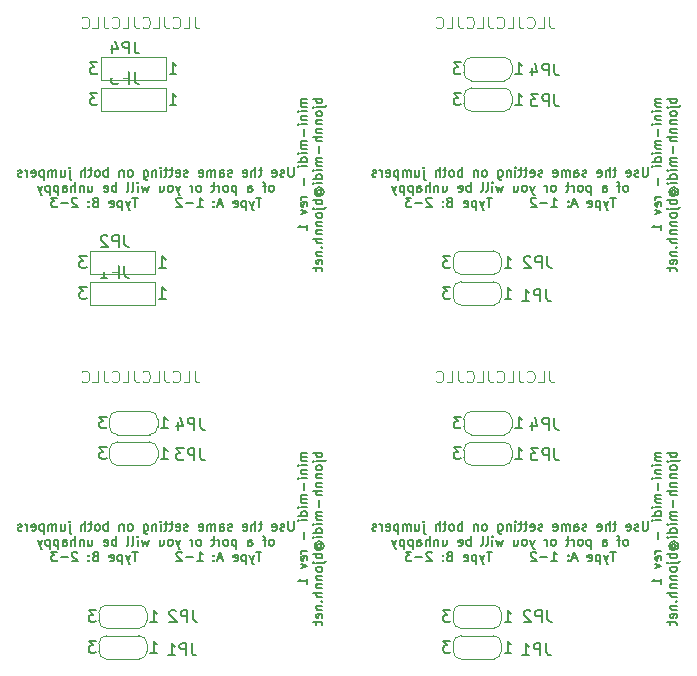
<source format=gbo>
G04 #@! TF.GenerationSoftware,KiCad,Pcbnew,8.0.1*
G04 #@! TF.CreationDate,2024-03-24T21:19:35-05:00*
G04 #@! TF.ProjectId,minimidi_v1,6d696e69-6d69-4646-995f-76312e6b6963,rev?*
G04 #@! TF.SameCoordinates,Original*
G04 #@! TF.FileFunction,Legend,Bot*
G04 #@! TF.FilePolarity,Positive*
%FSLAX46Y46*%
G04 Gerber Fmt 4.6, Leading zero omitted, Abs format (unit mm)*
G04 Created by KiCad (PCBNEW 8.0.1) date 2024-03-24 21:19:35*
%MOMM*%
%LPD*%
G01*
G04 APERTURE LIST*
G04 Aperture macros list*
%AMFreePoly0*
4,1,6,1.000000,0.000000,0.500000,-0.750000,-0.500000,-0.750000,-0.500000,0.750000,0.500000,0.750000,1.000000,0.000000,1.000000,0.000000,$1*%
%AMFreePoly1*
4,1,19,0.550000,-0.750000,0.000000,-0.750000,0.000000,-0.744911,-0.071157,-0.744911,-0.207708,-0.704816,-0.327430,-0.627875,-0.420627,-0.520320,-0.479746,-0.390866,-0.500000,-0.250000,-0.500000,0.250000,-0.479746,0.390866,-0.420627,0.520320,-0.327430,0.627875,-0.207708,0.704816,-0.071157,0.744911,0.000000,0.744911,0.000000,0.750000,0.550000,0.750000,0.550000,-0.750000,0.550000,-0.750000,
$1*%
%AMFreePoly2*
4,1,19,0.000000,0.744911,0.071157,0.744911,0.207708,0.704816,0.327430,0.627875,0.420627,0.520320,0.479746,0.390866,0.500000,0.250000,0.500000,-0.250000,0.479746,-0.390866,0.420627,-0.520320,0.327430,-0.627875,0.207708,-0.704816,0.071157,-0.744911,0.000000,-0.744911,0.000000,-0.750000,-0.550000,-0.750000,-0.550000,0.750000,0.000000,0.750000,0.000000,0.744911,0.000000,0.744911,
$1*%
G04 Aperture macros list end*
%ADD10C,0.200000*%
%ADD11C,0.100000*%
%ADD12C,0.150000*%
%ADD13C,0.120000*%
%ADD14R,1.500000X1.500000*%
%ADD15FreePoly0,180.000000*%
%ADD16FreePoly0,0.000000*%
%ADD17C,1.700000*%
%ADD18FreePoly1,180.000000*%
%ADD19R,1.000000X1.500000*%
%ADD20FreePoly2,180.000000*%
%ADD21C,2.200000*%
%ADD22R,1.700000X1.700000*%
%ADD23O,1.700000X1.700000*%
G04 APERTURE END LIST*
D10*
X144457144Y-123190785D02*
X144457144Y-123838404D01*
X144457144Y-123838404D02*
X144419049Y-123914594D01*
X144419049Y-123914594D02*
X144380954Y-123952690D01*
X144380954Y-123952690D02*
X144304763Y-123990785D01*
X144304763Y-123990785D02*
X144152382Y-123990785D01*
X144152382Y-123990785D02*
X144076192Y-123952690D01*
X144076192Y-123952690D02*
X144038097Y-123914594D01*
X144038097Y-123914594D02*
X144000001Y-123838404D01*
X144000001Y-123838404D02*
X144000001Y-123190785D01*
X143657145Y-123952690D02*
X143580954Y-123990785D01*
X143580954Y-123990785D02*
X143428573Y-123990785D01*
X143428573Y-123990785D02*
X143352383Y-123952690D01*
X143352383Y-123952690D02*
X143314287Y-123876499D01*
X143314287Y-123876499D02*
X143314287Y-123838404D01*
X143314287Y-123838404D02*
X143352383Y-123762213D01*
X143352383Y-123762213D02*
X143428573Y-123724118D01*
X143428573Y-123724118D02*
X143542859Y-123724118D01*
X143542859Y-123724118D02*
X143619049Y-123686023D01*
X143619049Y-123686023D02*
X143657145Y-123609832D01*
X143657145Y-123609832D02*
X143657145Y-123571737D01*
X143657145Y-123571737D02*
X143619049Y-123495547D01*
X143619049Y-123495547D02*
X143542859Y-123457451D01*
X143542859Y-123457451D02*
X143428573Y-123457451D01*
X143428573Y-123457451D02*
X143352383Y-123495547D01*
X142666668Y-123952690D02*
X142742859Y-123990785D01*
X142742859Y-123990785D02*
X142895240Y-123990785D01*
X142895240Y-123990785D02*
X142971430Y-123952690D01*
X142971430Y-123952690D02*
X143009526Y-123876499D01*
X143009526Y-123876499D02*
X143009526Y-123571737D01*
X143009526Y-123571737D02*
X142971430Y-123495547D01*
X142971430Y-123495547D02*
X142895240Y-123457451D01*
X142895240Y-123457451D02*
X142742859Y-123457451D01*
X142742859Y-123457451D02*
X142666668Y-123495547D01*
X142666668Y-123495547D02*
X142628573Y-123571737D01*
X142628573Y-123571737D02*
X142628573Y-123647928D01*
X142628573Y-123647928D02*
X143009526Y-123724118D01*
X141790478Y-123457451D02*
X141485716Y-123457451D01*
X141676192Y-123190785D02*
X141676192Y-123876499D01*
X141676192Y-123876499D02*
X141638097Y-123952690D01*
X141638097Y-123952690D02*
X141561907Y-123990785D01*
X141561907Y-123990785D02*
X141485716Y-123990785D01*
X141219049Y-123990785D02*
X141219049Y-123190785D01*
X140876192Y-123990785D02*
X140876192Y-123571737D01*
X140876192Y-123571737D02*
X140914287Y-123495547D01*
X140914287Y-123495547D02*
X140990478Y-123457451D01*
X140990478Y-123457451D02*
X141104764Y-123457451D01*
X141104764Y-123457451D02*
X141180954Y-123495547D01*
X141180954Y-123495547D02*
X141219049Y-123533642D01*
X140190477Y-123952690D02*
X140266668Y-123990785D01*
X140266668Y-123990785D02*
X140419049Y-123990785D01*
X140419049Y-123990785D02*
X140495239Y-123952690D01*
X140495239Y-123952690D02*
X140533335Y-123876499D01*
X140533335Y-123876499D02*
X140533335Y-123571737D01*
X140533335Y-123571737D02*
X140495239Y-123495547D01*
X140495239Y-123495547D02*
X140419049Y-123457451D01*
X140419049Y-123457451D02*
X140266668Y-123457451D01*
X140266668Y-123457451D02*
X140190477Y-123495547D01*
X140190477Y-123495547D02*
X140152382Y-123571737D01*
X140152382Y-123571737D02*
X140152382Y-123647928D01*
X140152382Y-123647928D02*
X140533335Y-123724118D01*
X139238097Y-123952690D02*
X139161906Y-123990785D01*
X139161906Y-123990785D02*
X139009525Y-123990785D01*
X139009525Y-123990785D02*
X138933335Y-123952690D01*
X138933335Y-123952690D02*
X138895239Y-123876499D01*
X138895239Y-123876499D02*
X138895239Y-123838404D01*
X138895239Y-123838404D02*
X138933335Y-123762213D01*
X138933335Y-123762213D02*
X139009525Y-123724118D01*
X139009525Y-123724118D02*
X139123811Y-123724118D01*
X139123811Y-123724118D02*
X139200001Y-123686023D01*
X139200001Y-123686023D02*
X139238097Y-123609832D01*
X139238097Y-123609832D02*
X139238097Y-123571737D01*
X139238097Y-123571737D02*
X139200001Y-123495547D01*
X139200001Y-123495547D02*
X139123811Y-123457451D01*
X139123811Y-123457451D02*
X139009525Y-123457451D01*
X139009525Y-123457451D02*
X138933335Y-123495547D01*
X138209525Y-123990785D02*
X138209525Y-123571737D01*
X138209525Y-123571737D02*
X138247620Y-123495547D01*
X138247620Y-123495547D02*
X138323811Y-123457451D01*
X138323811Y-123457451D02*
X138476192Y-123457451D01*
X138476192Y-123457451D02*
X138552382Y-123495547D01*
X138209525Y-123952690D02*
X138285716Y-123990785D01*
X138285716Y-123990785D02*
X138476192Y-123990785D01*
X138476192Y-123990785D02*
X138552382Y-123952690D01*
X138552382Y-123952690D02*
X138590478Y-123876499D01*
X138590478Y-123876499D02*
X138590478Y-123800309D01*
X138590478Y-123800309D02*
X138552382Y-123724118D01*
X138552382Y-123724118D02*
X138476192Y-123686023D01*
X138476192Y-123686023D02*
X138285716Y-123686023D01*
X138285716Y-123686023D02*
X138209525Y-123647928D01*
X137828572Y-123990785D02*
X137828572Y-123457451D01*
X137828572Y-123533642D02*
X137790477Y-123495547D01*
X137790477Y-123495547D02*
X137714287Y-123457451D01*
X137714287Y-123457451D02*
X137600001Y-123457451D01*
X137600001Y-123457451D02*
X137523810Y-123495547D01*
X137523810Y-123495547D02*
X137485715Y-123571737D01*
X137485715Y-123571737D02*
X137485715Y-123990785D01*
X137485715Y-123571737D02*
X137447620Y-123495547D01*
X137447620Y-123495547D02*
X137371429Y-123457451D01*
X137371429Y-123457451D02*
X137257144Y-123457451D01*
X137257144Y-123457451D02*
X137180953Y-123495547D01*
X137180953Y-123495547D02*
X137142858Y-123571737D01*
X137142858Y-123571737D02*
X137142858Y-123990785D01*
X136457143Y-123952690D02*
X136533334Y-123990785D01*
X136533334Y-123990785D02*
X136685715Y-123990785D01*
X136685715Y-123990785D02*
X136761905Y-123952690D01*
X136761905Y-123952690D02*
X136800001Y-123876499D01*
X136800001Y-123876499D02*
X136800001Y-123571737D01*
X136800001Y-123571737D02*
X136761905Y-123495547D01*
X136761905Y-123495547D02*
X136685715Y-123457451D01*
X136685715Y-123457451D02*
X136533334Y-123457451D01*
X136533334Y-123457451D02*
X136457143Y-123495547D01*
X136457143Y-123495547D02*
X136419048Y-123571737D01*
X136419048Y-123571737D02*
X136419048Y-123647928D01*
X136419048Y-123647928D02*
X136800001Y-123724118D01*
X135504763Y-123952690D02*
X135428572Y-123990785D01*
X135428572Y-123990785D02*
X135276191Y-123990785D01*
X135276191Y-123990785D02*
X135200001Y-123952690D01*
X135200001Y-123952690D02*
X135161905Y-123876499D01*
X135161905Y-123876499D02*
X135161905Y-123838404D01*
X135161905Y-123838404D02*
X135200001Y-123762213D01*
X135200001Y-123762213D02*
X135276191Y-123724118D01*
X135276191Y-123724118D02*
X135390477Y-123724118D01*
X135390477Y-123724118D02*
X135466667Y-123686023D01*
X135466667Y-123686023D02*
X135504763Y-123609832D01*
X135504763Y-123609832D02*
X135504763Y-123571737D01*
X135504763Y-123571737D02*
X135466667Y-123495547D01*
X135466667Y-123495547D02*
X135390477Y-123457451D01*
X135390477Y-123457451D02*
X135276191Y-123457451D01*
X135276191Y-123457451D02*
X135200001Y-123495547D01*
X134514286Y-123952690D02*
X134590477Y-123990785D01*
X134590477Y-123990785D02*
X134742858Y-123990785D01*
X134742858Y-123990785D02*
X134819048Y-123952690D01*
X134819048Y-123952690D02*
X134857144Y-123876499D01*
X134857144Y-123876499D02*
X134857144Y-123571737D01*
X134857144Y-123571737D02*
X134819048Y-123495547D01*
X134819048Y-123495547D02*
X134742858Y-123457451D01*
X134742858Y-123457451D02*
X134590477Y-123457451D01*
X134590477Y-123457451D02*
X134514286Y-123495547D01*
X134514286Y-123495547D02*
X134476191Y-123571737D01*
X134476191Y-123571737D02*
X134476191Y-123647928D01*
X134476191Y-123647928D02*
X134857144Y-123724118D01*
X134247620Y-123457451D02*
X133942858Y-123457451D01*
X134133334Y-123190785D02*
X134133334Y-123876499D01*
X134133334Y-123876499D02*
X134095239Y-123952690D01*
X134095239Y-123952690D02*
X134019049Y-123990785D01*
X134019049Y-123990785D02*
X133942858Y-123990785D01*
X133790477Y-123457451D02*
X133485715Y-123457451D01*
X133676191Y-123190785D02*
X133676191Y-123876499D01*
X133676191Y-123876499D02*
X133638096Y-123952690D01*
X133638096Y-123952690D02*
X133561906Y-123990785D01*
X133561906Y-123990785D02*
X133485715Y-123990785D01*
X133219048Y-123990785D02*
X133219048Y-123457451D01*
X133219048Y-123190785D02*
X133257144Y-123228880D01*
X133257144Y-123228880D02*
X133219048Y-123266975D01*
X133219048Y-123266975D02*
X133180953Y-123228880D01*
X133180953Y-123228880D02*
X133219048Y-123190785D01*
X133219048Y-123190785D02*
X133219048Y-123266975D01*
X132838096Y-123457451D02*
X132838096Y-123990785D01*
X132838096Y-123533642D02*
X132800001Y-123495547D01*
X132800001Y-123495547D02*
X132723811Y-123457451D01*
X132723811Y-123457451D02*
X132609525Y-123457451D01*
X132609525Y-123457451D02*
X132533334Y-123495547D01*
X132533334Y-123495547D02*
X132495239Y-123571737D01*
X132495239Y-123571737D02*
X132495239Y-123990785D01*
X131771429Y-123457451D02*
X131771429Y-124105070D01*
X131771429Y-124105070D02*
X131809524Y-124181261D01*
X131809524Y-124181261D02*
X131847620Y-124219356D01*
X131847620Y-124219356D02*
X131923810Y-124257451D01*
X131923810Y-124257451D02*
X132038096Y-124257451D01*
X132038096Y-124257451D02*
X132114286Y-124219356D01*
X131771429Y-123952690D02*
X131847620Y-123990785D01*
X131847620Y-123990785D02*
X132000001Y-123990785D01*
X132000001Y-123990785D02*
X132076191Y-123952690D01*
X132076191Y-123952690D02*
X132114286Y-123914594D01*
X132114286Y-123914594D02*
X132152382Y-123838404D01*
X132152382Y-123838404D02*
X132152382Y-123609832D01*
X132152382Y-123609832D02*
X132114286Y-123533642D01*
X132114286Y-123533642D02*
X132076191Y-123495547D01*
X132076191Y-123495547D02*
X132000001Y-123457451D01*
X132000001Y-123457451D02*
X131847620Y-123457451D01*
X131847620Y-123457451D02*
X131771429Y-123495547D01*
X130666667Y-123990785D02*
X130742857Y-123952690D01*
X130742857Y-123952690D02*
X130780952Y-123914594D01*
X130780952Y-123914594D02*
X130819048Y-123838404D01*
X130819048Y-123838404D02*
X130819048Y-123609832D01*
X130819048Y-123609832D02*
X130780952Y-123533642D01*
X130780952Y-123533642D02*
X130742857Y-123495547D01*
X130742857Y-123495547D02*
X130666667Y-123457451D01*
X130666667Y-123457451D02*
X130552381Y-123457451D01*
X130552381Y-123457451D02*
X130476190Y-123495547D01*
X130476190Y-123495547D02*
X130438095Y-123533642D01*
X130438095Y-123533642D02*
X130400000Y-123609832D01*
X130400000Y-123609832D02*
X130400000Y-123838404D01*
X130400000Y-123838404D02*
X130438095Y-123914594D01*
X130438095Y-123914594D02*
X130476190Y-123952690D01*
X130476190Y-123952690D02*
X130552381Y-123990785D01*
X130552381Y-123990785D02*
X130666667Y-123990785D01*
X130057142Y-123457451D02*
X130057142Y-123990785D01*
X130057142Y-123533642D02*
X130019047Y-123495547D01*
X130019047Y-123495547D02*
X129942857Y-123457451D01*
X129942857Y-123457451D02*
X129828571Y-123457451D01*
X129828571Y-123457451D02*
X129752380Y-123495547D01*
X129752380Y-123495547D02*
X129714285Y-123571737D01*
X129714285Y-123571737D02*
X129714285Y-123990785D01*
X128723808Y-123990785D02*
X128723808Y-123190785D01*
X128723808Y-123495547D02*
X128647618Y-123457451D01*
X128647618Y-123457451D02*
X128495237Y-123457451D01*
X128495237Y-123457451D02*
X128419046Y-123495547D01*
X128419046Y-123495547D02*
X128380951Y-123533642D01*
X128380951Y-123533642D02*
X128342856Y-123609832D01*
X128342856Y-123609832D02*
X128342856Y-123838404D01*
X128342856Y-123838404D02*
X128380951Y-123914594D01*
X128380951Y-123914594D02*
X128419046Y-123952690D01*
X128419046Y-123952690D02*
X128495237Y-123990785D01*
X128495237Y-123990785D02*
X128647618Y-123990785D01*
X128647618Y-123990785D02*
X128723808Y-123952690D01*
X127885713Y-123990785D02*
X127961903Y-123952690D01*
X127961903Y-123952690D02*
X127999998Y-123914594D01*
X127999998Y-123914594D02*
X128038094Y-123838404D01*
X128038094Y-123838404D02*
X128038094Y-123609832D01*
X128038094Y-123609832D02*
X127999998Y-123533642D01*
X127999998Y-123533642D02*
X127961903Y-123495547D01*
X127961903Y-123495547D02*
X127885713Y-123457451D01*
X127885713Y-123457451D02*
X127771427Y-123457451D01*
X127771427Y-123457451D02*
X127695236Y-123495547D01*
X127695236Y-123495547D02*
X127657141Y-123533642D01*
X127657141Y-123533642D02*
X127619046Y-123609832D01*
X127619046Y-123609832D02*
X127619046Y-123838404D01*
X127619046Y-123838404D02*
X127657141Y-123914594D01*
X127657141Y-123914594D02*
X127695236Y-123952690D01*
X127695236Y-123952690D02*
X127771427Y-123990785D01*
X127771427Y-123990785D02*
X127885713Y-123990785D01*
X127390474Y-123457451D02*
X127085712Y-123457451D01*
X127276188Y-123190785D02*
X127276188Y-123876499D01*
X127276188Y-123876499D02*
X127238093Y-123952690D01*
X127238093Y-123952690D02*
X127161903Y-123990785D01*
X127161903Y-123990785D02*
X127085712Y-123990785D01*
X126819045Y-123990785D02*
X126819045Y-123190785D01*
X126476188Y-123990785D02*
X126476188Y-123571737D01*
X126476188Y-123571737D02*
X126514283Y-123495547D01*
X126514283Y-123495547D02*
X126590474Y-123457451D01*
X126590474Y-123457451D02*
X126704760Y-123457451D01*
X126704760Y-123457451D02*
X126780950Y-123495547D01*
X126780950Y-123495547D02*
X126819045Y-123533642D01*
X125485711Y-123457451D02*
X125485711Y-124143166D01*
X125485711Y-124143166D02*
X125523807Y-124219356D01*
X125523807Y-124219356D02*
X125599997Y-124257451D01*
X125599997Y-124257451D02*
X125638092Y-124257451D01*
X125485711Y-123190785D02*
X125523807Y-123228880D01*
X125523807Y-123228880D02*
X125485711Y-123266975D01*
X125485711Y-123266975D02*
X125447616Y-123228880D01*
X125447616Y-123228880D02*
X125485711Y-123190785D01*
X125485711Y-123190785D02*
X125485711Y-123266975D01*
X124761902Y-123457451D02*
X124761902Y-123990785D01*
X125104759Y-123457451D02*
X125104759Y-123876499D01*
X125104759Y-123876499D02*
X125066664Y-123952690D01*
X125066664Y-123952690D02*
X124990474Y-123990785D01*
X124990474Y-123990785D02*
X124876188Y-123990785D01*
X124876188Y-123990785D02*
X124799997Y-123952690D01*
X124799997Y-123952690D02*
X124761902Y-123914594D01*
X124380949Y-123990785D02*
X124380949Y-123457451D01*
X124380949Y-123533642D02*
X124342854Y-123495547D01*
X124342854Y-123495547D02*
X124266664Y-123457451D01*
X124266664Y-123457451D02*
X124152378Y-123457451D01*
X124152378Y-123457451D02*
X124076187Y-123495547D01*
X124076187Y-123495547D02*
X124038092Y-123571737D01*
X124038092Y-123571737D02*
X124038092Y-123990785D01*
X124038092Y-123571737D02*
X123999997Y-123495547D01*
X123999997Y-123495547D02*
X123923806Y-123457451D01*
X123923806Y-123457451D02*
X123809521Y-123457451D01*
X123809521Y-123457451D02*
X123733330Y-123495547D01*
X123733330Y-123495547D02*
X123695235Y-123571737D01*
X123695235Y-123571737D02*
X123695235Y-123990785D01*
X123314282Y-123457451D02*
X123314282Y-124257451D01*
X123314282Y-123495547D02*
X123238092Y-123457451D01*
X123238092Y-123457451D02*
X123085711Y-123457451D01*
X123085711Y-123457451D02*
X123009520Y-123495547D01*
X123009520Y-123495547D02*
X122971425Y-123533642D01*
X122971425Y-123533642D02*
X122933330Y-123609832D01*
X122933330Y-123609832D02*
X122933330Y-123838404D01*
X122933330Y-123838404D02*
X122971425Y-123914594D01*
X122971425Y-123914594D02*
X123009520Y-123952690D01*
X123009520Y-123952690D02*
X123085711Y-123990785D01*
X123085711Y-123990785D02*
X123238092Y-123990785D01*
X123238092Y-123990785D02*
X123314282Y-123952690D01*
X122285710Y-123952690D02*
X122361901Y-123990785D01*
X122361901Y-123990785D02*
X122514282Y-123990785D01*
X122514282Y-123990785D02*
X122590472Y-123952690D01*
X122590472Y-123952690D02*
X122628568Y-123876499D01*
X122628568Y-123876499D02*
X122628568Y-123571737D01*
X122628568Y-123571737D02*
X122590472Y-123495547D01*
X122590472Y-123495547D02*
X122514282Y-123457451D01*
X122514282Y-123457451D02*
X122361901Y-123457451D01*
X122361901Y-123457451D02*
X122285710Y-123495547D01*
X122285710Y-123495547D02*
X122247615Y-123571737D01*
X122247615Y-123571737D02*
X122247615Y-123647928D01*
X122247615Y-123647928D02*
X122628568Y-123724118D01*
X121904758Y-123990785D02*
X121904758Y-123457451D01*
X121904758Y-123609832D02*
X121866663Y-123533642D01*
X121866663Y-123533642D02*
X121828568Y-123495547D01*
X121828568Y-123495547D02*
X121752377Y-123457451D01*
X121752377Y-123457451D02*
X121676187Y-123457451D01*
X121447616Y-123952690D02*
X121371425Y-123990785D01*
X121371425Y-123990785D02*
X121219044Y-123990785D01*
X121219044Y-123990785D02*
X121142854Y-123952690D01*
X121142854Y-123952690D02*
X121104758Y-123876499D01*
X121104758Y-123876499D02*
X121104758Y-123838404D01*
X121104758Y-123838404D02*
X121142854Y-123762213D01*
X121142854Y-123762213D02*
X121219044Y-123724118D01*
X121219044Y-123724118D02*
X121333330Y-123724118D01*
X121333330Y-123724118D02*
X121409520Y-123686023D01*
X121409520Y-123686023D02*
X121447616Y-123609832D01*
X121447616Y-123609832D02*
X121447616Y-123571737D01*
X121447616Y-123571737D02*
X121409520Y-123495547D01*
X121409520Y-123495547D02*
X121333330Y-123457451D01*
X121333330Y-123457451D02*
X121219044Y-123457451D01*
X121219044Y-123457451D02*
X121142854Y-123495547D01*
X142628575Y-125278740D02*
X142704765Y-125240645D01*
X142704765Y-125240645D02*
X142742860Y-125202549D01*
X142742860Y-125202549D02*
X142780956Y-125126359D01*
X142780956Y-125126359D02*
X142780956Y-124897787D01*
X142780956Y-124897787D02*
X142742860Y-124821597D01*
X142742860Y-124821597D02*
X142704765Y-124783502D01*
X142704765Y-124783502D02*
X142628575Y-124745406D01*
X142628575Y-124745406D02*
X142514289Y-124745406D01*
X142514289Y-124745406D02*
X142438098Y-124783502D01*
X142438098Y-124783502D02*
X142400003Y-124821597D01*
X142400003Y-124821597D02*
X142361908Y-124897787D01*
X142361908Y-124897787D02*
X142361908Y-125126359D01*
X142361908Y-125126359D02*
X142400003Y-125202549D01*
X142400003Y-125202549D02*
X142438098Y-125240645D01*
X142438098Y-125240645D02*
X142514289Y-125278740D01*
X142514289Y-125278740D02*
X142628575Y-125278740D01*
X142133336Y-124745406D02*
X141828574Y-124745406D01*
X142019050Y-125278740D02*
X142019050Y-124593025D01*
X142019050Y-124593025D02*
X141980955Y-124516835D01*
X141980955Y-124516835D02*
X141904765Y-124478740D01*
X141904765Y-124478740D02*
X141828574Y-124478740D01*
X140609526Y-125278740D02*
X140609526Y-124859692D01*
X140609526Y-124859692D02*
X140647621Y-124783502D01*
X140647621Y-124783502D02*
X140723812Y-124745406D01*
X140723812Y-124745406D02*
X140876193Y-124745406D01*
X140876193Y-124745406D02*
X140952383Y-124783502D01*
X140609526Y-125240645D02*
X140685717Y-125278740D01*
X140685717Y-125278740D02*
X140876193Y-125278740D01*
X140876193Y-125278740D02*
X140952383Y-125240645D01*
X140952383Y-125240645D02*
X140990479Y-125164454D01*
X140990479Y-125164454D02*
X140990479Y-125088264D01*
X140990479Y-125088264D02*
X140952383Y-125012073D01*
X140952383Y-125012073D02*
X140876193Y-124973978D01*
X140876193Y-124973978D02*
X140685717Y-124973978D01*
X140685717Y-124973978D02*
X140609526Y-124935883D01*
X139619049Y-124745406D02*
X139619049Y-125545406D01*
X139619049Y-124783502D02*
X139542859Y-124745406D01*
X139542859Y-124745406D02*
X139390478Y-124745406D01*
X139390478Y-124745406D02*
X139314287Y-124783502D01*
X139314287Y-124783502D02*
X139276192Y-124821597D01*
X139276192Y-124821597D02*
X139238097Y-124897787D01*
X139238097Y-124897787D02*
X139238097Y-125126359D01*
X139238097Y-125126359D02*
X139276192Y-125202549D01*
X139276192Y-125202549D02*
X139314287Y-125240645D01*
X139314287Y-125240645D02*
X139390478Y-125278740D01*
X139390478Y-125278740D02*
X139542859Y-125278740D01*
X139542859Y-125278740D02*
X139619049Y-125240645D01*
X138780954Y-125278740D02*
X138857144Y-125240645D01*
X138857144Y-125240645D02*
X138895239Y-125202549D01*
X138895239Y-125202549D02*
X138933335Y-125126359D01*
X138933335Y-125126359D02*
X138933335Y-124897787D01*
X138933335Y-124897787D02*
X138895239Y-124821597D01*
X138895239Y-124821597D02*
X138857144Y-124783502D01*
X138857144Y-124783502D02*
X138780954Y-124745406D01*
X138780954Y-124745406D02*
X138666668Y-124745406D01*
X138666668Y-124745406D02*
X138590477Y-124783502D01*
X138590477Y-124783502D02*
X138552382Y-124821597D01*
X138552382Y-124821597D02*
X138514287Y-124897787D01*
X138514287Y-124897787D02*
X138514287Y-125126359D01*
X138514287Y-125126359D02*
X138552382Y-125202549D01*
X138552382Y-125202549D02*
X138590477Y-125240645D01*
X138590477Y-125240645D02*
X138666668Y-125278740D01*
X138666668Y-125278740D02*
X138780954Y-125278740D01*
X138171429Y-125278740D02*
X138171429Y-124745406D01*
X138171429Y-124897787D02*
X138133334Y-124821597D01*
X138133334Y-124821597D02*
X138095239Y-124783502D01*
X138095239Y-124783502D02*
X138019048Y-124745406D01*
X138019048Y-124745406D02*
X137942858Y-124745406D01*
X137790477Y-124745406D02*
X137485715Y-124745406D01*
X137676191Y-124478740D02*
X137676191Y-125164454D01*
X137676191Y-125164454D02*
X137638096Y-125240645D01*
X137638096Y-125240645D02*
X137561906Y-125278740D01*
X137561906Y-125278740D02*
X137485715Y-125278740D01*
X136495239Y-125278740D02*
X136571429Y-125240645D01*
X136571429Y-125240645D02*
X136609524Y-125202549D01*
X136609524Y-125202549D02*
X136647620Y-125126359D01*
X136647620Y-125126359D02*
X136647620Y-124897787D01*
X136647620Y-124897787D02*
X136609524Y-124821597D01*
X136609524Y-124821597D02*
X136571429Y-124783502D01*
X136571429Y-124783502D02*
X136495239Y-124745406D01*
X136495239Y-124745406D02*
X136380953Y-124745406D01*
X136380953Y-124745406D02*
X136304762Y-124783502D01*
X136304762Y-124783502D02*
X136266667Y-124821597D01*
X136266667Y-124821597D02*
X136228572Y-124897787D01*
X136228572Y-124897787D02*
X136228572Y-125126359D01*
X136228572Y-125126359D02*
X136266667Y-125202549D01*
X136266667Y-125202549D02*
X136304762Y-125240645D01*
X136304762Y-125240645D02*
X136380953Y-125278740D01*
X136380953Y-125278740D02*
X136495239Y-125278740D01*
X135885714Y-125278740D02*
X135885714Y-124745406D01*
X135885714Y-124897787D02*
X135847619Y-124821597D01*
X135847619Y-124821597D02*
X135809524Y-124783502D01*
X135809524Y-124783502D02*
X135733333Y-124745406D01*
X135733333Y-124745406D02*
X135657143Y-124745406D01*
X134857143Y-124745406D02*
X134666667Y-125278740D01*
X134476190Y-124745406D02*
X134666667Y-125278740D01*
X134666667Y-125278740D02*
X134742857Y-125469216D01*
X134742857Y-125469216D02*
X134780952Y-125507311D01*
X134780952Y-125507311D02*
X134857143Y-125545406D01*
X134057143Y-125278740D02*
X134133333Y-125240645D01*
X134133333Y-125240645D02*
X134171428Y-125202549D01*
X134171428Y-125202549D02*
X134209524Y-125126359D01*
X134209524Y-125126359D02*
X134209524Y-124897787D01*
X134209524Y-124897787D02*
X134171428Y-124821597D01*
X134171428Y-124821597D02*
X134133333Y-124783502D01*
X134133333Y-124783502D02*
X134057143Y-124745406D01*
X134057143Y-124745406D02*
X133942857Y-124745406D01*
X133942857Y-124745406D02*
X133866666Y-124783502D01*
X133866666Y-124783502D02*
X133828571Y-124821597D01*
X133828571Y-124821597D02*
X133790476Y-124897787D01*
X133790476Y-124897787D02*
X133790476Y-125126359D01*
X133790476Y-125126359D02*
X133828571Y-125202549D01*
X133828571Y-125202549D02*
X133866666Y-125240645D01*
X133866666Y-125240645D02*
X133942857Y-125278740D01*
X133942857Y-125278740D02*
X134057143Y-125278740D01*
X133104761Y-124745406D02*
X133104761Y-125278740D01*
X133447618Y-124745406D02*
X133447618Y-125164454D01*
X133447618Y-125164454D02*
X133409523Y-125240645D01*
X133409523Y-125240645D02*
X133333333Y-125278740D01*
X133333333Y-125278740D02*
X133219047Y-125278740D01*
X133219047Y-125278740D02*
X133142856Y-125240645D01*
X133142856Y-125240645D02*
X133104761Y-125202549D01*
X132190475Y-124745406D02*
X132038094Y-125278740D01*
X132038094Y-125278740D02*
X131885713Y-124897787D01*
X131885713Y-124897787D02*
X131733332Y-125278740D01*
X131733332Y-125278740D02*
X131580951Y-124745406D01*
X131276189Y-125278740D02*
X131276189Y-124745406D01*
X131276189Y-124478740D02*
X131314285Y-124516835D01*
X131314285Y-124516835D02*
X131276189Y-124554930D01*
X131276189Y-124554930D02*
X131238094Y-124516835D01*
X131238094Y-124516835D02*
X131276189Y-124478740D01*
X131276189Y-124478740D02*
X131276189Y-124554930D01*
X130780952Y-125278740D02*
X130857142Y-125240645D01*
X130857142Y-125240645D02*
X130895237Y-125164454D01*
X130895237Y-125164454D02*
X130895237Y-124478740D01*
X130361904Y-125278740D02*
X130438094Y-125240645D01*
X130438094Y-125240645D02*
X130476189Y-125164454D01*
X130476189Y-125164454D02*
X130476189Y-124478740D01*
X129447617Y-125278740D02*
X129447617Y-124478740D01*
X129447617Y-124783502D02*
X129371427Y-124745406D01*
X129371427Y-124745406D02*
X129219046Y-124745406D01*
X129219046Y-124745406D02*
X129142855Y-124783502D01*
X129142855Y-124783502D02*
X129104760Y-124821597D01*
X129104760Y-124821597D02*
X129066665Y-124897787D01*
X129066665Y-124897787D02*
X129066665Y-125126359D01*
X129066665Y-125126359D02*
X129104760Y-125202549D01*
X129104760Y-125202549D02*
X129142855Y-125240645D01*
X129142855Y-125240645D02*
X129219046Y-125278740D01*
X129219046Y-125278740D02*
X129371427Y-125278740D01*
X129371427Y-125278740D02*
X129447617Y-125240645D01*
X128419045Y-125240645D02*
X128495236Y-125278740D01*
X128495236Y-125278740D02*
X128647617Y-125278740D01*
X128647617Y-125278740D02*
X128723807Y-125240645D01*
X128723807Y-125240645D02*
X128761903Y-125164454D01*
X128761903Y-125164454D02*
X128761903Y-124859692D01*
X128761903Y-124859692D02*
X128723807Y-124783502D01*
X128723807Y-124783502D02*
X128647617Y-124745406D01*
X128647617Y-124745406D02*
X128495236Y-124745406D01*
X128495236Y-124745406D02*
X128419045Y-124783502D01*
X128419045Y-124783502D02*
X128380950Y-124859692D01*
X128380950Y-124859692D02*
X128380950Y-124935883D01*
X128380950Y-124935883D02*
X128761903Y-125012073D01*
X127085712Y-124745406D02*
X127085712Y-125278740D01*
X127428569Y-124745406D02*
X127428569Y-125164454D01*
X127428569Y-125164454D02*
X127390474Y-125240645D01*
X127390474Y-125240645D02*
X127314284Y-125278740D01*
X127314284Y-125278740D02*
X127199998Y-125278740D01*
X127199998Y-125278740D02*
X127123807Y-125240645D01*
X127123807Y-125240645D02*
X127085712Y-125202549D01*
X126704759Y-124745406D02*
X126704759Y-125278740D01*
X126704759Y-124821597D02*
X126666664Y-124783502D01*
X126666664Y-124783502D02*
X126590474Y-124745406D01*
X126590474Y-124745406D02*
X126476188Y-124745406D01*
X126476188Y-124745406D02*
X126399997Y-124783502D01*
X126399997Y-124783502D02*
X126361902Y-124859692D01*
X126361902Y-124859692D02*
X126361902Y-125278740D01*
X125980949Y-125278740D02*
X125980949Y-124478740D01*
X125638092Y-125278740D02*
X125638092Y-124859692D01*
X125638092Y-124859692D02*
X125676187Y-124783502D01*
X125676187Y-124783502D02*
X125752378Y-124745406D01*
X125752378Y-124745406D02*
X125866664Y-124745406D01*
X125866664Y-124745406D02*
X125942854Y-124783502D01*
X125942854Y-124783502D02*
X125980949Y-124821597D01*
X124914282Y-125278740D02*
X124914282Y-124859692D01*
X124914282Y-124859692D02*
X124952377Y-124783502D01*
X124952377Y-124783502D02*
X125028568Y-124745406D01*
X125028568Y-124745406D02*
X125180949Y-124745406D01*
X125180949Y-124745406D02*
X125257139Y-124783502D01*
X124914282Y-125240645D02*
X124990473Y-125278740D01*
X124990473Y-125278740D02*
X125180949Y-125278740D01*
X125180949Y-125278740D02*
X125257139Y-125240645D01*
X125257139Y-125240645D02*
X125295235Y-125164454D01*
X125295235Y-125164454D02*
X125295235Y-125088264D01*
X125295235Y-125088264D02*
X125257139Y-125012073D01*
X125257139Y-125012073D02*
X125180949Y-124973978D01*
X125180949Y-124973978D02*
X124990473Y-124973978D01*
X124990473Y-124973978D02*
X124914282Y-124935883D01*
X124533329Y-124745406D02*
X124533329Y-125545406D01*
X124533329Y-124783502D02*
X124457139Y-124745406D01*
X124457139Y-124745406D02*
X124304758Y-124745406D01*
X124304758Y-124745406D02*
X124228567Y-124783502D01*
X124228567Y-124783502D02*
X124190472Y-124821597D01*
X124190472Y-124821597D02*
X124152377Y-124897787D01*
X124152377Y-124897787D02*
X124152377Y-125126359D01*
X124152377Y-125126359D02*
X124190472Y-125202549D01*
X124190472Y-125202549D02*
X124228567Y-125240645D01*
X124228567Y-125240645D02*
X124304758Y-125278740D01*
X124304758Y-125278740D02*
X124457139Y-125278740D01*
X124457139Y-125278740D02*
X124533329Y-125240645D01*
X123809519Y-124745406D02*
X123809519Y-125545406D01*
X123809519Y-124783502D02*
X123733329Y-124745406D01*
X123733329Y-124745406D02*
X123580948Y-124745406D01*
X123580948Y-124745406D02*
X123504757Y-124783502D01*
X123504757Y-124783502D02*
X123466662Y-124821597D01*
X123466662Y-124821597D02*
X123428567Y-124897787D01*
X123428567Y-124897787D02*
X123428567Y-125126359D01*
X123428567Y-125126359D02*
X123466662Y-125202549D01*
X123466662Y-125202549D02*
X123504757Y-125240645D01*
X123504757Y-125240645D02*
X123580948Y-125278740D01*
X123580948Y-125278740D02*
X123733329Y-125278740D01*
X123733329Y-125278740D02*
X123809519Y-125240645D01*
X123161900Y-124745406D02*
X122971424Y-125278740D01*
X122780947Y-124745406D02*
X122971424Y-125278740D01*
X122971424Y-125278740D02*
X123047614Y-125469216D01*
X123047614Y-125469216D02*
X123085709Y-125507311D01*
X123085709Y-125507311D02*
X123161900Y-125545406D01*
X141733334Y-125766695D02*
X141276191Y-125766695D01*
X141504763Y-126566695D02*
X141504763Y-125766695D01*
X141085715Y-126033361D02*
X140895239Y-126566695D01*
X140704762Y-126033361D02*
X140895239Y-126566695D01*
X140895239Y-126566695D02*
X140971429Y-126757171D01*
X140971429Y-126757171D02*
X141009524Y-126795266D01*
X141009524Y-126795266D02*
X141085715Y-126833361D01*
X140400000Y-126033361D02*
X140400000Y-126833361D01*
X140400000Y-126071457D02*
X140323810Y-126033361D01*
X140323810Y-126033361D02*
X140171429Y-126033361D01*
X140171429Y-126033361D02*
X140095238Y-126071457D01*
X140095238Y-126071457D02*
X140057143Y-126109552D01*
X140057143Y-126109552D02*
X140019048Y-126185742D01*
X140019048Y-126185742D02*
X140019048Y-126414314D01*
X140019048Y-126414314D02*
X140057143Y-126490504D01*
X140057143Y-126490504D02*
X140095238Y-126528600D01*
X140095238Y-126528600D02*
X140171429Y-126566695D01*
X140171429Y-126566695D02*
X140323810Y-126566695D01*
X140323810Y-126566695D02*
X140400000Y-126528600D01*
X139371428Y-126528600D02*
X139447619Y-126566695D01*
X139447619Y-126566695D02*
X139600000Y-126566695D01*
X139600000Y-126566695D02*
X139676190Y-126528600D01*
X139676190Y-126528600D02*
X139714286Y-126452409D01*
X139714286Y-126452409D02*
X139714286Y-126147647D01*
X139714286Y-126147647D02*
X139676190Y-126071457D01*
X139676190Y-126071457D02*
X139600000Y-126033361D01*
X139600000Y-126033361D02*
X139447619Y-126033361D01*
X139447619Y-126033361D02*
X139371428Y-126071457D01*
X139371428Y-126071457D02*
X139333333Y-126147647D01*
X139333333Y-126147647D02*
X139333333Y-126223838D01*
X139333333Y-126223838D02*
X139714286Y-126300028D01*
X138419048Y-126338123D02*
X138038095Y-126338123D01*
X138495238Y-126566695D02*
X138228571Y-125766695D01*
X138228571Y-125766695D02*
X137961905Y-126566695D01*
X137695238Y-126490504D02*
X137657143Y-126528600D01*
X137657143Y-126528600D02*
X137695238Y-126566695D01*
X137695238Y-126566695D02*
X137733334Y-126528600D01*
X137733334Y-126528600D02*
X137695238Y-126490504D01*
X137695238Y-126490504D02*
X137695238Y-126566695D01*
X137695238Y-126071457D02*
X137657143Y-126109552D01*
X137657143Y-126109552D02*
X137695238Y-126147647D01*
X137695238Y-126147647D02*
X137733334Y-126109552D01*
X137733334Y-126109552D02*
X137695238Y-126071457D01*
X137695238Y-126071457D02*
X137695238Y-126147647D01*
X136285715Y-126566695D02*
X136742858Y-126566695D01*
X136514286Y-126566695D02*
X136514286Y-125766695D01*
X136514286Y-125766695D02*
X136590477Y-125880980D01*
X136590477Y-125880980D02*
X136666667Y-125957171D01*
X136666667Y-125957171D02*
X136742858Y-125995266D01*
X135942857Y-126261933D02*
X135333334Y-126261933D01*
X134990477Y-125842885D02*
X134952381Y-125804790D01*
X134952381Y-125804790D02*
X134876191Y-125766695D01*
X134876191Y-125766695D02*
X134685715Y-125766695D01*
X134685715Y-125766695D02*
X134609524Y-125804790D01*
X134609524Y-125804790D02*
X134571429Y-125842885D01*
X134571429Y-125842885D02*
X134533334Y-125919076D01*
X134533334Y-125919076D02*
X134533334Y-125995266D01*
X134533334Y-125995266D02*
X134571429Y-126109552D01*
X134571429Y-126109552D02*
X135028572Y-126566695D01*
X135028572Y-126566695D02*
X134533334Y-126566695D01*
X131257142Y-125766695D02*
X130799999Y-125766695D01*
X131028571Y-126566695D02*
X131028571Y-125766695D01*
X130609523Y-126033361D02*
X130419047Y-126566695D01*
X130228570Y-126033361D02*
X130419047Y-126566695D01*
X130419047Y-126566695D02*
X130495237Y-126757171D01*
X130495237Y-126757171D02*
X130533332Y-126795266D01*
X130533332Y-126795266D02*
X130609523Y-126833361D01*
X129923808Y-126033361D02*
X129923808Y-126833361D01*
X129923808Y-126071457D02*
X129847618Y-126033361D01*
X129847618Y-126033361D02*
X129695237Y-126033361D01*
X129695237Y-126033361D02*
X129619046Y-126071457D01*
X129619046Y-126071457D02*
X129580951Y-126109552D01*
X129580951Y-126109552D02*
X129542856Y-126185742D01*
X129542856Y-126185742D02*
X129542856Y-126414314D01*
X129542856Y-126414314D02*
X129580951Y-126490504D01*
X129580951Y-126490504D02*
X129619046Y-126528600D01*
X129619046Y-126528600D02*
X129695237Y-126566695D01*
X129695237Y-126566695D02*
X129847618Y-126566695D01*
X129847618Y-126566695D02*
X129923808Y-126528600D01*
X128895236Y-126528600D02*
X128971427Y-126566695D01*
X128971427Y-126566695D02*
X129123808Y-126566695D01*
X129123808Y-126566695D02*
X129199998Y-126528600D01*
X129199998Y-126528600D02*
X129238094Y-126452409D01*
X129238094Y-126452409D02*
X129238094Y-126147647D01*
X129238094Y-126147647D02*
X129199998Y-126071457D01*
X129199998Y-126071457D02*
X129123808Y-126033361D01*
X129123808Y-126033361D02*
X128971427Y-126033361D01*
X128971427Y-126033361D02*
X128895236Y-126071457D01*
X128895236Y-126071457D02*
X128857141Y-126147647D01*
X128857141Y-126147647D02*
X128857141Y-126223838D01*
X128857141Y-126223838D02*
X129238094Y-126300028D01*
X127638094Y-126147647D02*
X127523808Y-126185742D01*
X127523808Y-126185742D02*
X127485713Y-126223838D01*
X127485713Y-126223838D02*
X127447617Y-126300028D01*
X127447617Y-126300028D02*
X127447617Y-126414314D01*
X127447617Y-126414314D02*
X127485713Y-126490504D01*
X127485713Y-126490504D02*
X127523808Y-126528600D01*
X127523808Y-126528600D02*
X127599998Y-126566695D01*
X127599998Y-126566695D02*
X127904760Y-126566695D01*
X127904760Y-126566695D02*
X127904760Y-125766695D01*
X127904760Y-125766695D02*
X127638094Y-125766695D01*
X127638094Y-125766695D02*
X127561903Y-125804790D01*
X127561903Y-125804790D02*
X127523808Y-125842885D01*
X127523808Y-125842885D02*
X127485713Y-125919076D01*
X127485713Y-125919076D02*
X127485713Y-125995266D01*
X127485713Y-125995266D02*
X127523808Y-126071457D01*
X127523808Y-126071457D02*
X127561903Y-126109552D01*
X127561903Y-126109552D02*
X127638094Y-126147647D01*
X127638094Y-126147647D02*
X127904760Y-126147647D01*
X127104760Y-126490504D02*
X127066665Y-126528600D01*
X127066665Y-126528600D02*
X127104760Y-126566695D01*
X127104760Y-126566695D02*
X127142856Y-126528600D01*
X127142856Y-126528600D02*
X127104760Y-126490504D01*
X127104760Y-126490504D02*
X127104760Y-126566695D01*
X127104760Y-126071457D02*
X127066665Y-126109552D01*
X127066665Y-126109552D02*
X127104760Y-126147647D01*
X127104760Y-126147647D02*
X127142856Y-126109552D01*
X127142856Y-126109552D02*
X127104760Y-126071457D01*
X127104760Y-126071457D02*
X127104760Y-126147647D01*
X126152380Y-125842885D02*
X126114284Y-125804790D01*
X126114284Y-125804790D02*
X126038094Y-125766695D01*
X126038094Y-125766695D02*
X125847618Y-125766695D01*
X125847618Y-125766695D02*
X125771427Y-125804790D01*
X125771427Y-125804790D02*
X125733332Y-125842885D01*
X125733332Y-125842885D02*
X125695237Y-125919076D01*
X125695237Y-125919076D02*
X125695237Y-125995266D01*
X125695237Y-125995266D02*
X125733332Y-126109552D01*
X125733332Y-126109552D02*
X126190475Y-126566695D01*
X126190475Y-126566695D02*
X125695237Y-126566695D01*
X125352379Y-126261933D02*
X124742856Y-126261933D01*
X124438094Y-125766695D02*
X123942856Y-125766695D01*
X123942856Y-125766695D02*
X124209522Y-126071457D01*
X124209522Y-126071457D02*
X124095237Y-126071457D01*
X124095237Y-126071457D02*
X124019046Y-126109552D01*
X124019046Y-126109552D02*
X123980951Y-126147647D01*
X123980951Y-126147647D02*
X123942856Y-126223838D01*
X123942856Y-126223838D02*
X123942856Y-126414314D01*
X123942856Y-126414314D02*
X123980951Y-126490504D01*
X123980951Y-126490504D02*
X124019046Y-126528600D01*
X124019046Y-126528600D02*
X124095237Y-126566695D01*
X124095237Y-126566695D02*
X124323808Y-126566695D01*
X124323808Y-126566695D02*
X124399999Y-126528600D01*
X124399999Y-126528600D02*
X124438094Y-126490504D01*
X175603740Y-117397054D02*
X175070406Y-117397054D01*
X175146597Y-117397054D02*
X175108502Y-117435149D01*
X175108502Y-117435149D02*
X175070406Y-117511339D01*
X175070406Y-117511339D02*
X175070406Y-117625625D01*
X175070406Y-117625625D02*
X175108502Y-117701816D01*
X175108502Y-117701816D02*
X175184692Y-117739911D01*
X175184692Y-117739911D02*
X175603740Y-117739911D01*
X175184692Y-117739911D02*
X175108502Y-117778006D01*
X175108502Y-117778006D02*
X175070406Y-117854197D01*
X175070406Y-117854197D02*
X175070406Y-117968482D01*
X175070406Y-117968482D02*
X175108502Y-118044673D01*
X175108502Y-118044673D02*
X175184692Y-118082768D01*
X175184692Y-118082768D02*
X175603740Y-118082768D01*
X175603740Y-118463721D02*
X175070406Y-118463721D01*
X174803740Y-118463721D02*
X174841835Y-118425625D01*
X174841835Y-118425625D02*
X174879930Y-118463721D01*
X174879930Y-118463721D02*
X174841835Y-118501816D01*
X174841835Y-118501816D02*
X174803740Y-118463721D01*
X174803740Y-118463721D02*
X174879930Y-118463721D01*
X175070406Y-118844673D02*
X175603740Y-118844673D01*
X175146597Y-118844673D02*
X175108502Y-118882768D01*
X175108502Y-118882768D02*
X175070406Y-118958958D01*
X175070406Y-118958958D02*
X175070406Y-119073244D01*
X175070406Y-119073244D02*
X175108502Y-119149435D01*
X175108502Y-119149435D02*
X175184692Y-119187530D01*
X175184692Y-119187530D02*
X175603740Y-119187530D01*
X175603740Y-119568483D02*
X175070406Y-119568483D01*
X174803740Y-119568483D02*
X174841835Y-119530387D01*
X174841835Y-119530387D02*
X174879930Y-119568483D01*
X174879930Y-119568483D02*
X174841835Y-119606578D01*
X174841835Y-119606578D02*
X174803740Y-119568483D01*
X174803740Y-119568483D02*
X174879930Y-119568483D01*
X175298978Y-119949435D02*
X175298978Y-120558959D01*
X175603740Y-120939911D02*
X175070406Y-120939911D01*
X175146597Y-120939911D02*
X175108502Y-120978006D01*
X175108502Y-120978006D02*
X175070406Y-121054196D01*
X175070406Y-121054196D02*
X175070406Y-121168482D01*
X175070406Y-121168482D02*
X175108502Y-121244673D01*
X175108502Y-121244673D02*
X175184692Y-121282768D01*
X175184692Y-121282768D02*
X175603740Y-121282768D01*
X175184692Y-121282768D02*
X175108502Y-121320863D01*
X175108502Y-121320863D02*
X175070406Y-121397054D01*
X175070406Y-121397054D02*
X175070406Y-121511339D01*
X175070406Y-121511339D02*
X175108502Y-121587530D01*
X175108502Y-121587530D02*
X175184692Y-121625625D01*
X175184692Y-121625625D02*
X175603740Y-121625625D01*
X175603740Y-122006578D02*
X175070406Y-122006578D01*
X174803740Y-122006578D02*
X174841835Y-121968482D01*
X174841835Y-121968482D02*
X174879930Y-122006578D01*
X174879930Y-122006578D02*
X174841835Y-122044673D01*
X174841835Y-122044673D02*
X174803740Y-122006578D01*
X174803740Y-122006578D02*
X174879930Y-122006578D01*
X175603740Y-122730387D02*
X174803740Y-122730387D01*
X175565645Y-122730387D02*
X175603740Y-122654196D01*
X175603740Y-122654196D02*
X175603740Y-122501815D01*
X175603740Y-122501815D02*
X175565645Y-122425625D01*
X175565645Y-122425625D02*
X175527549Y-122387530D01*
X175527549Y-122387530D02*
X175451359Y-122349434D01*
X175451359Y-122349434D02*
X175222787Y-122349434D01*
X175222787Y-122349434D02*
X175146597Y-122387530D01*
X175146597Y-122387530D02*
X175108502Y-122425625D01*
X175108502Y-122425625D02*
X175070406Y-122501815D01*
X175070406Y-122501815D02*
X175070406Y-122654196D01*
X175070406Y-122654196D02*
X175108502Y-122730387D01*
X175603740Y-123111340D02*
X175070406Y-123111340D01*
X174803740Y-123111340D02*
X174841835Y-123073244D01*
X174841835Y-123073244D02*
X174879930Y-123111340D01*
X174879930Y-123111340D02*
X174841835Y-123149435D01*
X174841835Y-123149435D02*
X174803740Y-123111340D01*
X174803740Y-123111340D02*
X174879930Y-123111340D01*
X175298978Y-124101816D02*
X175298978Y-124711340D01*
X175603740Y-125701816D02*
X175070406Y-125701816D01*
X175222787Y-125701816D02*
X175146597Y-125739911D01*
X175146597Y-125739911D02*
X175108502Y-125778006D01*
X175108502Y-125778006D02*
X175070406Y-125854197D01*
X175070406Y-125854197D02*
X175070406Y-125930387D01*
X175565645Y-126501816D02*
X175603740Y-126425625D01*
X175603740Y-126425625D02*
X175603740Y-126273244D01*
X175603740Y-126273244D02*
X175565645Y-126197054D01*
X175565645Y-126197054D02*
X175489454Y-126158958D01*
X175489454Y-126158958D02*
X175184692Y-126158958D01*
X175184692Y-126158958D02*
X175108502Y-126197054D01*
X175108502Y-126197054D02*
X175070406Y-126273244D01*
X175070406Y-126273244D02*
X175070406Y-126425625D01*
X175070406Y-126425625D02*
X175108502Y-126501816D01*
X175108502Y-126501816D02*
X175184692Y-126539911D01*
X175184692Y-126539911D02*
X175260883Y-126539911D01*
X175260883Y-126539911D02*
X175337073Y-126158958D01*
X175070406Y-126806577D02*
X175603740Y-126997053D01*
X175603740Y-126997053D02*
X175070406Y-127187530D01*
X175603740Y-128520863D02*
X175603740Y-128063720D01*
X175603740Y-128292292D02*
X174803740Y-128292292D01*
X174803740Y-128292292D02*
X174918025Y-128216101D01*
X174918025Y-128216101D02*
X174994216Y-128139911D01*
X174994216Y-128139911D02*
X175032311Y-128063720D01*
X176891695Y-117397054D02*
X176091695Y-117397054D01*
X176396457Y-117397054D02*
X176358361Y-117473244D01*
X176358361Y-117473244D02*
X176358361Y-117625625D01*
X176358361Y-117625625D02*
X176396457Y-117701816D01*
X176396457Y-117701816D02*
X176434552Y-117739911D01*
X176434552Y-117739911D02*
X176510742Y-117778006D01*
X176510742Y-117778006D02*
X176739314Y-117778006D01*
X176739314Y-117778006D02*
X176815504Y-117739911D01*
X176815504Y-117739911D02*
X176853600Y-117701816D01*
X176853600Y-117701816D02*
X176891695Y-117625625D01*
X176891695Y-117625625D02*
X176891695Y-117473244D01*
X176891695Y-117473244D02*
X176853600Y-117397054D01*
X176358361Y-118120864D02*
X177044076Y-118120864D01*
X177044076Y-118120864D02*
X177120266Y-118082768D01*
X177120266Y-118082768D02*
X177158361Y-118006578D01*
X177158361Y-118006578D02*
X177158361Y-117968483D01*
X176091695Y-118120864D02*
X176129790Y-118082768D01*
X176129790Y-118082768D02*
X176167885Y-118120864D01*
X176167885Y-118120864D02*
X176129790Y-118158959D01*
X176129790Y-118158959D02*
X176091695Y-118120864D01*
X176091695Y-118120864D02*
X176167885Y-118120864D01*
X176891695Y-118616101D02*
X176853600Y-118539911D01*
X176853600Y-118539911D02*
X176815504Y-118501816D01*
X176815504Y-118501816D02*
X176739314Y-118463720D01*
X176739314Y-118463720D02*
X176510742Y-118463720D01*
X176510742Y-118463720D02*
X176434552Y-118501816D01*
X176434552Y-118501816D02*
X176396457Y-118539911D01*
X176396457Y-118539911D02*
X176358361Y-118616101D01*
X176358361Y-118616101D02*
X176358361Y-118730387D01*
X176358361Y-118730387D02*
X176396457Y-118806578D01*
X176396457Y-118806578D02*
X176434552Y-118844673D01*
X176434552Y-118844673D02*
X176510742Y-118882768D01*
X176510742Y-118882768D02*
X176739314Y-118882768D01*
X176739314Y-118882768D02*
X176815504Y-118844673D01*
X176815504Y-118844673D02*
X176853600Y-118806578D01*
X176853600Y-118806578D02*
X176891695Y-118730387D01*
X176891695Y-118730387D02*
X176891695Y-118616101D01*
X176358361Y-119225626D02*
X176891695Y-119225626D01*
X176434552Y-119225626D02*
X176396457Y-119263721D01*
X176396457Y-119263721D02*
X176358361Y-119339911D01*
X176358361Y-119339911D02*
X176358361Y-119454197D01*
X176358361Y-119454197D02*
X176396457Y-119530388D01*
X176396457Y-119530388D02*
X176472647Y-119568483D01*
X176472647Y-119568483D02*
X176891695Y-119568483D01*
X176358361Y-119949436D02*
X176891695Y-119949436D01*
X176434552Y-119949436D02*
X176396457Y-119987531D01*
X176396457Y-119987531D02*
X176358361Y-120063721D01*
X176358361Y-120063721D02*
X176358361Y-120178007D01*
X176358361Y-120178007D02*
X176396457Y-120254198D01*
X176396457Y-120254198D02*
X176472647Y-120292293D01*
X176472647Y-120292293D02*
X176891695Y-120292293D01*
X176891695Y-120673246D02*
X176091695Y-120673246D01*
X176891695Y-121016103D02*
X176472647Y-121016103D01*
X176472647Y-121016103D02*
X176396457Y-120978008D01*
X176396457Y-120978008D02*
X176358361Y-120901817D01*
X176358361Y-120901817D02*
X176358361Y-120787531D01*
X176358361Y-120787531D02*
X176396457Y-120711341D01*
X176396457Y-120711341D02*
X176434552Y-120673246D01*
X176586933Y-121397056D02*
X176586933Y-122006580D01*
X176891695Y-122387532D02*
X176358361Y-122387532D01*
X176434552Y-122387532D02*
X176396457Y-122425627D01*
X176396457Y-122425627D02*
X176358361Y-122501817D01*
X176358361Y-122501817D02*
X176358361Y-122616103D01*
X176358361Y-122616103D02*
X176396457Y-122692294D01*
X176396457Y-122692294D02*
X176472647Y-122730389D01*
X176472647Y-122730389D02*
X176891695Y-122730389D01*
X176472647Y-122730389D02*
X176396457Y-122768484D01*
X176396457Y-122768484D02*
X176358361Y-122844675D01*
X176358361Y-122844675D02*
X176358361Y-122958960D01*
X176358361Y-122958960D02*
X176396457Y-123035151D01*
X176396457Y-123035151D02*
X176472647Y-123073246D01*
X176472647Y-123073246D02*
X176891695Y-123073246D01*
X176891695Y-123454199D02*
X176358361Y-123454199D01*
X176091695Y-123454199D02*
X176129790Y-123416103D01*
X176129790Y-123416103D02*
X176167885Y-123454199D01*
X176167885Y-123454199D02*
X176129790Y-123492294D01*
X176129790Y-123492294D02*
X176091695Y-123454199D01*
X176091695Y-123454199D02*
X176167885Y-123454199D01*
X176891695Y-124178008D02*
X176091695Y-124178008D01*
X176853600Y-124178008D02*
X176891695Y-124101817D01*
X176891695Y-124101817D02*
X176891695Y-123949436D01*
X176891695Y-123949436D02*
X176853600Y-123873246D01*
X176853600Y-123873246D02*
X176815504Y-123835151D01*
X176815504Y-123835151D02*
X176739314Y-123797055D01*
X176739314Y-123797055D02*
X176510742Y-123797055D01*
X176510742Y-123797055D02*
X176434552Y-123835151D01*
X176434552Y-123835151D02*
X176396457Y-123873246D01*
X176396457Y-123873246D02*
X176358361Y-123949436D01*
X176358361Y-123949436D02*
X176358361Y-124101817D01*
X176358361Y-124101817D02*
X176396457Y-124178008D01*
X176891695Y-124558961D02*
X176358361Y-124558961D01*
X176091695Y-124558961D02*
X176129790Y-124520865D01*
X176129790Y-124520865D02*
X176167885Y-124558961D01*
X176167885Y-124558961D02*
X176129790Y-124597056D01*
X176129790Y-124597056D02*
X176091695Y-124558961D01*
X176091695Y-124558961D02*
X176167885Y-124558961D01*
X176510742Y-125435151D02*
X176472647Y-125397056D01*
X176472647Y-125397056D02*
X176434552Y-125320865D01*
X176434552Y-125320865D02*
X176434552Y-125244675D01*
X176434552Y-125244675D02*
X176472647Y-125168484D01*
X176472647Y-125168484D02*
X176510742Y-125130389D01*
X176510742Y-125130389D02*
X176586933Y-125092294D01*
X176586933Y-125092294D02*
X176663123Y-125092294D01*
X176663123Y-125092294D02*
X176739314Y-125130389D01*
X176739314Y-125130389D02*
X176777409Y-125168484D01*
X176777409Y-125168484D02*
X176815504Y-125244675D01*
X176815504Y-125244675D02*
X176815504Y-125320865D01*
X176815504Y-125320865D02*
X176777409Y-125397056D01*
X176777409Y-125397056D02*
X176739314Y-125435151D01*
X176434552Y-125435151D02*
X176739314Y-125435151D01*
X176739314Y-125435151D02*
X176777409Y-125473246D01*
X176777409Y-125473246D02*
X176777409Y-125511341D01*
X176777409Y-125511341D02*
X176739314Y-125587532D01*
X176739314Y-125587532D02*
X176663123Y-125625627D01*
X176663123Y-125625627D02*
X176472647Y-125625627D01*
X176472647Y-125625627D02*
X176358361Y-125549437D01*
X176358361Y-125549437D02*
X176282171Y-125435151D01*
X176282171Y-125435151D02*
X176244076Y-125282770D01*
X176244076Y-125282770D02*
X176282171Y-125130389D01*
X176282171Y-125130389D02*
X176358361Y-125016103D01*
X176358361Y-125016103D02*
X176472647Y-124939913D01*
X176472647Y-124939913D02*
X176625028Y-124901817D01*
X176625028Y-124901817D02*
X176777409Y-124939913D01*
X176777409Y-124939913D02*
X176891695Y-125016103D01*
X176891695Y-125016103D02*
X176967885Y-125130389D01*
X176967885Y-125130389D02*
X177005980Y-125282770D01*
X177005980Y-125282770D02*
X176967885Y-125435151D01*
X176967885Y-125435151D02*
X176891695Y-125549437D01*
X176891695Y-125968484D02*
X176091695Y-125968484D01*
X176396457Y-125968484D02*
X176358361Y-126044674D01*
X176358361Y-126044674D02*
X176358361Y-126197055D01*
X176358361Y-126197055D02*
X176396457Y-126273246D01*
X176396457Y-126273246D02*
X176434552Y-126311341D01*
X176434552Y-126311341D02*
X176510742Y-126349436D01*
X176510742Y-126349436D02*
X176739314Y-126349436D01*
X176739314Y-126349436D02*
X176815504Y-126311341D01*
X176815504Y-126311341D02*
X176853600Y-126273246D01*
X176853600Y-126273246D02*
X176891695Y-126197055D01*
X176891695Y-126197055D02*
X176891695Y-126044674D01*
X176891695Y-126044674D02*
X176853600Y-125968484D01*
X176358361Y-126692294D02*
X177044076Y-126692294D01*
X177044076Y-126692294D02*
X177120266Y-126654198D01*
X177120266Y-126654198D02*
X177158361Y-126578008D01*
X177158361Y-126578008D02*
X177158361Y-126539913D01*
X176091695Y-126692294D02*
X176129790Y-126654198D01*
X176129790Y-126654198D02*
X176167885Y-126692294D01*
X176167885Y-126692294D02*
X176129790Y-126730389D01*
X176129790Y-126730389D02*
X176091695Y-126692294D01*
X176091695Y-126692294D02*
X176167885Y-126692294D01*
X176891695Y-127187531D02*
X176853600Y-127111341D01*
X176853600Y-127111341D02*
X176815504Y-127073246D01*
X176815504Y-127073246D02*
X176739314Y-127035150D01*
X176739314Y-127035150D02*
X176510742Y-127035150D01*
X176510742Y-127035150D02*
X176434552Y-127073246D01*
X176434552Y-127073246D02*
X176396457Y-127111341D01*
X176396457Y-127111341D02*
X176358361Y-127187531D01*
X176358361Y-127187531D02*
X176358361Y-127301817D01*
X176358361Y-127301817D02*
X176396457Y-127378008D01*
X176396457Y-127378008D02*
X176434552Y-127416103D01*
X176434552Y-127416103D02*
X176510742Y-127454198D01*
X176510742Y-127454198D02*
X176739314Y-127454198D01*
X176739314Y-127454198D02*
X176815504Y-127416103D01*
X176815504Y-127416103D02*
X176853600Y-127378008D01*
X176853600Y-127378008D02*
X176891695Y-127301817D01*
X176891695Y-127301817D02*
X176891695Y-127187531D01*
X176358361Y-127797056D02*
X176891695Y-127797056D01*
X176434552Y-127797056D02*
X176396457Y-127835151D01*
X176396457Y-127835151D02*
X176358361Y-127911341D01*
X176358361Y-127911341D02*
X176358361Y-128025627D01*
X176358361Y-128025627D02*
X176396457Y-128101818D01*
X176396457Y-128101818D02*
X176472647Y-128139913D01*
X176472647Y-128139913D02*
X176891695Y-128139913D01*
X176358361Y-128520866D02*
X176891695Y-128520866D01*
X176434552Y-128520866D02*
X176396457Y-128558961D01*
X176396457Y-128558961D02*
X176358361Y-128635151D01*
X176358361Y-128635151D02*
X176358361Y-128749437D01*
X176358361Y-128749437D02*
X176396457Y-128825628D01*
X176396457Y-128825628D02*
X176472647Y-128863723D01*
X176472647Y-128863723D02*
X176891695Y-128863723D01*
X176891695Y-129244676D02*
X176091695Y-129244676D01*
X176891695Y-129587533D02*
X176472647Y-129587533D01*
X176472647Y-129587533D02*
X176396457Y-129549438D01*
X176396457Y-129549438D02*
X176358361Y-129473247D01*
X176358361Y-129473247D02*
X176358361Y-129358961D01*
X176358361Y-129358961D02*
X176396457Y-129282771D01*
X176396457Y-129282771D02*
X176434552Y-129244676D01*
X176815504Y-129968486D02*
X176853600Y-130006581D01*
X176853600Y-130006581D02*
X176891695Y-129968486D01*
X176891695Y-129968486D02*
X176853600Y-129930390D01*
X176853600Y-129930390D02*
X176815504Y-129968486D01*
X176815504Y-129968486D02*
X176891695Y-129968486D01*
X176358361Y-130349438D02*
X176891695Y-130349438D01*
X176434552Y-130349438D02*
X176396457Y-130387533D01*
X176396457Y-130387533D02*
X176358361Y-130463723D01*
X176358361Y-130463723D02*
X176358361Y-130578009D01*
X176358361Y-130578009D02*
X176396457Y-130654200D01*
X176396457Y-130654200D02*
X176472647Y-130692295D01*
X176472647Y-130692295D02*
X176891695Y-130692295D01*
X176853600Y-131378010D02*
X176891695Y-131301819D01*
X176891695Y-131301819D02*
X176891695Y-131149438D01*
X176891695Y-131149438D02*
X176853600Y-131073248D01*
X176853600Y-131073248D02*
X176777409Y-131035152D01*
X176777409Y-131035152D02*
X176472647Y-131035152D01*
X176472647Y-131035152D02*
X176396457Y-131073248D01*
X176396457Y-131073248D02*
X176358361Y-131149438D01*
X176358361Y-131149438D02*
X176358361Y-131301819D01*
X176358361Y-131301819D02*
X176396457Y-131378010D01*
X176396457Y-131378010D02*
X176472647Y-131416105D01*
X176472647Y-131416105D02*
X176548838Y-131416105D01*
X176548838Y-131416105D02*
X176625028Y-131035152D01*
X176358361Y-131644676D02*
X176358361Y-131949438D01*
X176091695Y-131758962D02*
X176777409Y-131758962D01*
X176777409Y-131758962D02*
X176853600Y-131797057D01*
X176853600Y-131797057D02*
X176891695Y-131873247D01*
X176891695Y-131873247D02*
X176891695Y-131949438D01*
X174457144Y-123190785D02*
X174457144Y-123838404D01*
X174457144Y-123838404D02*
X174419049Y-123914594D01*
X174419049Y-123914594D02*
X174380954Y-123952690D01*
X174380954Y-123952690D02*
X174304763Y-123990785D01*
X174304763Y-123990785D02*
X174152382Y-123990785D01*
X174152382Y-123990785D02*
X174076192Y-123952690D01*
X174076192Y-123952690D02*
X174038097Y-123914594D01*
X174038097Y-123914594D02*
X174000001Y-123838404D01*
X174000001Y-123838404D02*
X174000001Y-123190785D01*
X173657145Y-123952690D02*
X173580954Y-123990785D01*
X173580954Y-123990785D02*
X173428573Y-123990785D01*
X173428573Y-123990785D02*
X173352383Y-123952690D01*
X173352383Y-123952690D02*
X173314287Y-123876499D01*
X173314287Y-123876499D02*
X173314287Y-123838404D01*
X173314287Y-123838404D02*
X173352383Y-123762213D01*
X173352383Y-123762213D02*
X173428573Y-123724118D01*
X173428573Y-123724118D02*
X173542859Y-123724118D01*
X173542859Y-123724118D02*
X173619049Y-123686023D01*
X173619049Y-123686023D02*
X173657145Y-123609832D01*
X173657145Y-123609832D02*
X173657145Y-123571737D01*
X173657145Y-123571737D02*
X173619049Y-123495547D01*
X173619049Y-123495547D02*
X173542859Y-123457451D01*
X173542859Y-123457451D02*
X173428573Y-123457451D01*
X173428573Y-123457451D02*
X173352383Y-123495547D01*
X172666668Y-123952690D02*
X172742859Y-123990785D01*
X172742859Y-123990785D02*
X172895240Y-123990785D01*
X172895240Y-123990785D02*
X172971430Y-123952690D01*
X172971430Y-123952690D02*
X173009526Y-123876499D01*
X173009526Y-123876499D02*
X173009526Y-123571737D01*
X173009526Y-123571737D02*
X172971430Y-123495547D01*
X172971430Y-123495547D02*
X172895240Y-123457451D01*
X172895240Y-123457451D02*
X172742859Y-123457451D01*
X172742859Y-123457451D02*
X172666668Y-123495547D01*
X172666668Y-123495547D02*
X172628573Y-123571737D01*
X172628573Y-123571737D02*
X172628573Y-123647928D01*
X172628573Y-123647928D02*
X173009526Y-123724118D01*
X171790478Y-123457451D02*
X171485716Y-123457451D01*
X171676192Y-123190785D02*
X171676192Y-123876499D01*
X171676192Y-123876499D02*
X171638097Y-123952690D01*
X171638097Y-123952690D02*
X171561907Y-123990785D01*
X171561907Y-123990785D02*
X171485716Y-123990785D01*
X171219049Y-123990785D02*
X171219049Y-123190785D01*
X170876192Y-123990785D02*
X170876192Y-123571737D01*
X170876192Y-123571737D02*
X170914287Y-123495547D01*
X170914287Y-123495547D02*
X170990478Y-123457451D01*
X170990478Y-123457451D02*
X171104764Y-123457451D01*
X171104764Y-123457451D02*
X171180954Y-123495547D01*
X171180954Y-123495547D02*
X171219049Y-123533642D01*
X170190477Y-123952690D02*
X170266668Y-123990785D01*
X170266668Y-123990785D02*
X170419049Y-123990785D01*
X170419049Y-123990785D02*
X170495239Y-123952690D01*
X170495239Y-123952690D02*
X170533335Y-123876499D01*
X170533335Y-123876499D02*
X170533335Y-123571737D01*
X170533335Y-123571737D02*
X170495239Y-123495547D01*
X170495239Y-123495547D02*
X170419049Y-123457451D01*
X170419049Y-123457451D02*
X170266668Y-123457451D01*
X170266668Y-123457451D02*
X170190477Y-123495547D01*
X170190477Y-123495547D02*
X170152382Y-123571737D01*
X170152382Y-123571737D02*
X170152382Y-123647928D01*
X170152382Y-123647928D02*
X170533335Y-123724118D01*
X169238097Y-123952690D02*
X169161906Y-123990785D01*
X169161906Y-123990785D02*
X169009525Y-123990785D01*
X169009525Y-123990785D02*
X168933335Y-123952690D01*
X168933335Y-123952690D02*
X168895239Y-123876499D01*
X168895239Y-123876499D02*
X168895239Y-123838404D01*
X168895239Y-123838404D02*
X168933335Y-123762213D01*
X168933335Y-123762213D02*
X169009525Y-123724118D01*
X169009525Y-123724118D02*
X169123811Y-123724118D01*
X169123811Y-123724118D02*
X169200001Y-123686023D01*
X169200001Y-123686023D02*
X169238097Y-123609832D01*
X169238097Y-123609832D02*
X169238097Y-123571737D01*
X169238097Y-123571737D02*
X169200001Y-123495547D01*
X169200001Y-123495547D02*
X169123811Y-123457451D01*
X169123811Y-123457451D02*
X169009525Y-123457451D01*
X169009525Y-123457451D02*
X168933335Y-123495547D01*
X168209525Y-123990785D02*
X168209525Y-123571737D01*
X168209525Y-123571737D02*
X168247620Y-123495547D01*
X168247620Y-123495547D02*
X168323811Y-123457451D01*
X168323811Y-123457451D02*
X168476192Y-123457451D01*
X168476192Y-123457451D02*
X168552382Y-123495547D01*
X168209525Y-123952690D02*
X168285716Y-123990785D01*
X168285716Y-123990785D02*
X168476192Y-123990785D01*
X168476192Y-123990785D02*
X168552382Y-123952690D01*
X168552382Y-123952690D02*
X168590478Y-123876499D01*
X168590478Y-123876499D02*
X168590478Y-123800309D01*
X168590478Y-123800309D02*
X168552382Y-123724118D01*
X168552382Y-123724118D02*
X168476192Y-123686023D01*
X168476192Y-123686023D02*
X168285716Y-123686023D01*
X168285716Y-123686023D02*
X168209525Y-123647928D01*
X167828572Y-123990785D02*
X167828572Y-123457451D01*
X167828572Y-123533642D02*
X167790477Y-123495547D01*
X167790477Y-123495547D02*
X167714287Y-123457451D01*
X167714287Y-123457451D02*
X167600001Y-123457451D01*
X167600001Y-123457451D02*
X167523810Y-123495547D01*
X167523810Y-123495547D02*
X167485715Y-123571737D01*
X167485715Y-123571737D02*
X167485715Y-123990785D01*
X167485715Y-123571737D02*
X167447620Y-123495547D01*
X167447620Y-123495547D02*
X167371429Y-123457451D01*
X167371429Y-123457451D02*
X167257144Y-123457451D01*
X167257144Y-123457451D02*
X167180953Y-123495547D01*
X167180953Y-123495547D02*
X167142858Y-123571737D01*
X167142858Y-123571737D02*
X167142858Y-123990785D01*
X166457143Y-123952690D02*
X166533334Y-123990785D01*
X166533334Y-123990785D02*
X166685715Y-123990785D01*
X166685715Y-123990785D02*
X166761905Y-123952690D01*
X166761905Y-123952690D02*
X166800001Y-123876499D01*
X166800001Y-123876499D02*
X166800001Y-123571737D01*
X166800001Y-123571737D02*
X166761905Y-123495547D01*
X166761905Y-123495547D02*
X166685715Y-123457451D01*
X166685715Y-123457451D02*
X166533334Y-123457451D01*
X166533334Y-123457451D02*
X166457143Y-123495547D01*
X166457143Y-123495547D02*
X166419048Y-123571737D01*
X166419048Y-123571737D02*
X166419048Y-123647928D01*
X166419048Y-123647928D02*
X166800001Y-123724118D01*
X165504763Y-123952690D02*
X165428572Y-123990785D01*
X165428572Y-123990785D02*
X165276191Y-123990785D01*
X165276191Y-123990785D02*
X165200001Y-123952690D01*
X165200001Y-123952690D02*
X165161905Y-123876499D01*
X165161905Y-123876499D02*
X165161905Y-123838404D01*
X165161905Y-123838404D02*
X165200001Y-123762213D01*
X165200001Y-123762213D02*
X165276191Y-123724118D01*
X165276191Y-123724118D02*
X165390477Y-123724118D01*
X165390477Y-123724118D02*
X165466667Y-123686023D01*
X165466667Y-123686023D02*
X165504763Y-123609832D01*
X165504763Y-123609832D02*
X165504763Y-123571737D01*
X165504763Y-123571737D02*
X165466667Y-123495547D01*
X165466667Y-123495547D02*
X165390477Y-123457451D01*
X165390477Y-123457451D02*
X165276191Y-123457451D01*
X165276191Y-123457451D02*
X165200001Y-123495547D01*
X164514286Y-123952690D02*
X164590477Y-123990785D01*
X164590477Y-123990785D02*
X164742858Y-123990785D01*
X164742858Y-123990785D02*
X164819048Y-123952690D01*
X164819048Y-123952690D02*
X164857144Y-123876499D01*
X164857144Y-123876499D02*
X164857144Y-123571737D01*
X164857144Y-123571737D02*
X164819048Y-123495547D01*
X164819048Y-123495547D02*
X164742858Y-123457451D01*
X164742858Y-123457451D02*
X164590477Y-123457451D01*
X164590477Y-123457451D02*
X164514286Y-123495547D01*
X164514286Y-123495547D02*
X164476191Y-123571737D01*
X164476191Y-123571737D02*
X164476191Y-123647928D01*
X164476191Y-123647928D02*
X164857144Y-123724118D01*
X164247620Y-123457451D02*
X163942858Y-123457451D01*
X164133334Y-123190785D02*
X164133334Y-123876499D01*
X164133334Y-123876499D02*
X164095239Y-123952690D01*
X164095239Y-123952690D02*
X164019049Y-123990785D01*
X164019049Y-123990785D02*
X163942858Y-123990785D01*
X163790477Y-123457451D02*
X163485715Y-123457451D01*
X163676191Y-123190785D02*
X163676191Y-123876499D01*
X163676191Y-123876499D02*
X163638096Y-123952690D01*
X163638096Y-123952690D02*
X163561906Y-123990785D01*
X163561906Y-123990785D02*
X163485715Y-123990785D01*
X163219048Y-123990785D02*
X163219048Y-123457451D01*
X163219048Y-123190785D02*
X163257144Y-123228880D01*
X163257144Y-123228880D02*
X163219048Y-123266975D01*
X163219048Y-123266975D02*
X163180953Y-123228880D01*
X163180953Y-123228880D02*
X163219048Y-123190785D01*
X163219048Y-123190785D02*
X163219048Y-123266975D01*
X162838096Y-123457451D02*
X162838096Y-123990785D01*
X162838096Y-123533642D02*
X162800001Y-123495547D01*
X162800001Y-123495547D02*
X162723811Y-123457451D01*
X162723811Y-123457451D02*
X162609525Y-123457451D01*
X162609525Y-123457451D02*
X162533334Y-123495547D01*
X162533334Y-123495547D02*
X162495239Y-123571737D01*
X162495239Y-123571737D02*
X162495239Y-123990785D01*
X161771429Y-123457451D02*
X161771429Y-124105070D01*
X161771429Y-124105070D02*
X161809524Y-124181261D01*
X161809524Y-124181261D02*
X161847620Y-124219356D01*
X161847620Y-124219356D02*
X161923810Y-124257451D01*
X161923810Y-124257451D02*
X162038096Y-124257451D01*
X162038096Y-124257451D02*
X162114286Y-124219356D01*
X161771429Y-123952690D02*
X161847620Y-123990785D01*
X161847620Y-123990785D02*
X162000001Y-123990785D01*
X162000001Y-123990785D02*
X162076191Y-123952690D01*
X162076191Y-123952690D02*
X162114286Y-123914594D01*
X162114286Y-123914594D02*
X162152382Y-123838404D01*
X162152382Y-123838404D02*
X162152382Y-123609832D01*
X162152382Y-123609832D02*
X162114286Y-123533642D01*
X162114286Y-123533642D02*
X162076191Y-123495547D01*
X162076191Y-123495547D02*
X162000001Y-123457451D01*
X162000001Y-123457451D02*
X161847620Y-123457451D01*
X161847620Y-123457451D02*
X161771429Y-123495547D01*
X160666667Y-123990785D02*
X160742857Y-123952690D01*
X160742857Y-123952690D02*
X160780952Y-123914594D01*
X160780952Y-123914594D02*
X160819048Y-123838404D01*
X160819048Y-123838404D02*
X160819048Y-123609832D01*
X160819048Y-123609832D02*
X160780952Y-123533642D01*
X160780952Y-123533642D02*
X160742857Y-123495547D01*
X160742857Y-123495547D02*
X160666667Y-123457451D01*
X160666667Y-123457451D02*
X160552381Y-123457451D01*
X160552381Y-123457451D02*
X160476190Y-123495547D01*
X160476190Y-123495547D02*
X160438095Y-123533642D01*
X160438095Y-123533642D02*
X160400000Y-123609832D01*
X160400000Y-123609832D02*
X160400000Y-123838404D01*
X160400000Y-123838404D02*
X160438095Y-123914594D01*
X160438095Y-123914594D02*
X160476190Y-123952690D01*
X160476190Y-123952690D02*
X160552381Y-123990785D01*
X160552381Y-123990785D02*
X160666667Y-123990785D01*
X160057142Y-123457451D02*
X160057142Y-123990785D01*
X160057142Y-123533642D02*
X160019047Y-123495547D01*
X160019047Y-123495547D02*
X159942857Y-123457451D01*
X159942857Y-123457451D02*
X159828571Y-123457451D01*
X159828571Y-123457451D02*
X159752380Y-123495547D01*
X159752380Y-123495547D02*
X159714285Y-123571737D01*
X159714285Y-123571737D02*
X159714285Y-123990785D01*
X158723808Y-123990785D02*
X158723808Y-123190785D01*
X158723808Y-123495547D02*
X158647618Y-123457451D01*
X158647618Y-123457451D02*
X158495237Y-123457451D01*
X158495237Y-123457451D02*
X158419046Y-123495547D01*
X158419046Y-123495547D02*
X158380951Y-123533642D01*
X158380951Y-123533642D02*
X158342856Y-123609832D01*
X158342856Y-123609832D02*
X158342856Y-123838404D01*
X158342856Y-123838404D02*
X158380951Y-123914594D01*
X158380951Y-123914594D02*
X158419046Y-123952690D01*
X158419046Y-123952690D02*
X158495237Y-123990785D01*
X158495237Y-123990785D02*
X158647618Y-123990785D01*
X158647618Y-123990785D02*
X158723808Y-123952690D01*
X157885713Y-123990785D02*
X157961903Y-123952690D01*
X157961903Y-123952690D02*
X157999998Y-123914594D01*
X157999998Y-123914594D02*
X158038094Y-123838404D01*
X158038094Y-123838404D02*
X158038094Y-123609832D01*
X158038094Y-123609832D02*
X157999998Y-123533642D01*
X157999998Y-123533642D02*
X157961903Y-123495547D01*
X157961903Y-123495547D02*
X157885713Y-123457451D01*
X157885713Y-123457451D02*
X157771427Y-123457451D01*
X157771427Y-123457451D02*
X157695236Y-123495547D01*
X157695236Y-123495547D02*
X157657141Y-123533642D01*
X157657141Y-123533642D02*
X157619046Y-123609832D01*
X157619046Y-123609832D02*
X157619046Y-123838404D01*
X157619046Y-123838404D02*
X157657141Y-123914594D01*
X157657141Y-123914594D02*
X157695236Y-123952690D01*
X157695236Y-123952690D02*
X157771427Y-123990785D01*
X157771427Y-123990785D02*
X157885713Y-123990785D01*
X157390474Y-123457451D02*
X157085712Y-123457451D01*
X157276188Y-123190785D02*
X157276188Y-123876499D01*
X157276188Y-123876499D02*
X157238093Y-123952690D01*
X157238093Y-123952690D02*
X157161903Y-123990785D01*
X157161903Y-123990785D02*
X157085712Y-123990785D01*
X156819045Y-123990785D02*
X156819045Y-123190785D01*
X156476188Y-123990785D02*
X156476188Y-123571737D01*
X156476188Y-123571737D02*
X156514283Y-123495547D01*
X156514283Y-123495547D02*
X156590474Y-123457451D01*
X156590474Y-123457451D02*
X156704760Y-123457451D01*
X156704760Y-123457451D02*
X156780950Y-123495547D01*
X156780950Y-123495547D02*
X156819045Y-123533642D01*
X155485711Y-123457451D02*
X155485711Y-124143166D01*
X155485711Y-124143166D02*
X155523807Y-124219356D01*
X155523807Y-124219356D02*
X155599997Y-124257451D01*
X155599997Y-124257451D02*
X155638092Y-124257451D01*
X155485711Y-123190785D02*
X155523807Y-123228880D01*
X155523807Y-123228880D02*
X155485711Y-123266975D01*
X155485711Y-123266975D02*
X155447616Y-123228880D01*
X155447616Y-123228880D02*
X155485711Y-123190785D01*
X155485711Y-123190785D02*
X155485711Y-123266975D01*
X154761902Y-123457451D02*
X154761902Y-123990785D01*
X155104759Y-123457451D02*
X155104759Y-123876499D01*
X155104759Y-123876499D02*
X155066664Y-123952690D01*
X155066664Y-123952690D02*
X154990474Y-123990785D01*
X154990474Y-123990785D02*
X154876188Y-123990785D01*
X154876188Y-123990785D02*
X154799997Y-123952690D01*
X154799997Y-123952690D02*
X154761902Y-123914594D01*
X154380949Y-123990785D02*
X154380949Y-123457451D01*
X154380949Y-123533642D02*
X154342854Y-123495547D01*
X154342854Y-123495547D02*
X154266664Y-123457451D01*
X154266664Y-123457451D02*
X154152378Y-123457451D01*
X154152378Y-123457451D02*
X154076187Y-123495547D01*
X154076187Y-123495547D02*
X154038092Y-123571737D01*
X154038092Y-123571737D02*
X154038092Y-123990785D01*
X154038092Y-123571737D02*
X153999997Y-123495547D01*
X153999997Y-123495547D02*
X153923806Y-123457451D01*
X153923806Y-123457451D02*
X153809521Y-123457451D01*
X153809521Y-123457451D02*
X153733330Y-123495547D01*
X153733330Y-123495547D02*
X153695235Y-123571737D01*
X153695235Y-123571737D02*
X153695235Y-123990785D01*
X153314282Y-123457451D02*
X153314282Y-124257451D01*
X153314282Y-123495547D02*
X153238092Y-123457451D01*
X153238092Y-123457451D02*
X153085711Y-123457451D01*
X153085711Y-123457451D02*
X153009520Y-123495547D01*
X153009520Y-123495547D02*
X152971425Y-123533642D01*
X152971425Y-123533642D02*
X152933330Y-123609832D01*
X152933330Y-123609832D02*
X152933330Y-123838404D01*
X152933330Y-123838404D02*
X152971425Y-123914594D01*
X152971425Y-123914594D02*
X153009520Y-123952690D01*
X153009520Y-123952690D02*
X153085711Y-123990785D01*
X153085711Y-123990785D02*
X153238092Y-123990785D01*
X153238092Y-123990785D02*
X153314282Y-123952690D01*
X152285710Y-123952690D02*
X152361901Y-123990785D01*
X152361901Y-123990785D02*
X152514282Y-123990785D01*
X152514282Y-123990785D02*
X152590472Y-123952690D01*
X152590472Y-123952690D02*
X152628568Y-123876499D01*
X152628568Y-123876499D02*
X152628568Y-123571737D01*
X152628568Y-123571737D02*
X152590472Y-123495547D01*
X152590472Y-123495547D02*
X152514282Y-123457451D01*
X152514282Y-123457451D02*
X152361901Y-123457451D01*
X152361901Y-123457451D02*
X152285710Y-123495547D01*
X152285710Y-123495547D02*
X152247615Y-123571737D01*
X152247615Y-123571737D02*
X152247615Y-123647928D01*
X152247615Y-123647928D02*
X152628568Y-123724118D01*
X151904758Y-123990785D02*
X151904758Y-123457451D01*
X151904758Y-123609832D02*
X151866663Y-123533642D01*
X151866663Y-123533642D02*
X151828568Y-123495547D01*
X151828568Y-123495547D02*
X151752377Y-123457451D01*
X151752377Y-123457451D02*
X151676187Y-123457451D01*
X151447616Y-123952690D02*
X151371425Y-123990785D01*
X151371425Y-123990785D02*
X151219044Y-123990785D01*
X151219044Y-123990785D02*
X151142854Y-123952690D01*
X151142854Y-123952690D02*
X151104758Y-123876499D01*
X151104758Y-123876499D02*
X151104758Y-123838404D01*
X151104758Y-123838404D02*
X151142854Y-123762213D01*
X151142854Y-123762213D02*
X151219044Y-123724118D01*
X151219044Y-123724118D02*
X151333330Y-123724118D01*
X151333330Y-123724118D02*
X151409520Y-123686023D01*
X151409520Y-123686023D02*
X151447616Y-123609832D01*
X151447616Y-123609832D02*
X151447616Y-123571737D01*
X151447616Y-123571737D02*
X151409520Y-123495547D01*
X151409520Y-123495547D02*
X151333330Y-123457451D01*
X151333330Y-123457451D02*
X151219044Y-123457451D01*
X151219044Y-123457451D02*
X151142854Y-123495547D01*
X172628575Y-125278740D02*
X172704765Y-125240645D01*
X172704765Y-125240645D02*
X172742860Y-125202549D01*
X172742860Y-125202549D02*
X172780956Y-125126359D01*
X172780956Y-125126359D02*
X172780956Y-124897787D01*
X172780956Y-124897787D02*
X172742860Y-124821597D01*
X172742860Y-124821597D02*
X172704765Y-124783502D01*
X172704765Y-124783502D02*
X172628575Y-124745406D01*
X172628575Y-124745406D02*
X172514289Y-124745406D01*
X172514289Y-124745406D02*
X172438098Y-124783502D01*
X172438098Y-124783502D02*
X172400003Y-124821597D01*
X172400003Y-124821597D02*
X172361908Y-124897787D01*
X172361908Y-124897787D02*
X172361908Y-125126359D01*
X172361908Y-125126359D02*
X172400003Y-125202549D01*
X172400003Y-125202549D02*
X172438098Y-125240645D01*
X172438098Y-125240645D02*
X172514289Y-125278740D01*
X172514289Y-125278740D02*
X172628575Y-125278740D01*
X172133336Y-124745406D02*
X171828574Y-124745406D01*
X172019050Y-125278740D02*
X172019050Y-124593025D01*
X172019050Y-124593025D02*
X171980955Y-124516835D01*
X171980955Y-124516835D02*
X171904765Y-124478740D01*
X171904765Y-124478740D02*
X171828574Y-124478740D01*
X170609526Y-125278740D02*
X170609526Y-124859692D01*
X170609526Y-124859692D02*
X170647621Y-124783502D01*
X170647621Y-124783502D02*
X170723812Y-124745406D01*
X170723812Y-124745406D02*
X170876193Y-124745406D01*
X170876193Y-124745406D02*
X170952383Y-124783502D01*
X170609526Y-125240645D02*
X170685717Y-125278740D01*
X170685717Y-125278740D02*
X170876193Y-125278740D01*
X170876193Y-125278740D02*
X170952383Y-125240645D01*
X170952383Y-125240645D02*
X170990479Y-125164454D01*
X170990479Y-125164454D02*
X170990479Y-125088264D01*
X170990479Y-125088264D02*
X170952383Y-125012073D01*
X170952383Y-125012073D02*
X170876193Y-124973978D01*
X170876193Y-124973978D02*
X170685717Y-124973978D01*
X170685717Y-124973978D02*
X170609526Y-124935883D01*
X169619049Y-124745406D02*
X169619049Y-125545406D01*
X169619049Y-124783502D02*
X169542859Y-124745406D01*
X169542859Y-124745406D02*
X169390478Y-124745406D01*
X169390478Y-124745406D02*
X169314287Y-124783502D01*
X169314287Y-124783502D02*
X169276192Y-124821597D01*
X169276192Y-124821597D02*
X169238097Y-124897787D01*
X169238097Y-124897787D02*
X169238097Y-125126359D01*
X169238097Y-125126359D02*
X169276192Y-125202549D01*
X169276192Y-125202549D02*
X169314287Y-125240645D01*
X169314287Y-125240645D02*
X169390478Y-125278740D01*
X169390478Y-125278740D02*
X169542859Y-125278740D01*
X169542859Y-125278740D02*
X169619049Y-125240645D01*
X168780954Y-125278740D02*
X168857144Y-125240645D01*
X168857144Y-125240645D02*
X168895239Y-125202549D01*
X168895239Y-125202549D02*
X168933335Y-125126359D01*
X168933335Y-125126359D02*
X168933335Y-124897787D01*
X168933335Y-124897787D02*
X168895239Y-124821597D01*
X168895239Y-124821597D02*
X168857144Y-124783502D01*
X168857144Y-124783502D02*
X168780954Y-124745406D01*
X168780954Y-124745406D02*
X168666668Y-124745406D01*
X168666668Y-124745406D02*
X168590477Y-124783502D01*
X168590477Y-124783502D02*
X168552382Y-124821597D01*
X168552382Y-124821597D02*
X168514287Y-124897787D01*
X168514287Y-124897787D02*
X168514287Y-125126359D01*
X168514287Y-125126359D02*
X168552382Y-125202549D01*
X168552382Y-125202549D02*
X168590477Y-125240645D01*
X168590477Y-125240645D02*
X168666668Y-125278740D01*
X168666668Y-125278740D02*
X168780954Y-125278740D01*
X168171429Y-125278740D02*
X168171429Y-124745406D01*
X168171429Y-124897787D02*
X168133334Y-124821597D01*
X168133334Y-124821597D02*
X168095239Y-124783502D01*
X168095239Y-124783502D02*
X168019048Y-124745406D01*
X168019048Y-124745406D02*
X167942858Y-124745406D01*
X167790477Y-124745406D02*
X167485715Y-124745406D01*
X167676191Y-124478740D02*
X167676191Y-125164454D01*
X167676191Y-125164454D02*
X167638096Y-125240645D01*
X167638096Y-125240645D02*
X167561906Y-125278740D01*
X167561906Y-125278740D02*
X167485715Y-125278740D01*
X166495239Y-125278740D02*
X166571429Y-125240645D01*
X166571429Y-125240645D02*
X166609524Y-125202549D01*
X166609524Y-125202549D02*
X166647620Y-125126359D01*
X166647620Y-125126359D02*
X166647620Y-124897787D01*
X166647620Y-124897787D02*
X166609524Y-124821597D01*
X166609524Y-124821597D02*
X166571429Y-124783502D01*
X166571429Y-124783502D02*
X166495239Y-124745406D01*
X166495239Y-124745406D02*
X166380953Y-124745406D01*
X166380953Y-124745406D02*
X166304762Y-124783502D01*
X166304762Y-124783502D02*
X166266667Y-124821597D01*
X166266667Y-124821597D02*
X166228572Y-124897787D01*
X166228572Y-124897787D02*
X166228572Y-125126359D01*
X166228572Y-125126359D02*
X166266667Y-125202549D01*
X166266667Y-125202549D02*
X166304762Y-125240645D01*
X166304762Y-125240645D02*
X166380953Y-125278740D01*
X166380953Y-125278740D02*
X166495239Y-125278740D01*
X165885714Y-125278740D02*
X165885714Y-124745406D01*
X165885714Y-124897787D02*
X165847619Y-124821597D01*
X165847619Y-124821597D02*
X165809524Y-124783502D01*
X165809524Y-124783502D02*
X165733333Y-124745406D01*
X165733333Y-124745406D02*
X165657143Y-124745406D01*
X164857143Y-124745406D02*
X164666667Y-125278740D01*
X164476190Y-124745406D02*
X164666667Y-125278740D01*
X164666667Y-125278740D02*
X164742857Y-125469216D01*
X164742857Y-125469216D02*
X164780952Y-125507311D01*
X164780952Y-125507311D02*
X164857143Y-125545406D01*
X164057143Y-125278740D02*
X164133333Y-125240645D01*
X164133333Y-125240645D02*
X164171428Y-125202549D01*
X164171428Y-125202549D02*
X164209524Y-125126359D01*
X164209524Y-125126359D02*
X164209524Y-124897787D01*
X164209524Y-124897787D02*
X164171428Y-124821597D01*
X164171428Y-124821597D02*
X164133333Y-124783502D01*
X164133333Y-124783502D02*
X164057143Y-124745406D01*
X164057143Y-124745406D02*
X163942857Y-124745406D01*
X163942857Y-124745406D02*
X163866666Y-124783502D01*
X163866666Y-124783502D02*
X163828571Y-124821597D01*
X163828571Y-124821597D02*
X163790476Y-124897787D01*
X163790476Y-124897787D02*
X163790476Y-125126359D01*
X163790476Y-125126359D02*
X163828571Y-125202549D01*
X163828571Y-125202549D02*
X163866666Y-125240645D01*
X163866666Y-125240645D02*
X163942857Y-125278740D01*
X163942857Y-125278740D02*
X164057143Y-125278740D01*
X163104761Y-124745406D02*
X163104761Y-125278740D01*
X163447618Y-124745406D02*
X163447618Y-125164454D01*
X163447618Y-125164454D02*
X163409523Y-125240645D01*
X163409523Y-125240645D02*
X163333333Y-125278740D01*
X163333333Y-125278740D02*
X163219047Y-125278740D01*
X163219047Y-125278740D02*
X163142856Y-125240645D01*
X163142856Y-125240645D02*
X163104761Y-125202549D01*
X162190475Y-124745406D02*
X162038094Y-125278740D01*
X162038094Y-125278740D02*
X161885713Y-124897787D01*
X161885713Y-124897787D02*
X161733332Y-125278740D01*
X161733332Y-125278740D02*
X161580951Y-124745406D01*
X161276189Y-125278740D02*
X161276189Y-124745406D01*
X161276189Y-124478740D02*
X161314285Y-124516835D01*
X161314285Y-124516835D02*
X161276189Y-124554930D01*
X161276189Y-124554930D02*
X161238094Y-124516835D01*
X161238094Y-124516835D02*
X161276189Y-124478740D01*
X161276189Y-124478740D02*
X161276189Y-124554930D01*
X160780952Y-125278740D02*
X160857142Y-125240645D01*
X160857142Y-125240645D02*
X160895237Y-125164454D01*
X160895237Y-125164454D02*
X160895237Y-124478740D01*
X160361904Y-125278740D02*
X160438094Y-125240645D01*
X160438094Y-125240645D02*
X160476189Y-125164454D01*
X160476189Y-125164454D02*
X160476189Y-124478740D01*
X159447617Y-125278740D02*
X159447617Y-124478740D01*
X159447617Y-124783502D02*
X159371427Y-124745406D01*
X159371427Y-124745406D02*
X159219046Y-124745406D01*
X159219046Y-124745406D02*
X159142855Y-124783502D01*
X159142855Y-124783502D02*
X159104760Y-124821597D01*
X159104760Y-124821597D02*
X159066665Y-124897787D01*
X159066665Y-124897787D02*
X159066665Y-125126359D01*
X159066665Y-125126359D02*
X159104760Y-125202549D01*
X159104760Y-125202549D02*
X159142855Y-125240645D01*
X159142855Y-125240645D02*
X159219046Y-125278740D01*
X159219046Y-125278740D02*
X159371427Y-125278740D01*
X159371427Y-125278740D02*
X159447617Y-125240645D01*
X158419045Y-125240645D02*
X158495236Y-125278740D01*
X158495236Y-125278740D02*
X158647617Y-125278740D01*
X158647617Y-125278740D02*
X158723807Y-125240645D01*
X158723807Y-125240645D02*
X158761903Y-125164454D01*
X158761903Y-125164454D02*
X158761903Y-124859692D01*
X158761903Y-124859692D02*
X158723807Y-124783502D01*
X158723807Y-124783502D02*
X158647617Y-124745406D01*
X158647617Y-124745406D02*
X158495236Y-124745406D01*
X158495236Y-124745406D02*
X158419045Y-124783502D01*
X158419045Y-124783502D02*
X158380950Y-124859692D01*
X158380950Y-124859692D02*
X158380950Y-124935883D01*
X158380950Y-124935883D02*
X158761903Y-125012073D01*
X157085712Y-124745406D02*
X157085712Y-125278740D01*
X157428569Y-124745406D02*
X157428569Y-125164454D01*
X157428569Y-125164454D02*
X157390474Y-125240645D01*
X157390474Y-125240645D02*
X157314284Y-125278740D01*
X157314284Y-125278740D02*
X157199998Y-125278740D01*
X157199998Y-125278740D02*
X157123807Y-125240645D01*
X157123807Y-125240645D02*
X157085712Y-125202549D01*
X156704759Y-124745406D02*
X156704759Y-125278740D01*
X156704759Y-124821597D02*
X156666664Y-124783502D01*
X156666664Y-124783502D02*
X156590474Y-124745406D01*
X156590474Y-124745406D02*
X156476188Y-124745406D01*
X156476188Y-124745406D02*
X156399997Y-124783502D01*
X156399997Y-124783502D02*
X156361902Y-124859692D01*
X156361902Y-124859692D02*
X156361902Y-125278740D01*
X155980949Y-125278740D02*
X155980949Y-124478740D01*
X155638092Y-125278740D02*
X155638092Y-124859692D01*
X155638092Y-124859692D02*
X155676187Y-124783502D01*
X155676187Y-124783502D02*
X155752378Y-124745406D01*
X155752378Y-124745406D02*
X155866664Y-124745406D01*
X155866664Y-124745406D02*
X155942854Y-124783502D01*
X155942854Y-124783502D02*
X155980949Y-124821597D01*
X154914282Y-125278740D02*
X154914282Y-124859692D01*
X154914282Y-124859692D02*
X154952377Y-124783502D01*
X154952377Y-124783502D02*
X155028568Y-124745406D01*
X155028568Y-124745406D02*
X155180949Y-124745406D01*
X155180949Y-124745406D02*
X155257139Y-124783502D01*
X154914282Y-125240645D02*
X154990473Y-125278740D01*
X154990473Y-125278740D02*
X155180949Y-125278740D01*
X155180949Y-125278740D02*
X155257139Y-125240645D01*
X155257139Y-125240645D02*
X155295235Y-125164454D01*
X155295235Y-125164454D02*
X155295235Y-125088264D01*
X155295235Y-125088264D02*
X155257139Y-125012073D01*
X155257139Y-125012073D02*
X155180949Y-124973978D01*
X155180949Y-124973978D02*
X154990473Y-124973978D01*
X154990473Y-124973978D02*
X154914282Y-124935883D01*
X154533329Y-124745406D02*
X154533329Y-125545406D01*
X154533329Y-124783502D02*
X154457139Y-124745406D01*
X154457139Y-124745406D02*
X154304758Y-124745406D01*
X154304758Y-124745406D02*
X154228567Y-124783502D01*
X154228567Y-124783502D02*
X154190472Y-124821597D01*
X154190472Y-124821597D02*
X154152377Y-124897787D01*
X154152377Y-124897787D02*
X154152377Y-125126359D01*
X154152377Y-125126359D02*
X154190472Y-125202549D01*
X154190472Y-125202549D02*
X154228567Y-125240645D01*
X154228567Y-125240645D02*
X154304758Y-125278740D01*
X154304758Y-125278740D02*
X154457139Y-125278740D01*
X154457139Y-125278740D02*
X154533329Y-125240645D01*
X153809519Y-124745406D02*
X153809519Y-125545406D01*
X153809519Y-124783502D02*
X153733329Y-124745406D01*
X153733329Y-124745406D02*
X153580948Y-124745406D01*
X153580948Y-124745406D02*
X153504757Y-124783502D01*
X153504757Y-124783502D02*
X153466662Y-124821597D01*
X153466662Y-124821597D02*
X153428567Y-124897787D01*
X153428567Y-124897787D02*
X153428567Y-125126359D01*
X153428567Y-125126359D02*
X153466662Y-125202549D01*
X153466662Y-125202549D02*
X153504757Y-125240645D01*
X153504757Y-125240645D02*
X153580948Y-125278740D01*
X153580948Y-125278740D02*
X153733329Y-125278740D01*
X153733329Y-125278740D02*
X153809519Y-125240645D01*
X153161900Y-124745406D02*
X152971424Y-125278740D01*
X152780947Y-124745406D02*
X152971424Y-125278740D01*
X152971424Y-125278740D02*
X153047614Y-125469216D01*
X153047614Y-125469216D02*
X153085709Y-125507311D01*
X153085709Y-125507311D02*
X153161900Y-125545406D01*
X171733334Y-125766695D02*
X171276191Y-125766695D01*
X171504763Y-126566695D02*
X171504763Y-125766695D01*
X171085715Y-126033361D02*
X170895239Y-126566695D01*
X170704762Y-126033361D02*
X170895239Y-126566695D01*
X170895239Y-126566695D02*
X170971429Y-126757171D01*
X170971429Y-126757171D02*
X171009524Y-126795266D01*
X171009524Y-126795266D02*
X171085715Y-126833361D01*
X170400000Y-126033361D02*
X170400000Y-126833361D01*
X170400000Y-126071457D02*
X170323810Y-126033361D01*
X170323810Y-126033361D02*
X170171429Y-126033361D01*
X170171429Y-126033361D02*
X170095238Y-126071457D01*
X170095238Y-126071457D02*
X170057143Y-126109552D01*
X170057143Y-126109552D02*
X170019048Y-126185742D01*
X170019048Y-126185742D02*
X170019048Y-126414314D01*
X170019048Y-126414314D02*
X170057143Y-126490504D01*
X170057143Y-126490504D02*
X170095238Y-126528600D01*
X170095238Y-126528600D02*
X170171429Y-126566695D01*
X170171429Y-126566695D02*
X170323810Y-126566695D01*
X170323810Y-126566695D02*
X170400000Y-126528600D01*
X169371428Y-126528600D02*
X169447619Y-126566695D01*
X169447619Y-126566695D02*
X169600000Y-126566695D01*
X169600000Y-126566695D02*
X169676190Y-126528600D01*
X169676190Y-126528600D02*
X169714286Y-126452409D01*
X169714286Y-126452409D02*
X169714286Y-126147647D01*
X169714286Y-126147647D02*
X169676190Y-126071457D01*
X169676190Y-126071457D02*
X169600000Y-126033361D01*
X169600000Y-126033361D02*
X169447619Y-126033361D01*
X169447619Y-126033361D02*
X169371428Y-126071457D01*
X169371428Y-126071457D02*
X169333333Y-126147647D01*
X169333333Y-126147647D02*
X169333333Y-126223838D01*
X169333333Y-126223838D02*
X169714286Y-126300028D01*
X168419048Y-126338123D02*
X168038095Y-126338123D01*
X168495238Y-126566695D02*
X168228571Y-125766695D01*
X168228571Y-125766695D02*
X167961905Y-126566695D01*
X167695238Y-126490504D02*
X167657143Y-126528600D01*
X167657143Y-126528600D02*
X167695238Y-126566695D01*
X167695238Y-126566695D02*
X167733334Y-126528600D01*
X167733334Y-126528600D02*
X167695238Y-126490504D01*
X167695238Y-126490504D02*
X167695238Y-126566695D01*
X167695238Y-126071457D02*
X167657143Y-126109552D01*
X167657143Y-126109552D02*
X167695238Y-126147647D01*
X167695238Y-126147647D02*
X167733334Y-126109552D01*
X167733334Y-126109552D02*
X167695238Y-126071457D01*
X167695238Y-126071457D02*
X167695238Y-126147647D01*
X166285715Y-126566695D02*
X166742858Y-126566695D01*
X166514286Y-126566695D02*
X166514286Y-125766695D01*
X166514286Y-125766695D02*
X166590477Y-125880980D01*
X166590477Y-125880980D02*
X166666667Y-125957171D01*
X166666667Y-125957171D02*
X166742858Y-125995266D01*
X165942857Y-126261933D02*
X165333334Y-126261933D01*
X164990477Y-125842885D02*
X164952381Y-125804790D01*
X164952381Y-125804790D02*
X164876191Y-125766695D01*
X164876191Y-125766695D02*
X164685715Y-125766695D01*
X164685715Y-125766695D02*
X164609524Y-125804790D01*
X164609524Y-125804790D02*
X164571429Y-125842885D01*
X164571429Y-125842885D02*
X164533334Y-125919076D01*
X164533334Y-125919076D02*
X164533334Y-125995266D01*
X164533334Y-125995266D02*
X164571429Y-126109552D01*
X164571429Y-126109552D02*
X165028572Y-126566695D01*
X165028572Y-126566695D02*
X164533334Y-126566695D01*
X161257142Y-125766695D02*
X160799999Y-125766695D01*
X161028571Y-126566695D02*
X161028571Y-125766695D01*
X160609523Y-126033361D02*
X160419047Y-126566695D01*
X160228570Y-126033361D02*
X160419047Y-126566695D01*
X160419047Y-126566695D02*
X160495237Y-126757171D01*
X160495237Y-126757171D02*
X160533332Y-126795266D01*
X160533332Y-126795266D02*
X160609523Y-126833361D01*
X159923808Y-126033361D02*
X159923808Y-126833361D01*
X159923808Y-126071457D02*
X159847618Y-126033361D01*
X159847618Y-126033361D02*
X159695237Y-126033361D01*
X159695237Y-126033361D02*
X159619046Y-126071457D01*
X159619046Y-126071457D02*
X159580951Y-126109552D01*
X159580951Y-126109552D02*
X159542856Y-126185742D01*
X159542856Y-126185742D02*
X159542856Y-126414314D01*
X159542856Y-126414314D02*
X159580951Y-126490504D01*
X159580951Y-126490504D02*
X159619046Y-126528600D01*
X159619046Y-126528600D02*
X159695237Y-126566695D01*
X159695237Y-126566695D02*
X159847618Y-126566695D01*
X159847618Y-126566695D02*
X159923808Y-126528600D01*
X158895236Y-126528600D02*
X158971427Y-126566695D01*
X158971427Y-126566695D02*
X159123808Y-126566695D01*
X159123808Y-126566695D02*
X159199998Y-126528600D01*
X159199998Y-126528600D02*
X159238094Y-126452409D01*
X159238094Y-126452409D02*
X159238094Y-126147647D01*
X159238094Y-126147647D02*
X159199998Y-126071457D01*
X159199998Y-126071457D02*
X159123808Y-126033361D01*
X159123808Y-126033361D02*
X158971427Y-126033361D01*
X158971427Y-126033361D02*
X158895236Y-126071457D01*
X158895236Y-126071457D02*
X158857141Y-126147647D01*
X158857141Y-126147647D02*
X158857141Y-126223838D01*
X158857141Y-126223838D02*
X159238094Y-126300028D01*
X157638094Y-126147647D02*
X157523808Y-126185742D01*
X157523808Y-126185742D02*
X157485713Y-126223838D01*
X157485713Y-126223838D02*
X157447617Y-126300028D01*
X157447617Y-126300028D02*
X157447617Y-126414314D01*
X157447617Y-126414314D02*
X157485713Y-126490504D01*
X157485713Y-126490504D02*
X157523808Y-126528600D01*
X157523808Y-126528600D02*
X157599998Y-126566695D01*
X157599998Y-126566695D02*
X157904760Y-126566695D01*
X157904760Y-126566695D02*
X157904760Y-125766695D01*
X157904760Y-125766695D02*
X157638094Y-125766695D01*
X157638094Y-125766695D02*
X157561903Y-125804790D01*
X157561903Y-125804790D02*
X157523808Y-125842885D01*
X157523808Y-125842885D02*
X157485713Y-125919076D01*
X157485713Y-125919076D02*
X157485713Y-125995266D01*
X157485713Y-125995266D02*
X157523808Y-126071457D01*
X157523808Y-126071457D02*
X157561903Y-126109552D01*
X157561903Y-126109552D02*
X157638094Y-126147647D01*
X157638094Y-126147647D02*
X157904760Y-126147647D01*
X157104760Y-126490504D02*
X157066665Y-126528600D01*
X157066665Y-126528600D02*
X157104760Y-126566695D01*
X157104760Y-126566695D02*
X157142856Y-126528600D01*
X157142856Y-126528600D02*
X157104760Y-126490504D01*
X157104760Y-126490504D02*
X157104760Y-126566695D01*
X157104760Y-126071457D02*
X157066665Y-126109552D01*
X157066665Y-126109552D02*
X157104760Y-126147647D01*
X157104760Y-126147647D02*
X157142856Y-126109552D01*
X157142856Y-126109552D02*
X157104760Y-126071457D01*
X157104760Y-126071457D02*
X157104760Y-126147647D01*
X156152380Y-125842885D02*
X156114284Y-125804790D01*
X156114284Y-125804790D02*
X156038094Y-125766695D01*
X156038094Y-125766695D02*
X155847618Y-125766695D01*
X155847618Y-125766695D02*
X155771427Y-125804790D01*
X155771427Y-125804790D02*
X155733332Y-125842885D01*
X155733332Y-125842885D02*
X155695237Y-125919076D01*
X155695237Y-125919076D02*
X155695237Y-125995266D01*
X155695237Y-125995266D02*
X155733332Y-126109552D01*
X155733332Y-126109552D02*
X156190475Y-126566695D01*
X156190475Y-126566695D02*
X155695237Y-126566695D01*
X155352379Y-126261933D02*
X154742856Y-126261933D01*
X154438094Y-125766695D02*
X153942856Y-125766695D01*
X153942856Y-125766695D02*
X154209522Y-126071457D01*
X154209522Y-126071457D02*
X154095237Y-126071457D01*
X154095237Y-126071457D02*
X154019046Y-126109552D01*
X154019046Y-126109552D02*
X153980951Y-126147647D01*
X153980951Y-126147647D02*
X153942856Y-126223838D01*
X153942856Y-126223838D02*
X153942856Y-126414314D01*
X153942856Y-126414314D02*
X153980951Y-126490504D01*
X153980951Y-126490504D02*
X154019046Y-126528600D01*
X154019046Y-126528600D02*
X154095237Y-126566695D01*
X154095237Y-126566695D02*
X154323808Y-126566695D01*
X154323808Y-126566695D02*
X154399999Y-126528600D01*
X154399999Y-126528600D02*
X154438094Y-126490504D01*
D11*
X136096117Y-110447419D02*
X136096117Y-111161704D01*
X136096117Y-111161704D02*
X136143736Y-111304561D01*
X136143736Y-111304561D02*
X136238974Y-111399800D01*
X136238974Y-111399800D02*
X136381831Y-111447419D01*
X136381831Y-111447419D02*
X136477069Y-111447419D01*
X135143736Y-111447419D02*
X135619926Y-111447419D01*
X135619926Y-111447419D02*
X135619926Y-110447419D01*
X134238974Y-111352180D02*
X134286593Y-111399800D01*
X134286593Y-111399800D02*
X134429450Y-111447419D01*
X134429450Y-111447419D02*
X134524688Y-111447419D01*
X134524688Y-111447419D02*
X134667545Y-111399800D01*
X134667545Y-111399800D02*
X134762783Y-111304561D01*
X134762783Y-111304561D02*
X134810402Y-111209323D01*
X134810402Y-111209323D02*
X134858021Y-111018847D01*
X134858021Y-111018847D02*
X134858021Y-110875990D01*
X134858021Y-110875990D02*
X134810402Y-110685514D01*
X134810402Y-110685514D02*
X134762783Y-110590276D01*
X134762783Y-110590276D02*
X134667545Y-110495038D01*
X134667545Y-110495038D02*
X134524688Y-110447419D01*
X134524688Y-110447419D02*
X134429450Y-110447419D01*
X134429450Y-110447419D02*
X134286593Y-110495038D01*
X134286593Y-110495038D02*
X134238974Y-110542657D01*
X133524688Y-110447419D02*
X133524688Y-111161704D01*
X133524688Y-111161704D02*
X133572307Y-111304561D01*
X133572307Y-111304561D02*
X133667545Y-111399800D01*
X133667545Y-111399800D02*
X133810402Y-111447419D01*
X133810402Y-111447419D02*
X133905640Y-111447419D01*
X132572307Y-111447419D02*
X133048497Y-111447419D01*
X133048497Y-111447419D02*
X133048497Y-110447419D01*
X131667545Y-111352180D02*
X131715164Y-111399800D01*
X131715164Y-111399800D02*
X131858021Y-111447419D01*
X131858021Y-111447419D02*
X131953259Y-111447419D01*
X131953259Y-111447419D02*
X132096116Y-111399800D01*
X132096116Y-111399800D02*
X132191354Y-111304561D01*
X132191354Y-111304561D02*
X132238973Y-111209323D01*
X132238973Y-111209323D02*
X132286592Y-111018847D01*
X132286592Y-111018847D02*
X132286592Y-110875990D01*
X132286592Y-110875990D02*
X132238973Y-110685514D01*
X132238973Y-110685514D02*
X132191354Y-110590276D01*
X132191354Y-110590276D02*
X132096116Y-110495038D01*
X132096116Y-110495038D02*
X131953259Y-110447419D01*
X131953259Y-110447419D02*
X131858021Y-110447419D01*
X131858021Y-110447419D02*
X131715164Y-110495038D01*
X131715164Y-110495038D02*
X131667545Y-110542657D01*
X130953259Y-110447419D02*
X130953259Y-111161704D01*
X130953259Y-111161704D02*
X131000878Y-111304561D01*
X131000878Y-111304561D02*
X131096116Y-111399800D01*
X131096116Y-111399800D02*
X131238973Y-111447419D01*
X131238973Y-111447419D02*
X131334211Y-111447419D01*
X130000878Y-111447419D02*
X130477068Y-111447419D01*
X130477068Y-111447419D02*
X130477068Y-110447419D01*
X129096116Y-111352180D02*
X129143735Y-111399800D01*
X129143735Y-111399800D02*
X129286592Y-111447419D01*
X129286592Y-111447419D02*
X129381830Y-111447419D01*
X129381830Y-111447419D02*
X129524687Y-111399800D01*
X129524687Y-111399800D02*
X129619925Y-111304561D01*
X129619925Y-111304561D02*
X129667544Y-111209323D01*
X129667544Y-111209323D02*
X129715163Y-111018847D01*
X129715163Y-111018847D02*
X129715163Y-110875990D01*
X129715163Y-110875990D02*
X129667544Y-110685514D01*
X129667544Y-110685514D02*
X129619925Y-110590276D01*
X129619925Y-110590276D02*
X129524687Y-110495038D01*
X129524687Y-110495038D02*
X129381830Y-110447419D01*
X129381830Y-110447419D02*
X129286592Y-110447419D01*
X129286592Y-110447419D02*
X129143735Y-110495038D01*
X129143735Y-110495038D02*
X129096116Y-110542657D01*
X128381830Y-110447419D02*
X128381830Y-111161704D01*
X128381830Y-111161704D02*
X128429449Y-111304561D01*
X128429449Y-111304561D02*
X128524687Y-111399800D01*
X128524687Y-111399800D02*
X128667544Y-111447419D01*
X128667544Y-111447419D02*
X128762782Y-111447419D01*
X127429449Y-111447419D02*
X127905639Y-111447419D01*
X127905639Y-111447419D02*
X127905639Y-110447419D01*
X126524687Y-111352180D02*
X126572306Y-111399800D01*
X126572306Y-111399800D02*
X126715163Y-111447419D01*
X126715163Y-111447419D02*
X126810401Y-111447419D01*
X126810401Y-111447419D02*
X126953258Y-111399800D01*
X126953258Y-111399800D02*
X127048496Y-111304561D01*
X127048496Y-111304561D02*
X127096115Y-111209323D01*
X127096115Y-111209323D02*
X127143734Y-111018847D01*
X127143734Y-111018847D02*
X127143734Y-110875990D01*
X127143734Y-110875990D02*
X127096115Y-110685514D01*
X127096115Y-110685514D02*
X127048496Y-110590276D01*
X127048496Y-110590276D02*
X126953258Y-110495038D01*
X126953258Y-110495038D02*
X126810401Y-110447419D01*
X126810401Y-110447419D02*
X126715163Y-110447419D01*
X126715163Y-110447419D02*
X126572306Y-110495038D01*
X126572306Y-110495038D02*
X126524687Y-110542657D01*
X166096117Y-110447419D02*
X166096117Y-111161704D01*
X166096117Y-111161704D02*
X166143736Y-111304561D01*
X166143736Y-111304561D02*
X166238974Y-111399800D01*
X166238974Y-111399800D02*
X166381831Y-111447419D01*
X166381831Y-111447419D02*
X166477069Y-111447419D01*
X165143736Y-111447419D02*
X165619926Y-111447419D01*
X165619926Y-111447419D02*
X165619926Y-110447419D01*
X164238974Y-111352180D02*
X164286593Y-111399800D01*
X164286593Y-111399800D02*
X164429450Y-111447419D01*
X164429450Y-111447419D02*
X164524688Y-111447419D01*
X164524688Y-111447419D02*
X164667545Y-111399800D01*
X164667545Y-111399800D02*
X164762783Y-111304561D01*
X164762783Y-111304561D02*
X164810402Y-111209323D01*
X164810402Y-111209323D02*
X164858021Y-111018847D01*
X164858021Y-111018847D02*
X164858021Y-110875990D01*
X164858021Y-110875990D02*
X164810402Y-110685514D01*
X164810402Y-110685514D02*
X164762783Y-110590276D01*
X164762783Y-110590276D02*
X164667545Y-110495038D01*
X164667545Y-110495038D02*
X164524688Y-110447419D01*
X164524688Y-110447419D02*
X164429450Y-110447419D01*
X164429450Y-110447419D02*
X164286593Y-110495038D01*
X164286593Y-110495038D02*
X164238974Y-110542657D01*
X163524688Y-110447419D02*
X163524688Y-111161704D01*
X163524688Y-111161704D02*
X163572307Y-111304561D01*
X163572307Y-111304561D02*
X163667545Y-111399800D01*
X163667545Y-111399800D02*
X163810402Y-111447419D01*
X163810402Y-111447419D02*
X163905640Y-111447419D01*
X162572307Y-111447419D02*
X163048497Y-111447419D01*
X163048497Y-111447419D02*
X163048497Y-110447419D01*
X161667545Y-111352180D02*
X161715164Y-111399800D01*
X161715164Y-111399800D02*
X161858021Y-111447419D01*
X161858021Y-111447419D02*
X161953259Y-111447419D01*
X161953259Y-111447419D02*
X162096116Y-111399800D01*
X162096116Y-111399800D02*
X162191354Y-111304561D01*
X162191354Y-111304561D02*
X162238973Y-111209323D01*
X162238973Y-111209323D02*
X162286592Y-111018847D01*
X162286592Y-111018847D02*
X162286592Y-110875990D01*
X162286592Y-110875990D02*
X162238973Y-110685514D01*
X162238973Y-110685514D02*
X162191354Y-110590276D01*
X162191354Y-110590276D02*
X162096116Y-110495038D01*
X162096116Y-110495038D02*
X161953259Y-110447419D01*
X161953259Y-110447419D02*
X161858021Y-110447419D01*
X161858021Y-110447419D02*
X161715164Y-110495038D01*
X161715164Y-110495038D02*
X161667545Y-110542657D01*
X160953259Y-110447419D02*
X160953259Y-111161704D01*
X160953259Y-111161704D02*
X161000878Y-111304561D01*
X161000878Y-111304561D02*
X161096116Y-111399800D01*
X161096116Y-111399800D02*
X161238973Y-111447419D01*
X161238973Y-111447419D02*
X161334211Y-111447419D01*
X160000878Y-111447419D02*
X160477068Y-111447419D01*
X160477068Y-111447419D02*
X160477068Y-110447419D01*
X159096116Y-111352180D02*
X159143735Y-111399800D01*
X159143735Y-111399800D02*
X159286592Y-111447419D01*
X159286592Y-111447419D02*
X159381830Y-111447419D01*
X159381830Y-111447419D02*
X159524687Y-111399800D01*
X159524687Y-111399800D02*
X159619925Y-111304561D01*
X159619925Y-111304561D02*
X159667544Y-111209323D01*
X159667544Y-111209323D02*
X159715163Y-111018847D01*
X159715163Y-111018847D02*
X159715163Y-110875990D01*
X159715163Y-110875990D02*
X159667544Y-110685514D01*
X159667544Y-110685514D02*
X159619925Y-110590276D01*
X159619925Y-110590276D02*
X159524687Y-110495038D01*
X159524687Y-110495038D02*
X159381830Y-110447419D01*
X159381830Y-110447419D02*
X159286592Y-110447419D01*
X159286592Y-110447419D02*
X159143735Y-110495038D01*
X159143735Y-110495038D02*
X159096116Y-110542657D01*
X158381830Y-110447419D02*
X158381830Y-111161704D01*
X158381830Y-111161704D02*
X158429449Y-111304561D01*
X158429449Y-111304561D02*
X158524687Y-111399800D01*
X158524687Y-111399800D02*
X158667544Y-111447419D01*
X158667544Y-111447419D02*
X158762782Y-111447419D01*
X157429449Y-111447419D02*
X157905639Y-111447419D01*
X157905639Y-111447419D02*
X157905639Y-110447419D01*
X156524687Y-111352180D02*
X156572306Y-111399800D01*
X156572306Y-111399800D02*
X156715163Y-111447419D01*
X156715163Y-111447419D02*
X156810401Y-111447419D01*
X156810401Y-111447419D02*
X156953258Y-111399800D01*
X156953258Y-111399800D02*
X157048496Y-111304561D01*
X157048496Y-111304561D02*
X157096115Y-111209323D01*
X157096115Y-111209323D02*
X157143734Y-111018847D01*
X157143734Y-111018847D02*
X157143734Y-110875990D01*
X157143734Y-110875990D02*
X157096115Y-110685514D01*
X157096115Y-110685514D02*
X157048496Y-110590276D01*
X157048496Y-110590276D02*
X156953258Y-110495038D01*
X156953258Y-110495038D02*
X156810401Y-110447419D01*
X156810401Y-110447419D02*
X156715163Y-110447419D01*
X156715163Y-110447419D02*
X156572306Y-110495038D01*
X156572306Y-110495038D02*
X156524687Y-110542657D01*
D10*
X145603740Y-117397054D02*
X145070406Y-117397054D01*
X145146597Y-117397054D02*
X145108502Y-117435149D01*
X145108502Y-117435149D02*
X145070406Y-117511339D01*
X145070406Y-117511339D02*
X145070406Y-117625625D01*
X145070406Y-117625625D02*
X145108502Y-117701816D01*
X145108502Y-117701816D02*
X145184692Y-117739911D01*
X145184692Y-117739911D02*
X145603740Y-117739911D01*
X145184692Y-117739911D02*
X145108502Y-117778006D01*
X145108502Y-117778006D02*
X145070406Y-117854197D01*
X145070406Y-117854197D02*
X145070406Y-117968482D01*
X145070406Y-117968482D02*
X145108502Y-118044673D01*
X145108502Y-118044673D02*
X145184692Y-118082768D01*
X145184692Y-118082768D02*
X145603740Y-118082768D01*
X145603740Y-118463721D02*
X145070406Y-118463721D01*
X144803740Y-118463721D02*
X144841835Y-118425625D01*
X144841835Y-118425625D02*
X144879930Y-118463721D01*
X144879930Y-118463721D02*
X144841835Y-118501816D01*
X144841835Y-118501816D02*
X144803740Y-118463721D01*
X144803740Y-118463721D02*
X144879930Y-118463721D01*
X145070406Y-118844673D02*
X145603740Y-118844673D01*
X145146597Y-118844673D02*
X145108502Y-118882768D01*
X145108502Y-118882768D02*
X145070406Y-118958958D01*
X145070406Y-118958958D02*
X145070406Y-119073244D01*
X145070406Y-119073244D02*
X145108502Y-119149435D01*
X145108502Y-119149435D02*
X145184692Y-119187530D01*
X145184692Y-119187530D02*
X145603740Y-119187530D01*
X145603740Y-119568483D02*
X145070406Y-119568483D01*
X144803740Y-119568483D02*
X144841835Y-119530387D01*
X144841835Y-119530387D02*
X144879930Y-119568483D01*
X144879930Y-119568483D02*
X144841835Y-119606578D01*
X144841835Y-119606578D02*
X144803740Y-119568483D01*
X144803740Y-119568483D02*
X144879930Y-119568483D01*
X145298978Y-119949435D02*
X145298978Y-120558959D01*
X145603740Y-120939911D02*
X145070406Y-120939911D01*
X145146597Y-120939911D02*
X145108502Y-120978006D01*
X145108502Y-120978006D02*
X145070406Y-121054196D01*
X145070406Y-121054196D02*
X145070406Y-121168482D01*
X145070406Y-121168482D02*
X145108502Y-121244673D01*
X145108502Y-121244673D02*
X145184692Y-121282768D01*
X145184692Y-121282768D02*
X145603740Y-121282768D01*
X145184692Y-121282768D02*
X145108502Y-121320863D01*
X145108502Y-121320863D02*
X145070406Y-121397054D01*
X145070406Y-121397054D02*
X145070406Y-121511339D01*
X145070406Y-121511339D02*
X145108502Y-121587530D01*
X145108502Y-121587530D02*
X145184692Y-121625625D01*
X145184692Y-121625625D02*
X145603740Y-121625625D01*
X145603740Y-122006578D02*
X145070406Y-122006578D01*
X144803740Y-122006578D02*
X144841835Y-121968482D01*
X144841835Y-121968482D02*
X144879930Y-122006578D01*
X144879930Y-122006578D02*
X144841835Y-122044673D01*
X144841835Y-122044673D02*
X144803740Y-122006578D01*
X144803740Y-122006578D02*
X144879930Y-122006578D01*
X145603740Y-122730387D02*
X144803740Y-122730387D01*
X145565645Y-122730387D02*
X145603740Y-122654196D01*
X145603740Y-122654196D02*
X145603740Y-122501815D01*
X145603740Y-122501815D02*
X145565645Y-122425625D01*
X145565645Y-122425625D02*
X145527549Y-122387530D01*
X145527549Y-122387530D02*
X145451359Y-122349434D01*
X145451359Y-122349434D02*
X145222787Y-122349434D01*
X145222787Y-122349434D02*
X145146597Y-122387530D01*
X145146597Y-122387530D02*
X145108502Y-122425625D01*
X145108502Y-122425625D02*
X145070406Y-122501815D01*
X145070406Y-122501815D02*
X145070406Y-122654196D01*
X145070406Y-122654196D02*
X145108502Y-122730387D01*
X145603740Y-123111340D02*
X145070406Y-123111340D01*
X144803740Y-123111340D02*
X144841835Y-123073244D01*
X144841835Y-123073244D02*
X144879930Y-123111340D01*
X144879930Y-123111340D02*
X144841835Y-123149435D01*
X144841835Y-123149435D02*
X144803740Y-123111340D01*
X144803740Y-123111340D02*
X144879930Y-123111340D01*
X145298978Y-124101816D02*
X145298978Y-124711340D01*
X145603740Y-125701816D02*
X145070406Y-125701816D01*
X145222787Y-125701816D02*
X145146597Y-125739911D01*
X145146597Y-125739911D02*
X145108502Y-125778006D01*
X145108502Y-125778006D02*
X145070406Y-125854197D01*
X145070406Y-125854197D02*
X145070406Y-125930387D01*
X145565645Y-126501816D02*
X145603740Y-126425625D01*
X145603740Y-126425625D02*
X145603740Y-126273244D01*
X145603740Y-126273244D02*
X145565645Y-126197054D01*
X145565645Y-126197054D02*
X145489454Y-126158958D01*
X145489454Y-126158958D02*
X145184692Y-126158958D01*
X145184692Y-126158958D02*
X145108502Y-126197054D01*
X145108502Y-126197054D02*
X145070406Y-126273244D01*
X145070406Y-126273244D02*
X145070406Y-126425625D01*
X145070406Y-126425625D02*
X145108502Y-126501816D01*
X145108502Y-126501816D02*
X145184692Y-126539911D01*
X145184692Y-126539911D02*
X145260883Y-126539911D01*
X145260883Y-126539911D02*
X145337073Y-126158958D01*
X145070406Y-126806577D02*
X145603740Y-126997053D01*
X145603740Y-126997053D02*
X145070406Y-127187530D01*
X145603740Y-128520863D02*
X145603740Y-128063720D01*
X145603740Y-128292292D02*
X144803740Y-128292292D01*
X144803740Y-128292292D02*
X144918025Y-128216101D01*
X144918025Y-128216101D02*
X144994216Y-128139911D01*
X144994216Y-128139911D02*
X145032311Y-128063720D01*
X146891695Y-117397054D02*
X146091695Y-117397054D01*
X146396457Y-117397054D02*
X146358361Y-117473244D01*
X146358361Y-117473244D02*
X146358361Y-117625625D01*
X146358361Y-117625625D02*
X146396457Y-117701816D01*
X146396457Y-117701816D02*
X146434552Y-117739911D01*
X146434552Y-117739911D02*
X146510742Y-117778006D01*
X146510742Y-117778006D02*
X146739314Y-117778006D01*
X146739314Y-117778006D02*
X146815504Y-117739911D01*
X146815504Y-117739911D02*
X146853600Y-117701816D01*
X146853600Y-117701816D02*
X146891695Y-117625625D01*
X146891695Y-117625625D02*
X146891695Y-117473244D01*
X146891695Y-117473244D02*
X146853600Y-117397054D01*
X146358361Y-118120864D02*
X147044076Y-118120864D01*
X147044076Y-118120864D02*
X147120266Y-118082768D01*
X147120266Y-118082768D02*
X147158361Y-118006578D01*
X147158361Y-118006578D02*
X147158361Y-117968483D01*
X146091695Y-118120864D02*
X146129790Y-118082768D01*
X146129790Y-118082768D02*
X146167885Y-118120864D01*
X146167885Y-118120864D02*
X146129790Y-118158959D01*
X146129790Y-118158959D02*
X146091695Y-118120864D01*
X146091695Y-118120864D02*
X146167885Y-118120864D01*
X146891695Y-118616101D02*
X146853600Y-118539911D01*
X146853600Y-118539911D02*
X146815504Y-118501816D01*
X146815504Y-118501816D02*
X146739314Y-118463720D01*
X146739314Y-118463720D02*
X146510742Y-118463720D01*
X146510742Y-118463720D02*
X146434552Y-118501816D01*
X146434552Y-118501816D02*
X146396457Y-118539911D01*
X146396457Y-118539911D02*
X146358361Y-118616101D01*
X146358361Y-118616101D02*
X146358361Y-118730387D01*
X146358361Y-118730387D02*
X146396457Y-118806578D01*
X146396457Y-118806578D02*
X146434552Y-118844673D01*
X146434552Y-118844673D02*
X146510742Y-118882768D01*
X146510742Y-118882768D02*
X146739314Y-118882768D01*
X146739314Y-118882768D02*
X146815504Y-118844673D01*
X146815504Y-118844673D02*
X146853600Y-118806578D01*
X146853600Y-118806578D02*
X146891695Y-118730387D01*
X146891695Y-118730387D02*
X146891695Y-118616101D01*
X146358361Y-119225626D02*
X146891695Y-119225626D01*
X146434552Y-119225626D02*
X146396457Y-119263721D01*
X146396457Y-119263721D02*
X146358361Y-119339911D01*
X146358361Y-119339911D02*
X146358361Y-119454197D01*
X146358361Y-119454197D02*
X146396457Y-119530388D01*
X146396457Y-119530388D02*
X146472647Y-119568483D01*
X146472647Y-119568483D02*
X146891695Y-119568483D01*
X146358361Y-119949436D02*
X146891695Y-119949436D01*
X146434552Y-119949436D02*
X146396457Y-119987531D01*
X146396457Y-119987531D02*
X146358361Y-120063721D01*
X146358361Y-120063721D02*
X146358361Y-120178007D01*
X146358361Y-120178007D02*
X146396457Y-120254198D01*
X146396457Y-120254198D02*
X146472647Y-120292293D01*
X146472647Y-120292293D02*
X146891695Y-120292293D01*
X146891695Y-120673246D02*
X146091695Y-120673246D01*
X146891695Y-121016103D02*
X146472647Y-121016103D01*
X146472647Y-121016103D02*
X146396457Y-120978008D01*
X146396457Y-120978008D02*
X146358361Y-120901817D01*
X146358361Y-120901817D02*
X146358361Y-120787531D01*
X146358361Y-120787531D02*
X146396457Y-120711341D01*
X146396457Y-120711341D02*
X146434552Y-120673246D01*
X146586933Y-121397056D02*
X146586933Y-122006580D01*
X146891695Y-122387532D02*
X146358361Y-122387532D01*
X146434552Y-122387532D02*
X146396457Y-122425627D01*
X146396457Y-122425627D02*
X146358361Y-122501817D01*
X146358361Y-122501817D02*
X146358361Y-122616103D01*
X146358361Y-122616103D02*
X146396457Y-122692294D01*
X146396457Y-122692294D02*
X146472647Y-122730389D01*
X146472647Y-122730389D02*
X146891695Y-122730389D01*
X146472647Y-122730389D02*
X146396457Y-122768484D01*
X146396457Y-122768484D02*
X146358361Y-122844675D01*
X146358361Y-122844675D02*
X146358361Y-122958960D01*
X146358361Y-122958960D02*
X146396457Y-123035151D01*
X146396457Y-123035151D02*
X146472647Y-123073246D01*
X146472647Y-123073246D02*
X146891695Y-123073246D01*
X146891695Y-123454199D02*
X146358361Y-123454199D01*
X146091695Y-123454199D02*
X146129790Y-123416103D01*
X146129790Y-123416103D02*
X146167885Y-123454199D01*
X146167885Y-123454199D02*
X146129790Y-123492294D01*
X146129790Y-123492294D02*
X146091695Y-123454199D01*
X146091695Y-123454199D02*
X146167885Y-123454199D01*
X146891695Y-124178008D02*
X146091695Y-124178008D01*
X146853600Y-124178008D02*
X146891695Y-124101817D01*
X146891695Y-124101817D02*
X146891695Y-123949436D01*
X146891695Y-123949436D02*
X146853600Y-123873246D01*
X146853600Y-123873246D02*
X146815504Y-123835151D01*
X146815504Y-123835151D02*
X146739314Y-123797055D01*
X146739314Y-123797055D02*
X146510742Y-123797055D01*
X146510742Y-123797055D02*
X146434552Y-123835151D01*
X146434552Y-123835151D02*
X146396457Y-123873246D01*
X146396457Y-123873246D02*
X146358361Y-123949436D01*
X146358361Y-123949436D02*
X146358361Y-124101817D01*
X146358361Y-124101817D02*
X146396457Y-124178008D01*
X146891695Y-124558961D02*
X146358361Y-124558961D01*
X146091695Y-124558961D02*
X146129790Y-124520865D01*
X146129790Y-124520865D02*
X146167885Y-124558961D01*
X146167885Y-124558961D02*
X146129790Y-124597056D01*
X146129790Y-124597056D02*
X146091695Y-124558961D01*
X146091695Y-124558961D02*
X146167885Y-124558961D01*
X146510742Y-125435151D02*
X146472647Y-125397056D01*
X146472647Y-125397056D02*
X146434552Y-125320865D01*
X146434552Y-125320865D02*
X146434552Y-125244675D01*
X146434552Y-125244675D02*
X146472647Y-125168484D01*
X146472647Y-125168484D02*
X146510742Y-125130389D01*
X146510742Y-125130389D02*
X146586933Y-125092294D01*
X146586933Y-125092294D02*
X146663123Y-125092294D01*
X146663123Y-125092294D02*
X146739314Y-125130389D01*
X146739314Y-125130389D02*
X146777409Y-125168484D01*
X146777409Y-125168484D02*
X146815504Y-125244675D01*
X146815504Y-125244675D02*
X146815504Y-125320865D01*
X146815504Y-125320865D02*
X146777409Y-125397056D01*
X146777409Y-125397056D02*
X146739314Y-125435151D01*
X146434552Y-125435151D02*
X146739314Y-125435151D01*
X146739314Y-125435151D02*
X146777409Y-125473246D01*
X146777409Y-125473246D02*
X146777409Y-125511341D01*
X146777409Y-125511341D02*
X146739314Y-125587532D01*
X146739314Y-125587532D02*
X146663123Y-125625627D01*
X146663123Y-125625627D02*
X146472647Y-125625627D01*
X146472647Y-125625627D02*
X146358361Y-125549437D01*
X146358361Y-125549437D02*
X146282171Y-125435151D01*
X146282171Y-125435151D02*
X146244076Y-125282770D01*
X146244076Y-125282770D02*
X146282171Y-125130389D01*
X146282171Y-125130389D02*
X146358361Y-125016103D01*
X146358361Y-125016103D02*
X146472647Y-124939913D01*
X146472647Y-124939913D02*
X146625028Y-124901817D01*
X146625028Y-124901817D02*
X146777409Y-124939913D01*
X146777409Y-124939913D02*
X146891695Y-125016103D01*
X146891695Y-125016103D02*
X146967885Y-125130389D01*
X146967885Y-125130389D02*
X147005980Y-125282770D01*
X147005980Y-125282770D02*
X146967885Y-125435151D01*
X146967885Y-125435151D02*
X146891695Y-125549437D01*
X146891695Y-125968484D02*
X146091695Y-125968484D01*
X146396457Y-125968484D02*
X146358361Y-126044674D01*
X146358361Y-126044674D02*
X146358361Y-126197055D01*
X146358361Y-126197055D02*
X146396457Y-126273246D01*
X146396457Y-126273246D02*
X146434552Y-126311341D01*
X146434552Y-126311341D02*
X146510742Y-126349436D01*
X146510742Y-126349436D02*
X146739314Y-126349436D01*
X146739314Y-126349436D02*
X146815504Y-126311341D01*
X146815504Y-126311341D02*
X146853600Y-126273246D01*
X146853600Y-126273246D02*
X146891695Y-126197055D01*
X146891695Y-126197055D02*
X146891695Y-126044674D01*
X146891695Y-126044674D02*
X146853600Y-125968484D01*
X146358361Y-126692294D02*
X147044076Y-126692294D01*
X147044076Y-126692294D02*
X147120266Y-126654198D01*
X147120266Y-126654198D02*
X147158361Y-126578008D01*
X147158361Y-126578008D02*
X147158361Y-126539913D01*
X146091695Y-126692294D02*
X146129790Y-126654198D01*
X146129790Y-126654198D02*
X146167885Y-126692294D01*
X146167885Y-126692294D02*
X146129790Y-126730389D01*
X146129790Y-126730389D02*
X146091695Y-126692294D01*
X146091695Y-126692294D02*
X146167885Y-126692294D01*
X146891695Y-127187531D02*
X146853600Y-127111341D01*
X146853600Y-127111341D02*
X146815504Y-127073246D01*
X146815504Y-127073246D02*
X146739314Y-127035150D01*
X146739314Y-127035150D02*
X146510742Y-127035150D01*
X146510742Y-127035150D02*
X146434552Y-127073246D01*
X146434552Y-127073246D02*
X146396457Y-127111341D01*
X146396457Y-127111341D02*
X146358361Y-127187531D01*
X146358361Y-127187531D02*
X146358361Y-127301817D01*
X146358361Y-127301817D02*
X146396457Y-127378008D01*
X146396457Y-127378008D02*
X146434552Y-127416103D01*
X146434552Y-127416103D02*
X146510742Y-127454198D01*
X146510742Y-127454198D02*
X146739314Y-127454198D01*
X146739314Y-127454198D02*
X146815504Y-127416103D01*
X146815504Y-127416103D02*
X146853600Y-127378008D01*
X146853600Y-127378008D02*
X146891695Y-127301817D01*
X146891695Y-127301817D02*
X146891695Y-127187531D01*
X146358361Y-127797056D02*
X146891695Y-127797056D01*
X146434552Y-127797056D02*
X146396457Y-127835151D01*
X146396457Y-127835151D02*
X146358361Y-127911341D01*
X146358361Y-127911341D02*
X146358361Y-128025627D01*
X146358361Y-128025627D02*
X146396457Y-128101818D01*
X146396457Y-128101818D02*
X146472647Y-128139913D01*
X146472647Y-128139913D02*
X146891695Y-128139913D01*
X146358361Y-128520866D02*
X146891695Y-128520866D01*
X146434552Y-128520866D02*
X146396457Y-128558961D01*
X146396457Y-128558961D02*
X146358361Y-128635151D01*
X146358361Y-128635151D02*
X146358361Y-128749437D01*
X146358361Y-128749437D02*
X146396457Y-128825628D01*
X146396457Y-128825628D02*
X146472647Y-128863723D01*
X146472647Y-128863723D02*
X146891695Y-128863723D01*
X146891695Y-129244676D02*
X146091695Y-129244676D01*
X146891695Y-129587533D02*
X146472647Y-129587533D01*
X146472647Y-129587533D02*
X146396457Y-129549438D01*
X146396457Y-129549438D02*
X146358361Y-129473247D01*
X146358361Y-129473247D02*
X146358361Y-129358961D01*
X146358361Y-129358961D02*
X146396457Y-129282771D01*
X146396457Y-129282771D02*
X146434552Y-129244676D01*
X146815504Y-129968486D02*
X146853600Y-130006581D01*
X146853600Y-130006581D02*
X146891695Y-129968486D01*
X146891695Y-129968486D02*
X146853600Y-129930390D01*
X146853600Y-129930390D02*
X146815504Y-129968486D01*
X146815504Y-129968486D02*
X146891695Y-129968486D01*
X146358361Y-130349438D02*
X146891695Y-130349438D01*
X146434552Y-130349438D02*
X146396457Y-130387533D01*
X146396457Y-130387533D02*
X146358361Y-130463723D01*
X146358361Y-130463723D02*
X146358361Y-130578009D01*
X146358361Y-130578009D02*
X146396457Y-130654200D01*
X146396457Y-130654200D02*
X146472647Y-130692295D01*
X146472647Y-130692295D02*
X146891695Y-130692295D01*
X146853600Y-131378010D02*
X146891695Y-131301819D01*
X146891695Y-131301819D02*
X146891695Y-131149438D01*
X146891695Y-131149438D02*
X146853600Y-131073248D01*
X146853600Y-131073248D02*
X146777409Y-131035152D01*
X146777409Y-131035152D02*
X146472647Y-131035152D01*
X146472647Y-131035152D02*
X146396457Y-131073248D01*
X146396457Y-131073248D02*
X146358361Y-131149438D01*
X146358361Y-131149438D02*
X146358361Y-131301819D01*
X146358361Y-131301819D02*
X146396457Y-131378010D01*
X146396457Y-131378010D02*
X146472647Y-131416105D01*
X146472647Y-131416105D02*
X146548838Y-131416105D01*
X146548838Y-131416105D02*
X146625028Y-131035152D01*
X146358361Y-131644676D02*
X146358361Y-131949438D01*
X146091695Y-131758962D02*
X146777409Y-131758962D01*
X146777409Y-131758962D02*
X146853600Y-131797057D01*
X146853600Y-131797057D02*
X146891695Y-131873247D01*
X146891695Y-131873247D02*
X146891695Y-131949438D01*
X174457144Y-93215785D02*
X174457144Y-93863404D01*
X174457144Y-93863404D02*
X174419049Y-93939594D01*
X174419049Y-93939594D02*
X174380954Y-93977690D01*
X174380954Y-93977690D02*
X174304763Y-94015785D01*
X174304763Y-94015785D02*
X174152382Y-94015785D01*
X174152382Y-94015785D02*
X174076192Y-93977690D01*
X174076192Y-93977690D02*
X174038097Y-93939594D01*
X174038097Y-93939594D02*
X174000001Y-93863404D01*
X174000001Y-93863404D02*
X174000001Y-93215785D01*
X173657145Y-93977690D02*
X173580954Y-94015785D01*
X173580954Y-94015785D02*
X173428573Y-94015785D01*
X173428573Y-94015785D02*
X173352383Y-93977690D01*
X173352383Y-93977690D02*
X173314287Y-93901499D01*
X173314287Y-93901499D02*
X173314287Y-93863404D01*
X173314287Y-93863404D02*
X173352383Y-93787213D01*
X173352383Y-93787213D02*
X173428573Y-93749118D01*
X173428573Y-93749118D02*
X173542859Y-93749118D01*
X173542859Y-93749118D02*
X173619049Y-93711023D01*
X173619049Y-93711023D02*
X173657145Y-93634832D01*
X173657145Y-93634832D02*
X173657145Y-93596737D01*
X173657145Y-93596737D02*
X173619049Y-93520547D01*
X173619049Y-93520547D02*
X173542859Y-93482451D01*
X173542859Y-93482451D02*
X173428573Y-93482451D01*
X173428573Y-93482451D02*
X173352383Y-93520547D01*
X172666668Y-93977690D02*
X172742859Y-94015785D01*
X172742859Y-94015785D02*
X172895240Y-94015785D01*
X172895240Y-94015785D02*
X172971430Y-93977690D01*
X172971430Y-93977690D02*
X173009526Y-93901499D01*
X173009526Y-93901499D02*
X173009526Y-93596737D01*
X173009526Y-93596737D02*
X172971430Y-93520547D01*
X172971430Y-93520547D02*
X172895240Y-93482451D01*
X172895240Y-93482451D02*
X172742859Y-93482451D01*
X172742859Y-93482451D02*
X172666668Y-93520547D01*
X172666668Y-93520547D02*
X172628573Y-93596737D01*
X172628573Y-93596737D02*
X172628573Y-93672928D01*
X172628573Y-93672928D02*
X173009526Y-93749118D01*
X171790478Y-93482451D02*
X171485716Y-93482451D01*
X171676192Y-93215785D02*
X171676192Y-93901499D01*
X171676192Y-93901499D02*
X171638097Y-93977690D01*
X171638097Y-93977690D02*
X171561907Y-94015785D01*
X171561907Y-94015785D02*
X171485716Y-94015785D01*
X171219049Y-94015785D02*
X171219049Y-93215785D01*
X170876192Y-94015785D02*
X170876192Y-93596737D01*
X170876192Y-93596737D02*
X170914287Y-93520547D01*
X170914287Y-93520547D02*
X170990478Y-93482451D01*
X170990478Y-93482451D02*
X171104764Y-93482451D01*
X171104764Y-93482451D02*
X171180954Y-93520547D01*
X171180954Y-93520547D02*
X171219049Y-93558642D01*
X170190477Y-93977690D02*
X170266668Y-94015785D01*
X170266668Y-94015785D02*
X170419049Y-94015785D01*
X170419049Y-94015785D02*
X170495239Y-93977690D01*
X170495239Y-93977690D02*
X170533335Y-93901499D01*
X170533335Y-93901499D02*
X170533335Y-93596737D01*
X170533335Y-93596737D02*
X170495239Y-93520547D01*
X170495239Y-93520547D02*
X170419049Y-93482451D01*
X170419049Y-93482451D02*
X170266668Y-93482451D01*
X170266668Y-93482451D02*
X170190477Y-93520547D01*
X170190477Y-93520547D02*
X170152382Y-93596737D01*
X170152382Y-93596737D02*
X170152382Y-93672928D01*
X170152382Y-93672928D02*
X170533335Y-93749118D01*
X169238097Y-93977690D02*
X169161906Y-94015785D01*
X169161906Y-94015785D02*
X169009525Y-94015785D01*
X169009525Y-94015785D02*
X168933335Y-93977690D01*
X168933335Y-93977690D02*
X168895239Y-93901499D01*
X168895239Y-93901499D02*
X168895239Y-93863404D01*
X168895239Y-93863404D02*
X168933335Y-93787213D01*
X168933335Y-93787213D02*
X169009525Y-93749118D01*
X169009525Y-93749118D02*
X169123811Y-93749118D01*
X169123811Y-93749118D02*
X169200001Y-93711023D01*
X169200001Y-93711023D02*
X169238097Y-93634832D01*
X169238097Y-93634832D02*
X169238097Y-93596737D01*
X169238097Y-93596737D02*
X169200001Y-93520547D01*
X169200001Y-93520547D02*
X169123811Y-93482451D01*
X169123811Y-93482451D02*
X169009525Y-93482451D01*
X169009525Y-93482451D02*
X168933335Y-93520547D01*
X168209525Y-94015785D02*
X168209525Y-93596737D01*
X168209525Y-93596737D02*
X168247620Y-93520547D01*
X168247620Y-93520547D02*
X168323811Y-93482451D01*
X168323811Y-93482451D02*
X168476192Y-93482451D01*
X168476192Y-93482451D02*
X168552382Y-93520547D01*
X168209525Y-93977690D02*
X168285716Y-94015785D01*
X168285716Y-94015785D02*
X168476192Y-94015785D01*
X168476192Y-94015785D02*
X168552382Y-93977690D01*
X168552382Y-93977690D02*
X168590478Y-93901499D01*
X168590478Y-93901499D02*
X168590478Y-93825309D01*
X168590478Y-93825309D02*
X168552382Y-93749118D01*
X168552382Y-93749118D02*
X168476192Y-93711023D01*
X168476192Y-93711023D02*
X168285716Y-93711023D01*
X168285716Y-93711023D02*
X168209525Y-93672928D01*
X167828572Y-94015785D02*
X167828572Y-93482451D01*
X167828572Y-93558642D02*
X167790477Y-93520547D01*
X167790477Y-93520547D02*
X167714287Y-93482451D01*
X167714287Y-93482451D02*
X167600001Y-93482451D01*
X167600001Y-93482451D02*
X167523810Y-93520547D01*
X167523810Y-93520547D02*
X167485715Y-93596737D01*
X167485715Y-93596737D02*
X167485715Y-94015785D01*
X167485715Y-93596737D02*
X167447620Y-93520547D01*
X167447620Y-93520547D02*
X167371429Y-93482451D01*
X167371429Y-93482451D02*
X167257144Y-93482451D01*
X167257144Y-93482451D02*
X167180953Y-93520547D01*
X167180953Y-93520547D02*
X167142858Y-93596737D01*
X167142858Y-93596737D02*
X167142858Y-94015785D01*
X166457143Y-93977690D02*
X166533334Y-94015785D01*
X166533334Y-94015785D02*
X166685715Y-94015785D01*
X166685715Y-94015785D02*
X166761905Y-93977690D01*
X166761905Y-93977690D02*
X166800001Y-93901499D01*
X166800001Y-93901499D02*
X166800001Y-93596737D01*
X166800001Y-93596737D02*
X166761905Y-93520547D01*
X166761905Y-93520547D02*
X166685715Y-93482451D01*
X166685715Y-93482451D02*
X166533334Y-93482451D01*
X166533334Y-93482451D02*
X166457143Y-93520547D01*
X166457143Y-93520547D02*
X166419048Y-93596737D01*
X166419048Y-93596737D02*
X166419048Y-93672928D01*
X166419048Y-93672928D02*
X166800001Y-93749118D01*
X165504763Y-93977690D02*
X165428572Y-94015785D01*
X165428572Y-94015785D02*
X165276191Y-94015785D01*
X165276191Y-94015785D02*
X165200001Y-93977690D01*
X165200001Y-93977690D02*
X165161905Y-93901499D01*
X165161905Y-93901499D02*
X165161905Y-93863404D01*
X165161905Y-93863404D02*
X165200001Y-93787213D01*
X165200001Y-93787213D02*
X165276191Y-93749118D01*
X165276191Y-93749118D02*
X165390477Y-93749118D01*
X165390477Y-93749118D02*
X165466667Y-93711023D01*
X165466667Y-93711023D02*
X165504763Y-93634832D01*
X165504763Y-93634832D02*
X165504763Y-93596737D01*
X165504763Y-93596737D02*
X165466667Y-93520547D01*
X165466667Y-93520547D02*
X165390477Y-93482451D01*
X165390477Y-93482451D02*
X165276191Y-93482451D01*
X165276191Y-93482451D02*
X165200001Y-93520547D01*
X164514286Y-93977690D02*
X164590477Y-94015785D01*
X164590477Y-94015785D02*
X164742858Y-94015785D01*
X164742858Y-94015785D02*
X164819048Y-93977690D01*
X164819048Y-93977690D02*
X164857144Y-93901499D01*
X164857144Y-93901499D02*
X164857144Y-93596737D01*
X164857144Y-93596737D02*
X164819048Y-93520547D01*
X164819048Y-93520547D02*
X164742858Y-93482451D01*
X164742858Y-93482451D02*
X164590477Y-93482451D01*
X164590477Y-93482451D02*
X164514286Y-93520547D01*
X164514286Y-93520547D02*
X164476191Y-93596737D01*
X164476191Y-93596737D02*
X164476191Y-93672928D01*
X164476191Y-93672928D02*
X164857144Y-93749118D01*
X164247620Y-93482451D02*
X163942858Y-93482451D01*
X164133334Y-93215785D02*
X164133334Y-93901499D01*
X164133334Y-93901499D02*
X164095239Y-93977690D01*
X164095239Y-93977690D02*
X164019049Y-94015785D01*
X164019049Y-94015785D02*
X163942858Y-94015785D01*
X163790477Y-93482451D02*
X163485715Y-93482451D01*
X163676191Y-93215785D02*
X163676191Y-93901499D01*
X163676191Y-93901499D02*
X163638096Y-93977690D01*
X163638096Y-93977690D02*
X163561906Y-94015785D01*
X163561906Y-94015785D02*
X163485715Y-94015785D01*
X163219048Y-94015785D02*
X163219048Y-93482451D01*
X163219048Y-93215785D02*
X163257144Y-93253880D01*
X163257144Y-93253880D02*
X163219048Y-93291975D01*
X163219048Y-93291975D02*
X163180953Y-93253880D01*
X163180953Y-93253880D02*
X163219048Y-93215785D01*
X163219048Y-93215785D02*
X163219048Y-93291975D01*
X162838096Y-93482451D02*
X162838096Y-94015785D01*
X162838096Y-93558642D02*
X162800001Y-93520547D01*
X162800001Y-93520547D02*
X162723811Y-93482451D01*
X162723811Y-93482451D02*
X162609525Y-93482451D01*
X162609525Y-93482451D02*
X162533334Y-93520547D01*
X162533334Y-93520547D02*
X162495239Y-93596737D01*
X162495239Y-93596737D02*
X162495239Y-94015785D01*
X161771429Y-93482451D02*
X161771429Y-94130070D01*
X161771429Y-94130070D02*
X161809524Y-94206261D01*
X161809524Y-94206261D02*
X161847620Y-94244356D01*
X161847620Y-94244356D02*
X161923810Y-94282451D01*
X161923810Y-94282451D02*
X162038096Y-94282451D01*
X162038096Y-94282451D02*
X162114286Y-94244356D01*
X161771429Y-93977690D02*
X161847620Y-94015785D01*
X161847620Y-94015785D02*
X162000001Y-94015785D01*
X162000001Y-94015785D02*
X162076191Y-93977690D01*
X162076191Y-93977690D02*
X162114286Y-93939594D01*
X162114286Y-93939594D02*
X162152382Y-93863404D01*
X162152382Y-93863404D02*
X162152382Y-93634832D01*
X162152382Y-93634832D02*
X162114286Y-93558642D01*
X162114286Y-93558642D02*
X162076191Y-93520547D01*
X162076191Y-93520547D02*
X162000001Y-93482451D01*
X162000001Y-93482451D02*
X161847620Y-93482451D01*
X161847620Y-93482451D02*
X161771429Y-93520547D01*
X160666667Y-94015785D02*
X160742857Y-93977690D01*
X160742857Y-93977690D02*
X160780952Y-93939594D01*
X160780952Y-93939594D02*
X160819048Y-93863404D01*
X160819048Y-93863404D02*
X160819048Y-93634832D01*
X160819048Y-93634832D02*
X160780952Y-93558642D01*
X160780952Y-93558642D02*
X160742857Y-93520547D01*
X160742857Y-93520547D02*
X160666667Y-93482451D01*
X160666667Y-93482451D02*
X160552381Y-93482451D01*
X160552381Y-93482451D02*
X160476190Y-93520547D01*
X160476190Y-93520547D02*
X160438095Y-93558642D01*
X160438095Y-93558642D02*
X160400000Y-93634832D01*
X160400000Y-93634832D02*
X160400000Y-93863404D01*
X160400000Y-93863404D02*
X160438095Y-93939594D01*
X160438095Y-93939594D02*
X160476190Y-93977690D01*
X160476190Y-93977690D02*
X160552381Y-94015785D01*
X160552381Y-94015785D02*
X160666667Y-94015785D01*
X160057142Y-93482451D02*
X160057142Y-94015785D01*
X160057142Y-93558642D02*
X160019047Y-93520547D01*
X160019047Y-93520547D02*
X159942857Y-93482451D01*
X159942857Y-93482451D02*
X159828571Y-93482451D01*
X159828571Y-93482451D02*
X159752380Y-93520547D01*
X159752380Y-93520547D02*
X159714285Y-93596737D01*
X159714285Y-93596737D02*
X159714285Y-94015785D01*
X158723808Y-94015785D02*
X158723808Y-93215785D01*
X158723808Y-93520547D02*
X158647618Y-93482451D01*
X158647618Y-93482451D02*
X158495237Y-93482451D01*
X158495237Y-93482451D02*
X158419046Y-93520547D01*
X158419046Y-93520547D02*
X158380951Y-93558642D01*
X158380951Y-93558642D02*
X158342856Y-93634832D01*
X158342856Y-93634832D02*
X158342856Y-93863404D01*
X158342856Y-93863404D02*
X158380951Y-93939594D01*
X158380951Y-93939594D02*
X158419046Y-93977690D01*
X158419046Y-93977690D02*
X158495237Y-94015785D01*
X158495237Y-94015785D02*
X158647618Y-94015785D01*
X158647618Y-94015785D02*
X158723808Y-93977690D01*
X157885713Y-94015785D02*
X157961903Y-93977690D01*
X157961903Y-93977690D02*
X157999998Y-93939594D01*
X157999998Y-93939594D02*
X158038094Y-93863404D01*
X158038094Y-93863404D02*
X158038094Y-93634832D01*
X158038094Y-93634832D02*
X157999998Y-93558642D01*
X157999998Y-93558642D02*
X157961903Y-93520547D01*
X157961903Y-93520547D02*
X157885713Y-93482451D01*
X157885713Y-93482451D02*
X157771427Y-93482451D01*
X157771427Y-93482451D02*
X157695236Y-93520547D01*
X157695236Y-93520547D02*
X157657141Y-93558642D01*
X157657141Y-93558642D02*
X157619046Y-93634832D01*
X157619046Y-93634832D02*
X157619046Y-93863404D01*
X157619046Y-93863404D02*
X157657141Y-93939594D01*
X157657141Y-93939594D02*
X157695236Y-93977690D01*
X157695236Y-93977690D02*
X157771427Y-94015785D01*
X157771427Y-94015785D02*
X157885713Y-94015785D01*
X157390474Y-93482451D02*
X157085712Y-93482451D01*
X157276188Y-93215785D02*
X157276188Y-93901499D01*
X157276188Y-93901499D02*
X157238093Y-93977690D01*
X157238093Y-93977690D02*
X157161903Y-94015785D01*
X157161903Y-94015785D02*
X157085712Y-94015785D01*
X156819045Y-94015785D02*
X156819045Y-93215785D01*
X156476188Y-94015785D02*
X156476188Y-93596737D01*
X156476188Y-93596737D02*
X156514283Y-93520547D01*
X156514283Y-93520547D02*
X156590474Y-93482451D01*
X156590474Y-93482451D02*
X156704760Y-93482451D01*
X156704760Y-93482451D02*
X156780950Y-93520547D01*
X156780950Y-93520547D02*
X156819045Y-93558642D01*
X155485711Y-93482451D02*
X155485711Y-94168166D01*
X155485711Y-94168166D02*
X155523807Y-94244356D01*
X155523807Y-94244356D02*
X155599997Y-94282451D01*
X155599997Y-94282451D02*
X155638092Y-94282451D01*
X155485711Y-93215785D02*
X155523807Y-93253880D01*
X155523807Y-93253880D02*
X155485711Y-93291975D01*
X155485711Y-93291975D02*
X155447616Y-93253880D01*
X155447616Y-93253880D02*
X155485711Y-93215785D01*
X155485711Y-93215785D02*
X155485711Y-93291975D01*
X154761902Y-93482451D02*
X154761902Y-94015785D01*
X155104759Y-93482451D02*
X155104759Y-93901499D01*
X155104759Y-93901499D02*
X155066664Y-93977690D01*
X155066664Y-93977690D02*
X154990474Y-94015785D01*
X154990474Y-94015785D02*
X154876188Y-94015785D01*
X154876188Y-94015785D02*
X154799997Y-93977690D01*
X154799997Y-93977690D02*
X154761902Y-93939594D01*
X154380949Y-94015785D02*
X154380949Y-93482451D01*
X154380949Y-93558642D02*
X154342854Y-93520547D01*
X154342854Y-93520547D02*
X154266664Y-93482451D01*
X154266664Y-93482451D02*
X154152378Y-93482451D01*
X154152378Y-93482451D02*
X154076187Y-93520547D01*
X154076187Y-93520547D02*
X154038092Y-93596737D01*
X154038092Y-93596737D02*
X154038092Y-94015785D01*
X154038092Y-93596737D02*
X153999997Y-93520547D01*
X153999997Y-93520547D02*
X153923806Y-93482451D01*
X153923806Y-93482451D02*
X153809521Y-93482451D01*
X153809521Y-93482451D02*
X153733330Y-93520547D01*
X153733330Y-93520547D02*
X153695235Y-93596737D01*
X153695235Y-93596737D02*
X153695235Y-94015785D01*
X153314282Y-93482451D02*
X153314282Y-94282451D01*
X153314282Y-93520547D02*
X153238092Y-93482451D01*
X153238092Y-93482451D02*
X153085711Y-93482451D01*
X153085711Y-93482451D02*
X153009520Y-93520547D01*
X153009520Y-93520547D02*
X152971425Y-93558642D01*
X152971425Y-93558642D02*
X152933330Y-93634832D01*
X152933330Y-93634832D02*
X152933330Y-93863404D01*
X152933330Y-93863404D02*
X152971425Y-93939594D01*
X152971425Y-93939594D02*
X153009520Y-93977690D01*
X153009520Y-93977690D02*
X153085711Y-94015785D01*
X153085711Y-94015785D02*
X153238092Y-94015785D01*
X153238092Y-94015785D02*
X153314282Y-93977690D01*
X152285710Y-93977690D02*
X152361901Y-94015785D01*
X152361901Y-94015785D02*
X152514282Y-94015785D01*
X152514282Y-94015785D02*
X152590472Y-93977690D01*
X152590472Y-93977690D02*
X152628568Y-93901499D01*
X152628568Y-93901499D02*
X152628568Y-93596737D01*
X152628568Y-93596737D02*
X152590472Y-93520547D01*
X152590472Y-93520547D02*
X152514282Y-93482451D01*
X152514282Y-93482451D02*
X152361901Y-93482451D01*
X152361901Y-93482451D02*
X152285710Y-93520547D01*
X152285710Y-93520547D02*
X152247615Y-93596737D01*
X152247615Y-93596737D02*
X152247615Y-93672928D01*
X152247615Y-93672928D02*
X152628568Y-93749118D01*
X151904758Y-94015785D02*
X151904758Y-93482451D01*
X151904758Y-93634832D02*
X151866663Y-93558642D01*
X151866663Y-93558642D02*
X151828568Y-93520547D01*
X151828568Y-93520547D02*
X151752377Y-93482451D01*
X151752377Y-93482451D02*
X151676187Y-93482451D01*
X151447616Y-93977690D02*
X151371425Y-94015785D01*
X151371425Y-94015785D02*
X151219044Y-94015785D01*
X151219044Y-94015785D02*
X151142854Y-93977690D01*
X151142854Y-93977690D02*
X151104758Y-93901499D01*
X151104758Y-93901499D02*
X151104758Y-93863404D01*
X151104758Y-93863404D02*
X151142854Y-93787213D01*
X151142854Y-93787213D02*
X151219044Y-93749118D01*
X151219044Y-93749118D02*
X151333330Y-93749118D01*
X151333330Y-93749118D02*
X151409520Y-93711023D01*
X151409520Y-93711023D02*
X151447616Y-93634832D01*
X151447616Y-93634832D02*
X151447616Y-93596737D01*
X151447616Y-93596737D02*
X151409520Y-93520547D01*
X151409520Y-93520547D02*
X151333330Y-93482451D01*
X151333330Y-93482451D02*
X151219044Y-93482451D01*
X151219044Y-93482451D02*
X151142854Y-93520547D01*
X172628575Y-95303740D02*
X172704765Y-95265645D01*
X172704765Y-95265645D02*
X172742860Y-95227549D01*
X172742860Y-95227549D02*
X172780956Y-95151359D01*
X172780956Y-95151359D02*
X172780956Y-94922787D01*
X172780956Y-94922787D02*
X172742860Y-94846597D01*
X172742860Y-94846597D02*
X172704765Y-94808502D01*
X172704765Y-94808502D02*
X172628575Y-94770406D01*
X172628575Y-94770406D02*
X172514289Y-94770406D01*
X172514289Y-94770406D02*
X172438098Y-94808502D01*
X172438098Y-94808502D02*
X172400003Y-94846597D01*
X172400003Y-94846597D02*
X172361908Y-94922787D01*
X172361908Y-94922787D02*
X172361908Y-95151359D01*
X172361908Y-95151359D02*
X172400003Y-95227549D01*
X172400003Y-95227549D02*
X172438098Y-95265645D01*
X172438098Y-95265645D02*
X172514289Y-95303740D01*
X172514289Y-95303740D02*
X172628575Y-95303740D01*
X172133336Y-94770406D02*
X171828574Y-94770406D01*
X172019050Y-95303740D02*
X172019050Y-94618025D01*
X172019050Y-94618025D02*
X171980955Y-94541835D01*
X171980955Y-94541835D02*
X171904765Y-94503740D01*
X171904765Y-94503740D02*
X171828574Y-94503740D01*
X170609526Y-95303740D02*
X170609526Y-94884692D01*
X170609526Y-94884692D02*
X170647621Y-94808502D01*
X170647621Y-94808502D02*
X170723812Y-94770406D01*
X170723812Y-94770406D02*
X170876193Y-94770406D01*
X170876193Y-94770406D02*
X170952383Y-94808502D01*
X170609526Y-95265645D02*
X170685717Y-95303740D01*
X170685717Y-95303740D02*
X170876193Y-95303740D01*
X170876193Y-95303740D02*
X170952383Y-95265645D01*
X170952383Y-95265645D02*
X170990479Y-95189454D01*
X170990479Y-95189454D02*
X170990479Y-95113264D01*
X170990479Y-95113264D02*
X170952383Y-95037073D01*
X170952383Y-95037073D02*
X170876193Y-94998978D01*
X170876193Y-94998978D02*
X170685717Y-94998978D01*
X170685717Y-94998978D02*
X170609526Y-94960883D01*
X169619049Y-94770406D02*
X169619049Y-95570406D01*
X169619049Y-94808502D02*
X169542859Y-94770406D01*
X169542859Y-94770406D02*
X169390478Y-94770406D01*
X169390478Y-94770406D02*
X169314287Y-94808502D01*
X169314287Y-94808502D02*
X169276192Y-94846597D01*
X169276192Y-94846597D02*
X169238097Y-94922787D01*
X169238097Y-94922787D02*
X169238097Y-95151359D01*
X169238097Y-95151359D02*
X169276192Y-95227549D01*
X169276192Y-95227549D02*
X169314287Y-95265645D01*
X169314287Y-95265645D02*
X169390478Y-95303740D01*
X169390478Y-95303740D02*
X169542859Y-95303740D01*
X169542859Y-95303740D02*
X169619049Y-95265645D01*
X168780954Y-95303740D02*
X168857144Y-95265645D01*
X168857144Y-95265645D02*
X168895239Y-95227549D01*
X168895239Y-95227549D02*
X168933335Y-95151359D01*
X168933335Y-95151359D02*
X168933335Y-94922787D01*
X168933335Y-94922787D02*
X168895239Y-94846597D01*
X168895239Y-94846597D02*
X168857144Y-94808502D01*
X168857144Y-94808502D02*
X168780954Y-94770406D01*
X168780954Y-94770406D02*
X168666668Y-94770406D01*
X168666668Y-94770406D02*
X168590477Y-94808502D01*
X168590477Y-94808502D02*
X168552382Y-94846597D01*
X168552382Y-94846597D02*
X168514287Y-94922787D01*
X168514287Y-94922787D02*
X168514287Y-95151359D01*
X168514287Y-95151359D02*
X168552382Y-95227549D01*
X168552382Y-95227549D02*
X168590477Y-95265645D01*
X168590477Y-95265645D02*
X168666668Y-95303740D01*
X168666668Y-95303740D02*
X168780954Y-95303740D01*
X168171429Y-95303740D02*
X168171429Y-94770406D01*
X168171429Y-94922787D02*
X168133334Y-94846597D01*
X168133334Y-94846597D02*
X168095239Y-94808502D01*
X168095239Y-94808502D02*
X168019048Y-94770406D01*
X168019048Y-94770406D02*
X167942858Y-94770406D01*
X167790477Y-94770406D02*
X167485715Y-94770406D01*
X167676191Y-94503740D02*
X167676191Y-95189454D01*
X167676191Y-95189454D02*
X167638096Y-95265645D01*
X167638096Y-95265645D02*
X167561906Y-95303740D01*
X167561906Y-95303740D02*
X167485715Y-95303740D01*
X166495239Y-95303740D02*
X166571429Y-95265645D01*
X166571429Y-95265645D02*
X166609524Y-95227549D01*
X166609524Y-95227549D02*
X166647620Y-95151359D01*
X166647620Y-95151359D02*
X166647620Y-94922787D01*
X166647620Y-94922787D02*
X166609524Y-94846597D01*
X166609524Y-94846597D02*
X166571429Y-94808502D01*
X166571429Y-94808502D02*
X166495239Y-94770406D01*
X166495239Y-94770406D02*
X166380953Y-94770406D01*
X166380953Y-94770406D02*
X166304762Y-94808502D01*
X166304762Y-94808502D02*
X166266667Y-94846597D01*
X166266667Y-94846597D02*
X166228572Y-94922787D01*
X166228572Y-94922787D02*
X166228572Y-95151359D01*
X166228572Y-95151359D02*
X166266667Y-95227549D01*
X166266667Y-95227549D02*
X166304762Y-95265645D01*
X166304762Y-95265645D02*
X166380953Y-95303740D01*
X166380953Y-95303740D02*
X166495239Y-95303740D01*
X165885714Y-95303740D02*
X165885714Y-94770406D01*
X165885714Y-94922787D02*
X165847619Y-94846597D01*
X165847619Y-94846597D02*
X165809524Y-94808502D01*
X165809524Y-94808502D02*
X165733333Y-94770406D01*
X165733333Y-94770406D02*
X165657143Y-94770406D01*
X164857143Y-94770406D02*
X164666667Y-95303740D01*
X164476190Y-94770406D02*
X164666667Y-95303740D01*
X164666667Y-95303740D02*
X164742857Y-95494216D01*
X164742857Y-95494216D02*
X164780952Y-95532311D01*
X164780952Y-95532311D02*
X164857143Y-95570406D01*
X164057143Y-95303740D02*
X164133333Y-95265645D01*
X164133333Y-95265645D02*
X164171428Y-95227549D01*
X164171428Y-95227549D02*
X164209524Y-95151359D01*
X164209524Y-95151359D02*
X164209524Y-94922787D01*
X164209524Y-94922787D02*
X164171428Y-94846597D01*
X164171428Y-94846597D02*
X164133333Y-94808502D01*
X164133333Y-94808502D02*
X164057143Y-94770406D01*
X164057143Y-94770406D02*
X163942857Y-94770406D01*
X163942857Y-94770406D02*
X163866666Y-94808502D01*
X163866666Y-94808502D02*
X163828571Y-94846597D01*
X163828571Y-94846597D02*
X163790476Y-94922787D01*
X163790476Y-94922787D02*
X163790476Y-95151359D01*
X163790476Y-95151359D02*
X163828571Y-95227549D01*
X163828571Y-95227549D02*
X163866666Y-95265645D01*
X163866666Y-95265645D02*
X163942857Y-95303740D01*
X163942857Y-95303740D02*
X164057143Y-95303740D01*
X163104761Y-94770406D02*
X163104761Y-95303740D01*
X163447618Y-94770406D02*
X163447618Y-95189454D01*
X163447618Y-95189454D02*
X163409523Y-95265645D01*
X163409523Y-95265645D02*
X163333333Y-95303740D01*
X163333333Y-95303740D02*
X163219047Y-95303740D01*
X163219047Y-95303740D02*
X163142856Y-95265645D01*
X163142856Y-95265645D02*
X163104761Y-95227549D01*
X162190475Y-94770406D02*
X162038094Y-95303740D01*
X162038094Y-95303740D02*
X161885713Y-94922787D01*
X161885713Y-94922787D02*
X161733332Y-95303740D01*
X161733332Y-95303740D02*
X161580951Y-94770406D01*
X161276189Y-95303740D02*
X161276189Y-94770406D01*
X161276189Y-94503740D02*
X161314285Y-94541835D01*
X161314285Y-94541835D02*
X161276189Y-94579930D01*
X161276189Y-94579930D02*
X161238094Y-94541835D01*
X161238094Y-94541835D02*
X161276189Y-94503740D01*
X161276189Y-94503740D02*
X161276189Y-94579930D01*
X160780952Y-95303740D02*
X160857142Y-95265645D01*
X160857142Y-95265645D02*
X160895237Y-95189454D01*
X160895237Y-95189454D02*
X160895237Y-94503740D01*
X160361904Y-95303740D02*
X160438094Y-95265645D01*
X160438094Y-95265645D02*
X160476189Y-95189454D01*
X160476189Y-95189454D02*
X160476189Y-94503740D01*
X159447617Y-95303740D02*
X159447617Y-94503740D01*
X159447617Y-94808502D02*
X159371427Y-94770406D01*
X159371427Y-94770406D02*
X159219046Y-94770406D01*
X159219046Y-94770406D02*
X159142855Y-94808502D01*
X159142855Y-94808502D02*
X159104760Y-94846597D01*
X159104760Y-94846597D02*
X159066665Y-94922787D01*
X159066665Y-94922787D02*
X159066665Y-95151359D01*
X159066665Y-95151359D02*
X159104760Y-95227549D01*
X159104760Y-95227549D02*
X159142855Y-95265645D01*
X159142855Y-95265645D02*
X159219046Y-95303740D01*
X159219046Y-95303740D02*
X159371427Y-95303740D01*
X159371427Y-95303740D02*
X159447617Y-95265645D01*
X158419045Y-95265645D02*
X158495236Y-95303740D01*
X158495236Y-95303740D02*
X158647617Y-95303740D01*
X158647617Y-95303740D02*
X158723807Y-95265645D01*
X158723807Y-95265645D02*
X158761903Y-95189454D01*
X158761903Y-95189454D02*
X158761903Y-94884692D01*
X158761903Y-94884692D02*
X158723807Y-94808502D01*
X158723807Y-94808502D02*
X158647617Y-94770406D01*
X158647617Y-94770406D02*
X158495236Y-94770406D01*
X158495236Y-94770406D02*
X158419045Y-94808502D01*
X158419045Y-94808502D02*
X158380950Y-94884692D01*
X158380950Y-94884692D02*
X158380950Y-94960883D01*
X158380950Y-94960883D02*
X158761903Y-95037073D01*
X157085712Y-94770406D02*
X157085712Y-95303740D01*
X157428569Y-94770406D02*
X157428569Y-95189454D01*
X157428569Y-95189454D02*
X157390474Y-95265645D01*
X157390474Y-95265645D02*
X157314284Y-95303740D01*
X157314284Y-95303740D02*
X157199998Y-95303740D01*
X157199998Y-95303740D02*
X157123807Y-95265645D01*
X157123807Y-95265645D02*
X157085712Y-95227549D01*
X156704759Y-94770406D02*
X156704759Y-95303740D01*
X156704759Y-94846597D02*
X156666664Y-94808502D01*
X156666664Y-94808502D02*
X156590474Y-94770406D01*
X156590474Y-94770406D02*
X156476188Y-94770406D01*
X156476188Y-94770406D02*
X156399997Y-94808502D01*
X156399997Y-94808502D02*
X156361902Y-94884692D01*
X156361902Y-94884692D02*
X156361902Y-95303740D01*
X155980949Y-95303740D02*
X155980949Y-94503740D01*
X155638092Y-95303740D02*
X155638092Y-94884692D01*
X155638092Y-94884692D02*
X155676187Y-94808502D01*
X155676187Y-94808502D02*
X155752378Y-94770406D01*
X155752378Y-94770406D02*
X155866664Y-94770406D01*
X155866664Y-94770406D02*
X155942854Y-94808502D01*
X155942854Y-94808502D02*
X155980949Y-94846597D01*
X154914282Y-95303740D02*
X154914282Y-94884692D01*
X154914282Y-94884692D02*
X154952377Y-94808502D01*
X154952377Y-94808502D02*
X155028568Y-94770406D01*
X155028568Y-94770406D02*
X155180949Y-94770406D01*
X155180949Y-94770406D02*
X155257139Y-94808502D01*
X154914282Y-95265645D02*
X154990473Y-95303740D01*
X154990473Y-95303740D02*
X155180949Y-95303740D01*
X155180949Y-95303740D02*
X155257139Y-95265645D01*
X155257139Y-95265645D02*
X155295235Y-95189454D01*
X155295235Y-95189454D02*
X155295235Y-95113264D01*
X155295235Y-95113264D02*
X155257139Y-95037073D01*
X155257139Y-95037073D02*
X155180949Y-94998978D01*
X155180949Y-94998978D02*
X154990473Y-94998978D01*
X154990473Y-94998978D02*
X154914282Y-94960883D01*
X154533329Y-94770406D02*
X154533329Y-95570406D01*
X154533329Y-94808502D02*
X154457139Y-94770406D01*
X154457139Y-94770406D02*
X154304758Y-94770406D01*
X154304758Y-94770406D02*
X154228567Y-94808502D01*
X154228567Y-94808502D02*
X154190472Y-94846597D01*
X154190472Y-94846597D02*
X154152377Y-94922787D01*
X154152377Y-94922787D02*
X154152377Y-95151359D01*
X154152377Y-95151359D02*
X154190472Y-95227549D01*
X154190472Y-95227549D02*
X154228567Y-95265645D01*
X154228567Y-95265645D02*
X154304758Y-95303740D01*
X154304758Y-95303740D02*
X154457139Y-95303740D01*
X154457139Y-95303740D02*
X154533329Y-95265645D01*
X153809519Y-94770406D02*
X153809519Y-95570406D01*
X153809519Y-94808502D02*
X153733329Y-94770406D01*
X153733329Y-94770406D02*
X153580948Y-94770406D01*
X153580948Y-94770406D02*
X153504757Y-94808502D01*
X153504757Y-94808502D02*
X153466662Y-94846597D01*
X153466662Y-94846597D02*
X153428567Y-94922787D01*
X153428567Y-94922787D02*
X153428567Y-95151359D01*
X153428567Y-95151359D02*
X153466662Y-95227549D01*
X153466662Y-95227549D02*
X153504757Y-95265645D01*
X153504757Y-95265645D02*
X153580948Y-95303740D01*
X153580948Y-95303740D02*
X153733329Y-95303740D01*
X153733329Y-95303740D02*
X153809519Y-95265645D01*
X153161900Y-94770406D02*
X152971424Y-95303740D01*
X152780947Y-94770406D02*
X152971424Y-95303740D01*
X152971424Y-95303740D02*
X153047614Y-95494216D01*
X153047614Y-95494216D02*
X153085709Y-95532311D01*
X153085709Y-95532311D02*
X153161900Y-95570406D01*
X171733334Y-95791695D02*
X171276191Y-95791695D01*
X171504763Y-96591695D02*
X171504763Y-95791695D01*
X171085715Y-96058361D02*
X170895239Y-96591695D01*
X170704762Y-96058361D02*
X170895239Y-96591695D01*
X170895239Y-96591695D02*
X170971429Y-96782171D01*
X170971429Y-96782171D02*
X171009524Y-96820266D01*
X171009524Y-96820266D02*
X171085715Y-96858361D01*
X170400000Y-96058361D02*
X170400000Y-96858361D01*
X170400000Y-96096457D02*
X170323810Y-96058361D01*
X170323810Y-96058361D02*
X170171429Y-96058361D01*
X170171429Y-96058361D02*
X170095238Y-96096457D01*
X170095238Y-96096457D02*
X170057143Y-96134552D01*
X170057143Y-96134552D02*
X170019048Y-96210742D01*
X170019048Y-96210742D02*
X170019048Y-96439314D01*
X170019048Y-96439314D02*
X170057143Y-96515504D01*
X170057143Y-96515504D02*
X170095238Y-96553600D01*
X170095238Y-96553600D02*
X170171429Y-96591695D01*
X170171429Y-96591695D02*
X170323810Y-96591695D01*
X170323810Y-96591695D02*
X170400000Y-96553600D01*
X169371428Y-96553600D02*
X169447619Y-96591695D01*
X169447619Y-96591695D02*
X169600000Y-96591695D01*
X169600000Y-96591695D02*
X169676190Y-96553600D01*
X169676190Y-96553600D02*
X169714286Y-96477409D01*
X169714286Y-96477409D02*
X169714286Y-96172647D01*
X169714286Y-96172647D02*
X169676190Y-96096457D01*
X169676190Y-96096457D02*
X169600000Y-96058361D01*
X169600000Y-96058361D02*
X169447619Y-96058361D01*
X169447619Y-96058361D02*
X169371428Y-96096457D01*
X169371428Y-96096457D02*
X169333333Y-96172647D01*
X169333333Y-96172647D02*
X169333333Y-96248838D01*
X169333333Y-96248838D02*
X169714286Y-96325028D01*
X168419048Y-96363123D02*
X168038095Y-96363123D01*
X168495238Y-96591695D02*
X168228571Y-95791695D01*
X168228571Y-95791695D02*
X167961905Y-96591695D01*
X167695238Y-96515504D02*
X167657143Y-96553600D01*
X167657143Y-96553600D02*
X167695238Y-96591695D01*
X167695238Y-96591695D02*
X167733334Y-96553600D01*
X167733334Y-96553600D02*
X167695238Y-96515504D01*
X167695238Y-96515504D02*
X167695238Y-96591695D01*
X167695238Y-96096457D02*
X167657143Y-96134552D01*
X167657143Y-96134552D02*
X167695238Y-96172647D01*
X167695238Y-96172647D02*
X167733334Y-96134552D01*
X167733334Y-96134552D02*
X167695238Y-96096457D01*
X167695238Y-96096457D02*
X167695238Y-96172647D01*
X166285715Y-96591695D02*
X166742858Y-96591695D01*
X166514286Y-96591695D02*
X166514286Y-95791695D01*
X166514286Y-95791695D02*
X166590477Y-95905980D01*
X166590477Y-95905980D02*
X166666667Y-95982171D01*
X166666667Y-95982171D02*
X166742858Y-96020266D01*
X165942857Y-96286933D02*
X165333334Y-96286933D01*
X164990477Y-95867885D02*
X164952381Y-95829790D01*
X164952381Y-95829790D02*
X164876191Y-95791695D01*
X164876191Y-95791695D02*
X164685715Y-95791695D01*
X164685715Y-95791695D02*
X164609524Y-95829790D01*
X164609524Y-95829790D02*
X164571429Y-95867885D01*
X164571429Y-95867885D02*
X164533334Y-95944076D01*
X164533334Y-95944076D02*
X164533334Y-96020266D01*
X164533334Y-96020266D02*
X164571429Y-96134552D01*
X164571429Y-96134552D02*
X165028572Y-96591695D01*
X165028572Y-96591695D02*
X164533334Y-96591695D01*
X161257142Y-95791695D02*
X160799999Y-95791695D01*
X161028571Y-96591695D02*
X161028571Y-95791695D01*
X160609523Y-96058361D02*
X160419047Y-96591695D01*
X160228570Y-96058361D02*
X160419047Y-96591695D01*
X160419047Y-96591695D02*
X160495237Y-96782171D01*
X160495237Y-96782171D02*
X160533332Y-96820266D01*
X160533332Y-96820266D02*
X160609523Y-96858361D01*
X159923808Y-96058361D02*
X159923808Y-96858361D01*
X159923808Y-96096457D02*
X159847618Y-96058361D01*
X159847618Y-96058361D02*
X159695237Y-96058361D01*
X159695237Y-96058361D02*
X159619046Y-96096457D01*
X159619046Y-96096457D02*
X159580951Y-96134552D01*
X159580951Y-96134552D02*
X159542856Y-96210742D01*
X159542856Y-96210742D02*
X159542856Y-96439314D01*
X159542856Y-96439314D02*
X159580951Y-96515504D01*
X159580951Y-96515504D02*
X159619046Y-96553600D01*
X159619046Y-96553600D02*
X159695237Y-96591695D01*
X159695237Y-96591695D02*
X159847618Y-96591695D01*
X159847618Y-96591695D02*
X159923808Y-96553600D01*
X158895236Y-96553600D02*
X158971427Y-96591695D01*
X158971427Y-96591695D02*
X159123808Y-96591695D01*
X159123808Y-96591695D02*
X159199998Y-96553600D01*
X159199998Y-96553600D02*
X159238094Y-96477409D01*
X159238094Y-96477409D02*
X159238094Y-96172647D01*
X159238094Y-96172647D02*
X159199998Y-96096457D01*
X159199998Y-96096457D02*
X159123808Y-96058361D01*
X159123808Y-96058361D02*
X158971427Y-96058361D01*
X158971427Y-96058361D02*
X158895236Y-96096457D01*
X158895236Y-96096457D02*
X158857141Y-96172647D01*
X158857141Y-96172647D02*
X158857141Y-96248838D01*
X158857141Y-96248838D02*
X159238094Y-96325028D01*
X157638094Y-96172647D02*
X157523808Y-96210742D01*
X157523808Y-96210742D02*
X157485713Y-96248838D01*
X157485713Y-96248838D02*
X157447617Y-96325028D01*
X157447617Y-96325028D02*
X157447617Y-96439314D01*
X157447617Y-96439314D02*
X157485713Y-96515504D01*
X157485713Y-96515504D02*
X157523808Y-96553600D01*
X157523808Y-96553600D02*
X157599998Y-96591695D01*
X157599998Y-96591695D02*
X157904760Y-96591695D01*
X157904760Y-96591695D02*
X157904760Y-95791695D01*
X157904760Y-95791695D02*
X157638094Y-95791695D01*
X157638094Y-95791695D02*
X157561903Y-95829790D01*
X157561903Y-95829790D02*
X157523808Y-95867885D01*
X157523808Y-95867885D02*
X157485713Y-95944076D01*
X157485713Y-95944076D02*
X157485713Y-96020266D01*
X157485713Y-96020266D02*
X157523808Y-96096457D01*
X157523808Y-96096457D02*
X157561903Y-96134552D01*
X157561903Y-96134552D02*
X157638094Y-96172647D01*
X157638094Y-96172647D02*
X157904760Y-96172647D01*
X157104760Y-96515504D02*
X157066665Y-96553600D01*
X157066665Y-96553600D02*
X157104760Y-96591695D01*
X157104760Y-96591695D02*
X157142856Y-96553600D01*
X157142856Y-96553600D02*
X157104760Y-96515504D01*
X157104760Y-96515504D02*
X157104760Y-96591695D01*
X157104760Y-96096457D02*
X157066665Y-96134552D01*
X157066665Y-96134552D02*
X157104760Y-96172647D01*
X157104760Y-96172647D02*
X157142856Y-96134552D01*
X157142856Y-96134552D02*
X157104760Y-96096457D01*
X157104760Y-96096457D02*
X157104760Y-96172647D01*
X156152380Y-95867885D02*
X156114284Y-95829790D01*
X156114284Y-95829790D02*
X156038094Y-95791695D01*
X156038094Y-95791695D02*
X155847618Y-95791695D01*
X155847618Y-95791695D02*
X155771427Y-95829790D01*
X155771427Y-95829790D02*
X155733332Y-95867885D01*
X155733332Y-95867885D02*
X155695237Y-95944076D01*
X155695237Y-95944076D02*
X155695237Y-96020266D01*
X155695237Y-96020266D02*
X155733332Y-96134552D01*
X155733332Y-96134552D02*
X156190475Y-96591695D01*
X156190475Y-96591695D02*
X155695237Y-96591695D01*
X155352379Y-96286933D02*
X154742856Y-96286933D01*
X154438094Y-95791695D02*
X153942856Y-95791695D01*
X153942856Y-95791695D02*
X154209522Y-96096457D01*
X154209522Y-96096457D02*
X154095237Y-96096457D01*
X154095237Y-96096457D02*
X154019046Y-96134552D01*
X154019046Y-96134552D02*
X153980951Y-96172647D01*
X153980951Y-96172647D02*
X153942856Y-96248838D01*
X153942856Y-96248838D02*
X153942856Y-96439314D01*
X153942856Y-96439314D02*
X153980951Y-96515504D01*
X153980951Y-96515504D02*
X154019046Y-96553600D01*
X154019046Y-96553600D02*
X154095237Y-96591695D01*
X154095237Y-96591695D02*
X154323808Y-96591695D01*
X154323808Y-96591695D02*
X154399999Y-96553600D01*
X154399999Y-96553600D02*
X154438094Y-96515504D01*
D11*
X136096117Y-80472419D02*
X136096117Y-81186704D01*
X136096117Y-81186704D02*
X136143736Y-81329561D01*
X136143736Y-81329561D02*
X136238974Y-81424800D01*
X136238974Y-81424800D02*
X136381831Y-81472419D01*
X136381831Y-81472419D02*
X136477069Y-81472419D01*
X135143736Y-81472419D02*
X135619926Y-81472419D01*
X135619926Y-81472419D02*
X135619926Y-80472419D01*
X134238974Y-81377180D02*
X134286593Y-81424800D01*
X134286593Y-81424800D02*
X134429450Y-81472419D01*
X134429450Y-81472419D02*
X134524688Y-81472419D01*
X134524688Y-81472419D02*
X134667545Y-81424800D01*
X134667545Y-81424800D02*
X134762783Y-81329561D01*
X134762783Y-81329561D02*
X134810402Y-81234323D01*
X134810402Y-81234323D02*
X134858021Y-81043847D01*
X134858021Y-81043847D02*
X134858021Y-80900990D01*
X134858021Y-80900990D02*
X134810402Y-80710514D01*
X134810402Y-80710514D02*
X134762783Y-80615276D01*
X134762783Y-80615276D02*
X134667545Y-80520038D01*
X134667545Y-80520038D02*
X134524688Y-80472419D01*
X134524688Y-80472419D02*
X134429450Y-80472419D01*
X134429450Y-80472419D02*
X134286593Y-80520038D01*
X134286593Y-80520038D02*
X134238974Y-80567657D01*
X133524688Y-80472419D02*
X133524688Y-81186704D01*
X133524688Y-81186704D02*
X133572307Y-81329561D01*
X133572307Y-81329561D02*
X133667545Y-81424800D01*
X133667545Y-81424800D02*
X133810402Y-81472419D01*
X133810402Y-81472419D02*
X133905640Y-81472419D01*
X132572307Y-81472419D02*
X133048497Y-81472419D01*
X133048497Y-81472419D02*
X133048497Y-80472419D01*
X131667545Y-81377180D02*
X131715164Y-81424800D01*
X131715164Y-81424800D02*
X131858021Y-81472419D01*
X131858021Y-81472419D02*
X131953259Y-81472419D01*
X131953259Y-81472419D02*
X132096116Y-81424800D01*
X132096116Y-81424800D02*
X132191354Y-81329561D01*
X132191354Y-81329561D02*
X132238973Y-81234323D01*
X132238973Y-81234323D02*
X132286592Y-81043847D01*
X132286592Y-81043847D02*
X132286592Y-80900990D01*
X132286592Y-80900990D02*
X132238973Y-80710514D01*
X132238973Y-80710514D02*
X132191354Y-80615276D01*
X132191354Y-80615276D02*
X132096116Y-80520038D01*
X132096116Y-80520038D02*
X131953259Y-80472419D01*
X131953259Y-80472419D02*
X131858021Y-80472419D01*
X131858021Y-80472419D02*
X131715164Y-80520038D01*
X131715164Y-80520038D02*
X131667545Y-80567657D01*
X130953259Y-80472419D02*
X130953259Y-81186704D01*
X130953259Y-81186704D02*
X131000878Y-81329561D01*
X131000878Y-81329561D02*
X131096116Y-81424800D01*
X131096116Y-81424800D02*
X131238973Y-81472419D01*
X131238973Y-81472419D02*
X131334211Y-81472419D01*
X130000878Y-81472419D02*
X130477068Y-81472419D01*
X130477068Y-81472419D02*
X130477068Y-80472419D01*
X129096116Y-81377180D02*
X129143735Y-81424800D01*
X129143735Y-81424800D02*
X129286592Y-81472419D01*
X129286592Y-81472419D02*
X129381830Y-81472419D01*
X129381830Y-81472419D02*
X129524687Y-81424800D01*
X129524687Y-81424800D02*
X129619925Y-81329561D01*
X129619925Y-81329561D02*
X129667544Y-81234323D01*
X129667544Y-81234323D02*
X129715163Y-81043847D01*
X129715163Y-81043847D02*
X129715163Y-80900990D01*
X129715163Y-80900990D02*
X129667544Y-80710514D01*
X129667544Y-80710514D02*
X129619925Y-80615276D01*
X129619925Y-80615276D02*
X129524687Y-80520038D01*
X129524687Y-80520038D02*
X129381830Y-80472419D01*
X129381830Y-80472419D02*
X129286592Y-80472419D01*
X129286592Y-80472419D02*
X129143735Y-80520038D01*
X129143735Y-80520038D02*
X129096116Y-80567657D01*
X128381830Y-80472419D02*
X128381830Y-81186704D01*
X128381830Y-81186704D02*
X128429449Y-81329561D01*
X128429449Y-81329561D02*
X128524687Y-81424800D01*
X128524687Y-81424800D02*
X128667544Y-81472419D01*
X128667544Y-81472419D02*
X128762782Y-81472419D01*
X127429449Y-81472419D02*
X127905639Y-81472419D01*
X127905639Y-81472419D02*
X127905639Y-80472419D01*
X126524687Y-81377180D02*
X126572306Y-81424800D01*
X126572306Y-81424800D02*
X126715163Y-81472419D01*
X126715163Y-81472419D02*
X126810401Y-81472419D01*
X126810401Y-81472419D02*
X126953258Y-81424800D01*
X126953258Y-81424800D02*
X127048496Y-81329561D01*
X127048496Y-81329561D02*
X127096115Y-81234323D01*
X127096115Y-81234323D02*
X127143734Y-81043847D01*
X127143734Y-81043847D02*
X127143734Y-80900990D01*
X127143734Y-80900990D02*
X127096115Y-80710514D01*
X127096115Y-80710514D02*
X127048496Y-80615276D01*
X127048496Y-80615276D02*
X126953258Y-80520038D01*
X126953258Y-80520038D02*
X126810401Y-80472419D01*
X126810401Y-80472419D02*
X126715163Y-80472419D01*
X126715163Y-80472419D02*
X126572306Y-80520038D01*
X126572306Y-80520038D02*
X126524687Y-80567657D01*
D10*
X175603740Y-87422054D02*
X175070406Y-87422054D01*
X175146597Y-87422054D02*
X175108502Y-87460149D01*
X175108502Y-87460149D02*
X175070406Y-87536339D01*
X175070406Y-87536339D02*
X175070406Y-87650625D01*
X175070406Y-87650625D02*
X175108502Y-87726816D01*
X175108502Y-87726816D02*
X175184692Y-87764911D01*
X175184692Y-87764911D02*
X175603740Y-87764911D01*
X175184692Y-87764911D02*
X175108502Y-87803006D01*
X175108502Y-87803006D02*
X175070406Y-87879197D01*
X175070406Y-87879197D02*
X175070406Y-87993482D01*
X175070406Y-87993482D02*
X175108502Y-88069673D01*
X175108502Y-88069673D02*
X175184692Y-88107768D01*
X175184692Y-88107768D02*
X175603740Y-88107768D01*
X175603740Y-88488721D02*
X175070406Y-88488721D01*
X174803740Y-88488721D02*
X174841835Y-88450625D01*
X174841835Y-88450625D02*
X174879930Y-88488721D01*
X174879930Y-88488721D02*
X174841835Y-88526816D01*
X174841835Y-88526816D02*
X174803740Y-88488721D01*
X174803740Y-88488721D02*
X174879930Y-88488721D01*
X175070406Y-88869673D02*
X175603740Y-88869673D01*
X175146597Y-88869673D02*
X175108502Y-88907768D01*
X175108502Y-88907768D02*
X175070406Y-88983958D01*
X175070406Y-88983958D02*
X175070406Y-89098244D01*
X175070406Y-89098244D02*
X175108502Y-89174435D01*
X175108502Y-89174435D02*
X175184692Y-89212530D01*
X175184692Y-89212530D02*
X175603740Y-89212530D01*
X175603740Y-89593483D02*
X175070406Y-89593483D01*
X174803740Y-89593483D02*
X174841835Y-89555387D01*
X174841835Y-89555387D02*
X174879930Y-89593483D01*
X174879930Y-89593483D02*
X174841835Y-89631578D01*
X174841835Y-89631578D02*
X174803740Y-89593483D01*
X174803740Y-89593483D02*
X174879930Y-89593483D01*
X175298978Y-89974435D02*
X175298978Y-90583959D01*
X175603740Y-90964911D02*
X175070406Y-90964911D01*
X175146597Y-90964911D02*
X175108502Y-91003006D01*
X175108502Y-91003006D02*
X175070406Y-91079196D01*
X175070406Y-91079196D02*
X175070406Y-91193482D01*
X175070406Y-91193482D02*
X175108502Y-91269673D01*
X175108502Y-91269673D02*
X175184692Y-91307768D01*
X175184692Y-91307768D02*
X175603740Y-91307768D01*
X175184692Y-91307768D02*
X175108502Y-91345863D01*
X175108502Y-91345863D02*
X175070406Y-91422054D01*
X175070406Y-91422054D02*
X175070406Y-91536339D01*
X175070406Y-91536339D02*
X175108502Y-91612530D01*
X175108502Y-91612530D02*
X175184692Y-91650625D01*
X175184692Y-91650625D02*
X175603740Y-91650625D01*
X175603740Y-92031578D02*
X175070406Y-92031578D01*
X174803740Y-92031578D02*
X174841835Y-91993482D01*
X174841835Y-91993482D02*
X174879930Y-92031578D01*
X174879930Y-92031578D02*
X174841835Y-92069673D01*
X174841835Y-92069673D02*
X174803740Y-92031578D01*
X174803740Y-92031578D02*
X174879930Y-92031578D01*
X175603740Y-92755387D02*
X174803740Y-92755387D01*
X175565645Y-92755387D02*
X175603740Y-92679196D01*
X175603740Y-92679196D02*
X175603740Y-92526815D01*
X175603740Y-92526815D02*
X175565645Y-92450625D01*
X175565645Y-92450625D02*
X175527549Y-92412530D01*
X175527549Y-92412530D02*
X175451359Y-92374434D01*
X175451359Y-92374434D02*
X175222787Y-92374434D01*
X175222787Y-92374434D02*
X175146597Y-92412530D01*
X175146597Y-92412530D02*
X175108502Y-92450625D01*
X175108502Y-92450625D02*
X175070406Y-92526815D01*
X175070406Y-92526815D02*
X175070406Y-92679196D01*
X175070406Y-92679196D02*
X175108502Y-92755387D01*
X175603740Y-93136340D02*
X175070406Y-93136340D01*
X174803740Y-93136340D02*
X174841835Y-93098244D01*
X174841835Y-93098244D02*
X174879930Y-93136340D01*
X174879930Y-93136340D02*
X174841835Y-93174435D01*
X174841835Y-93174435D02*
X174803740Y-93136340D01*
X174803740Y-93136340D02*
X174879930Y-93136340D01*
X175298978Y-94126816D02*
X175298978Y-94736340D01*
X175603740Y-95726816D02*
X175070406Y-95726816D01*
X175222787Y-95726816D02*
X175146597Y-95764911D01*
X175146597Y-95764911D02*
X175108502Y-95803006D01*
X175108502Y-95803006D02*
X175070406Y-95879197D01*
X175070406Y-95879197D02*
X175070406Y-95955387D01*
X175565645Y-96526816D02*
X175603740Y-96450625D01*
X175603740Y-96450625D02*
X175603740Y-96298244D01*
X175603740Y-96298244D02*
X175565645Y-96222054D01*
X175565645Y-96222054D02*
X175489454Y-96183958D01*
X175489454Y-96183958D02*
X175184692Y-96183958D01*
X175184692Y-96183958D02*
X175108502Y-96222054D01*
X175108502Y-96222054D02*
X175070406Y-96298244D01*
X175070406Y-96298244D02*
X175070406Y-96450625D01*
X175070406Y-96450625D02*
X175108502Y-96526816D01*
X175108502Y-96526816D02*
X175184692Y-96564911D01*
X175184692Y-96564911D02*
X175260883Y-96564911D01*
X175260883Y-96564911D02*
X175337073Y-96183958D01*
X175070406Y-96831577D02*
X175603740Y-97022053D01*
X175603740Y-97022053D02*
X175070406Y-97212530D01*
X175603740Y-98545863D02*
X175603740Y-98088720D01*
X175603740Y-98317292D02*
X174803740Y-98317292D01*
X174803740Y-98317292D02*
X174918025Y-98241101D01*
X174918025Y-98241101D02*
X174994216Y-98164911D01*
X174994216Y-98164911D02*
X175032311Y-98088720D01*
X176891695Y-87422054D02*
X176091695Y-87422054D01*
X176396457Y-87422054D02*
X176358361Y-87498244D01*
X176358361Y-87498244D02*
X176358361Y-87650625D01*
X176358361Y-87650625D02*
X176396457Y-87726816D01*
X176396457Y-87726816D02*
X176434552Y-87764911D01*
X176434552Y-87764911D02*
X176510742Y-87803006D01*
X176510742Y-87803006D02*
X176739314Y-87803006D01*
X176739314Y-87803006D02*
X176815504Y-87764911D01*
X176815504Y-87764911D02*
X176853600Y-87726816D01*
X176853600Y-87726816D02*
X176891695Y-87650625D01*
X176891695Y-87650625D02*
X176891695Y-87498244D01*
X176891695Y-87498244D02*
X176853600Y-87422054D01*
X176358361Y-88145864D02*
X177044076Y-88145864D01*
X177044076Y-88145864D02*
X177120266Y-88107768D01*
X177120266Y-88107768D02*
X177158361Y-88031578D01*
X177158361Y-88031578D02*
X177158361Y-87993483D01*
X176091695Y-88145864D02*
X176129790Y-88107768D01*
X176129790Y-88107768D02*
X176167885Y-88145864D01*
X176167885Y-88145864D02*
X176129790Y-88183959D01*
X176129790Y-88183959D02*
X176091695Y-88145864D01*
X176091695Y-88145864D02*
X176167885Y-88145864D01*
X176891695Y-88641101D02*
X176853600Y-88564911D01*
X176853600Y-88564911D02*
X176815504Y-88526816D01*
X176815504Y-88526816D02*
X176739314Y-88488720D01*
X176739314Y-88488720D02*
X176510742Y-88488720D01*
X176510742Y-88488720D02*
X176434552Y-88526816D01*
X176434552Y-88526816D02*
X176396457Y-88564911D01*
X176396457Y-88564911D02*
X176358361Y-88641101D01*
X176358361Y-88641101D02*
X176358361Y-88755387D01*
X176358361Y-88755387D02*
X176396457Y-88831578D01*
X176396457Y-88831578D02*
X176434552Y-88869673D01*
X176434552Y-88869673D02*
X176510742Y-88907768D01*
X176510742Y-88907768D02*
X176739314Y-88907768D01*
X176739314Y-88907768D02*
X176815504Y-88869673D01*
X176815504Y-88869673D02*
X176853600Y-88831578D01*
X176853600Y-88831578D02*
X176891695Y-88755387D01*
X176891695Y-88755387D02*
X176891695Y-88641101D01*
X176358361Y-89250626D02*
X176891695Y-89250626D01*
X176434552Y-89250626D02*
X176396457Y-89288721D01*
X176396457Y-89288721D02*
X176358361Y-89364911D01*
X176358361Y-89364911D02*
X176358361Y-89479197D01*
X176358361Y-89479197D02*
X176396457Y-89555388D01*
X176396457Y-89555388D02*
X176472647Y-89593483D01*
X176472647Y-89593483D02*
X176891695Y-89593483D01*
X176358361Y-89974436D02*
X176891695Y-89974436D01*
X176434552Y-89974436D02*
X176396457Y-90012531D01*
X176396457Y-90012531D02*
X176358361Y-90088721D01*
X176358361Y-90088721D02*
X176358361Y-90203007D01*
X176358361Y-90203007D02*
X176396457Y-90279198D01*
X176396457Y-90279198D02*
X176472647Y-90317293D01*
X176472647Y-90317293D02*
X176891695Y-90317293D01*
X176891695Y-90698246D02*
X176091695Y-90698246D01*
X176891695Y-91041103D02*
X176472647Y-91041103D01*
X176472647Y-91041103D02*
X176396457Y-91003008D01*
X176396457Y-91003008D02*
X176358361Y-90926817D01*
X176358361Y-90926817D02*
X176358361Y-90812531D01*
X176358361Y-90812531D02*
X176396457Y-90736341D01*
X176396457Y-90736341D02*
X176434552Y-90698246D01*
X176586933Y-91422056D02*
X176586933Y-92031580D01*
X176891695Y-92412532D02*
X176358361Y-92412532D01*
X176434552Y-92412532D02*
X176396457Y-92450627D01*
X176396457Y-92450627D02*
X176358361Y-92526817D01*
X176358361Y-92526817D02*
X176358361Y-92641103D01*
X176358361Y-92641103D02*
X176396457Y-92717294D01*
X176396457Y-92717294D02*
X176472647Y-92755389D01*
X176472647Y-92755389D02*
X176891695Y-92755389D01*
X176472647Y-92755389D02*
X176396457Y-92793484D01*
X176396457Y-92793484D02*
X176358361Y-92869675D01*
X176358361Y-92869675D02*
X176358361Y-92983960D01*
X176358361Y-92983960D02*
X176396457Y-93060151D01*
X176396457Y-93060151D02*
X176472647Y-93098246D01*
X176472647Y-93098246D02*
X176891695Y-93098246D01*
X176891695Y-93479199D02*
X176358361Y-93479199D01*
X176091695Y-93479199D02*
X176129790Y-93441103D01*
X176129790Y-93441103D02*
X176167885Y-93479199D01*
X176167885Y-93479199D02*
X176129790Y-93517294D01*
X176129790Y-93517294D02*
X176091695Y-93479199D01*
X176091695Y-93479199D02*
X176167885Y-93479199D01*
X176891695Y-94203008D02*
X176091695Y-94203008D01*
X176853600Y-94203008D02*
X176891695Y-94126817D01*
X176891695Y-94126817D02*
X176891695Y-93974436D01*
X176891695Y-93974436D02*
X176853600Y-93898246D01*
X176853600Y-93898246D02*
X176815504Y-93860151D01*
X176815504Y-93860151D02*
X176739314Y-93822055D01*
X176739314Y-93822055D02*
X176510742Y-93822055D01*
X176510742Y-93822055D02*
X176434552Y-93860151D01*
X176434552Y-93860151D02*
X176396457Y-93898246D01*
X176396457Y-93898246D02*
X176358361Y-93974436D01*
X176358361Y-93974436D02*
X176358361Y-94126817D01*
X176358361Y-94126817D02*
X176396457Y-94203008D01*
X176891695Y-94583961D02*
X176358361Y-94583961D01*
X176091695Y-94583961D02*
X176129790Y-94545865D01*
X176129790Y-94545865D02*
X176167885Y-94583961D01*
X176167885Y-94583961D02*
X176129790Y-94622056D01*
X176129790Y-94622056D02*
X176091695Y-94583961D01*
X176091695Y-94583961D02*
X176167885Y-94583961D01*
X176510742Y-95460151D02*
X176472647Y-95422056D01*
X176472647Y-95422056D02*
X176434552Y-95345865D01*
X176434552Y-95345865D02*
X176434552Y-95269675D01*
X176434552Y-95269675D02*
X176472647Y-95193484D01*
X176472647Y-95193484D02*
X176510742Y-95155389D01*
X176510742Y-95155389D02*
X176586933Y-95117294D01*
X176586933Y-95117294D02*
X176663123Y-95117294D01*
X176663123Y-95117294D02*
X176739314Y-95155389D01*
X176739314Y-95155389D02*
X176777409Y-95193484D01*
X176777409Y-95193484D02*
X176815504Y-95269675D01*
X176815504Y-95269675D02*
X176815504Y-95345865D01*
X176815504Y-95345865D02*
X176777409Y-95422056D01*
X176777409Y-95422056D02*
X176739314Y-95460151D01*
X176434552Y-95460151D02*
X176739314Y-95460151D01*
X176739314Y-95460151D02*
X176777409Y-95498246D01*
X176777409Y-95498246D02*
X176777409Y-95536341D01*
X176777409Y-95536341D02*
X176739314Y-95612532D01*
X176739314Y-95612532D02*
X176663123Y-95650627D01*
X176663123Y-95650627D02*
X176472647Y-95650627D01*
X176472647Y-95650627D02*
X176358361Y-95574437D01*
X176358361Y-95574437D02*
X176282171Y-95460151D01*
X176282171Y-95460151D02*
X176244076Y-95307770D01*
X176244076Y-95307770D02*
X176282171Y-95155389D01*
X176282171Y-95155389D02*
X176358361Y-95041103D01*
X176358361Y-95041103D02*
X176472647Y-94964913D01*
X176472647Y-94964913D02*
X176625028Y-94926817D01*
X176625028Y-94926817D02*
X176777409Y-94964913D01*
X176777409Y-94964913D02*
X176891695Y-95041103D01*
X176891695Y-95041103D02*
X176967885Y-95155389D01*
X176967885Y-95155389D02*
X177005980Y-95307770D01*
X177005980Y-95307770D02*
X176967885Y-95460151D01*
X176967885Y-95460151D02*
X176891695Y-95574437D01*
X176891695Y-95993484D02*
X176091695Y-95993484D01*
X176396457Y-95993484D02*
X176358361Y-96069674D01*
X176358361Y-96069674D02*
X176358361Y-96222055D01*
X176358361Y-96222055D02*
X176396457Y-96298246D01*
X176396457Y-96298246D02*
X176434552Y-96336341D01*
X176434552Y-96336341D02*
X176510742Y-96374436D01*
X176510742Y-96374436D02*
X176739314Y-96374436D01*
X176739314Y-96374436D02*
X176815504Y-96336341D01*
X176815504Y-96336341D02*
X176853600Y-96298246D01*
X176853600Y-96298246D02*
X176891695Y-96222055D01*
X176891695Y-96222055D02*
X176891695Y-96069674D01*
X176891695Y-96069674D02*
X176853600Y-95993484D01*
X176358361Y-96717294D02*
X177044076Y-96717294D01*
X177044076Y-96717294D02*
X177120266Y-96679198D01*
X177120266Y-96679198D02*
X177158361Y-96603008D01*
X177158361Y-96603008D02*
X177158361Y-96564913D01*
X176091695Y-96717294D02*
X176129790Y-96679198D01*
X176129790Y-96679198D02*
X176167885Y-96717294D01*
X176167885Y-96717294D02*
X176129790Y-96755389D01*
X176129790Y-96755389D02*
X176091695Y-96717294D01*
X176091695Y-96717294D02*
X176167885Y-96717294D01*
X176891695Y-97212531D02*
X176853600Y-97136341D01*
X176853600Y-97136341D02*
X176815504Y-97098246D01*
X176815504Y-97098246D02*
X176739314Y-97060150D01*
X176739314Y-97060150D02*
X176510742Y-97060150D01*
X176510742Y-97060150D02*
X176434552Y-97098246D01*
X176434552Y-97098246D02*
X176396457Y-97136341D01*
X176396457Y-97136341D02*
X176358361Y-97212531D01*
X176358361Y-97212531D02*
X176358361Y-97326817D01*
X176358361Y-97326817D02*
X176396457Y-97403008D01*
X176396457Y-97403008D02*
X176434552Y-97441103D01*
X176434552Y-97441103D02*
X176510742Y-97479198D01*
X176510742Y-97479198D02*
X176739314Y-97479198D01*
X176739314Y-97479198D02*
X176815504Y-97441103D01*
X176815504Y-97441103D02*
X176853600Y-97403008D01*
X176853600Y-97403008D02*
X176891695Y-97326817D01*
X176891695Y-97326817D02*
X176891695Y-97212531D01*
X176358361Y-97822056D02*
X176891695Y-97822056D01*
X176434552Y-97822056D02*
X176396457Y-97860151D01*
X176396457Y-97860151D02*
X176358361Y-97936341D01*
X176358361Y-97936341D02*
X176358361Y-98050627D01*
X176358361Y-98050627D02*
X176396457Y-98126818D01*
X176396457Y-98126818D02*
X176472647Y-98164913D01*
X176472647Y-98164913D02*
X176891695Y-98164913D01*
X176358361Y-98545866D02*
X176891695Y-98545866D01*
X176434552Y-98545866D02*
X176396457Y-98583961D01*
X176396457Y-98583961D02*
X176358361Y-98660151D01*
X176358361Y-98660151D02*
X176358361Y-98774437D01*
X176358361Y-98774437D02*
X176396457Y-98850628D01*
X176396457Y-98850628D02*
X176472647Y-98888723D01*
X176472647Y-98888723D02*
X176891695Y-98888723D01*
X176891695Y-99269676D02*
X176091695Y-99269676D01*
X176891695Y-99612533D02*
X176472647Y-99612533D01*
X176472647Y-99612533D02*
X176396457Y-99574438D01*
X176396457Y-99574438D02*
X176358361Y-99498247D01*
X176358361Y-99498247D02*
X176358361Y-99383961D01*
X176358361Y-99383961D02*
X176396457Y-99307771D01*
X176396457Y-99307771D02*
X176434552Y-99269676D01*
X176815504Y-99993486D02*
X176853600Y-100031581D01*
X176853600Y-100031581D02*
X176891695Y-99993486D01*
X176891695Y-99993486D02*
X176853600Y-99955390D01*
X176853600Y-99955390D02*
X176815504Y-99993486D01*
X176815504Y-99993486D02*
X176891695Y-99993486D01*
X176358361Y-100374438D02*
X176891695Y-100374438D01*
X176434552Y-100374438D02*
X176396457Y-100412533D01*
X176396457Y-100412533D02*
X176358361Y-100488723D01*
X176358361Y-100488723D02*
X176358361Y-100603009D01*
X176358361Y-100603009D02*
X176396457Y-100679200D01*
X176396457Y-100679200D02*
X176472647Y-100717295D01*
X176472647Y-100717295D02*
X176891695Y-100717295D01*
X176853600Y-101403010D02*
X176891695Y-101326819D01*
X176891695Y-101326819D02*
X176891695Y-101174438D01*
X176891695Y-101174438D02*
X176853600Y-101098248D01*
X176853600Y-101098248D02*
X176777409Y-101060152D01*
X176777409Y-101060152D02*
X176472647Y-101060152D01*
X176472647Y-101060152D02*
X176396457Y-101098248D01*
X176396457Y-101098248D02*
X176358361Y-101174438D01*
X176358361Y-101174438D02*
X176358361Y-101326819D01*
X176358361Y-101326819D02*
X176396457Y-101403010D01*
X176396457Y-101403010D02*
X176472647Y-101441105D01*
X176472647Y-101441105D02*
X176548838Y-101441105D01*
X176548838Y-101441105D02*
X176625028Y-101060152D01*
X176358361Y-101669676D02*
X176358361Y-101974438D01*
X176091695Y-101783962D02*
X176777409Y-101783962D01*
X176777409Y-101783962D02*
X176853600Y-101822057D01*
X176853600Y-101822057D02*
X176891695Y-101898247D01*
X176891695Y-101898247D02*
X176891695Y-101974438D01*
D11*
X166096117Y-80472419D02*
X166096117Y-81186704D01*
X166096117Y-81186704D02*
X166143736Y-81329561D01*
X166143736Y-81329561D02*
X166238974Y-81424800D01*
X166238974Y-81424800D02*
X166381831Y-81472419D01*
X166381831Y-81472419D02*
X166477069Y-81472419D01*
X165143736Y-81472419D02*
X165619926Y-81472419D01*
X165619926Y-81472419D02*
X165619926Y-80472419D01*
X164238974Y-81377180D02*
X164286593Y-81424800D01*
X164286593Y-81424800D02*
X164429450Y-81472419D01*
X164429450Y-81472419D02*
X164524688Y-81472419D01*
X164524688Y-81472419D02*
X164667545Y-81424800D01*
X164667545Y-81424800D02*
X164762783Y-81329561D01*
X164762783Y-81329561D02*
X164810402Y-81234323D01*
X164810402Y-81234323D02*
X164858021Y-81043847D01*
X164858021Y-81043847D02*
X164858021Y-80900990D01*
X164858021Y-80900990D02*
X164810402Y-80710514D01*
X164810402Y-80710514D02*
X164762783Y-80615276D01*
X164762783Y-80615276D02*
X164667545Y-80520038D01*
X164667545Y-80520038D02*
X164524688Y-80472419D01*
X164524688Y-80472419D02*
X164429450Y-80472419D01*
X164429450Y-80472419D02*
X164286593Y-80520038D01*
X164286593Y-80520038D02*
X164238974Y-80567657D01*
X163524688Y-80472419D02*
X163524688Y-81186704D01*
X163524688Y-81186704D02*
X163572307Y-81329561D01*
X163572307Y-81329561D02*
X163667545Y-81424800D01*
X163667545Y-81424800D02*
X163810402Y-81472419D01*
X163810402Y-81472419D02*
X163905640Y-81472419D01*
X162572307Y-81472419D02*
X163048497Y-81472419D01*
X163048497Y-81472419D02*
X163048497Y-80472419D01*
X161667545Y-81377180D02*
X161715164Y-81424800D01*
X161715164Y-81424800D02*
X161858021Y-81472419D01*
X161858021Y-81472419D02*
X161953259Y-81472419D01*
X161953259Y-81472419D02*
X162096116Y-81424800D01*
X162096116Y-81424800D02*
X162191354Y-81329561D01*
X162191354Y-81329561D02*
X162238973Y-81234323D01*
X162238973Y-81234323D02*
X162286592Y-81043847D01*
X162286592Y-81043847D02*
X162286592Y-80900990D01*
X162286592Y-80900990D02*
X162238973Y-80710514D01*
X162238973Y-80710514D02*
X162191354Y-80615276D01*
X162191354Y-80615276D02*
X162096116Y-80520038D01*
X162096116Y-80520038D02*
X161953259Y-80472419D01*
X161953259Y-80472419D02*
X161858021Y-80472419D01*
X161858021Y-80472419D02*
X161715164Y-80520038D01*
X161715164Y-80520038D02*
X161667545Y-80567657D01*
X160953259Y-80472419D02*
X160953259Y-81186704D01*
X160953259Y-81186704D02*
X161000878Y-81329561D01*
X161000878Y-81329561D02*
X161096116Y-81424800D01*
X161096116Y-81424800D02*
X161238973Y-81472419D01*
X161238973Y-81472419D02*
X161334211Y-81472419D01*
X160000878Y-81472419D02*
X160477068Y-81472419D01*
X160477068Y-81472419D02*
X160477068Y-80472419D01*
X159096116Y-81377180D02*
X159143735Y-81424800D01*
X159143735Y-81424800D02*
X159286592Y-81472419D01*
X159286592Y-81472419D02*
X159381830Y-81472419D01*
X159381830Y-81472419D02*
X159524687Y-81424800D01*
X159524687Y-81424800D02*
X159619925Y-81329561D01*
X159619925Y-81329561D02*
X159667544Y-81234323D01*
X159667544Y-81234323D02*
X159715163Y-81043847D01*
X159715163Y-81043847D02*
X159715163Y-80900990D01*
X159715163Y-80900990D02*
X159667544Y-80710514D01*
X159667544Y-80710514D02*
X159619925Y-80615276D01*
X159619925Y-80615276D02*
X159524687Y-80520038D01*
X159524687Y-80520038D02*
X159381830Y-80472419D01*
X159381830Y-80472419D02*
X159286592Y-80472419D01*
X159286592Y-80472419D02*
X159143735Y-80520038D01*
X159143735Y-80520038D02*
X159096116Y-80567657D01*
X158381830Y-80472419D02*
X158381830Y-81186704D01*
X158381830Y-81186704D02*
X158429449Y-81329561D01*
X158429449Y-81329561D02*
X158524687Y-81424800D01*
X158524687Y-81424800D02*
X158667544Y-81472419D01*
X158667544Y-81472419D02*
X158762782Y-81472419D01*
X157429449Y-81472419D02*
X157905639Y-81472419D01*
X157905639Y-81472419D02*
X157905639Y-80472419D01*
X156524687Y-81377180D02*
X156572306Y-81424800D01*
X156572306Y-81424800D02*
X156715163Y-81472419D01*
X156715163Y-81472419D02*
X156810401Y-81472419D01*
X156810401Y-81472419D02*
X156953258Y-81424800D01*
X156953258Y-81424800D02*
X157048496Y-81329561D01*
X157048496Y-81329561D02*
X157096115Y-81234323D01*
X157096115Y-81234323D02*
X157143734Y-81043847D01*
X157143734Y-81043847D02*
X157143734Y-80900990D01*
X157143734Y-80900990D02*
X157096115Y-80710514D01*
X157096115Y-80710514D02*
X157048496Y-80615276D01*
X157048496Y-80615276D02*
X156953258Y-80520038D01*
X156953258Y-80520038D02*
X156810401Y-80472419D01*
X156810401Y-80472419D02*
X156715163Y-80472419D01*
X156715163Y-80472419D02*
X156572306Y-80520038D01*
X156572306Y-80520038D02*
X156524687Y-80567657D01*
D10*
X145603740Y-87422054D02*
X145070406Y-87422054D01*
X145146597Y-87422054D02*
X145108502Y-87460149D01*
X145108502Y-87460149D02*
X145070406Y-87536339D01*
X145070406Y-87536339D02*
X145070406Y-87650625D01*
X145070406Y-87650625D02*
X145108502Y-87726816D01*
X145108502Y-87726816D02*
X145184692Y-87764911D01*
X145184692Y-87764911D02*
X145603740Y-87764911D01*
X145184692Y-87764911D02*
X145108502Y-87803006D01*
X145108502Y-87803006D02*
X145070406Y-87879197D01*
X145070406Y-87879197D02*
X145070406Y-87993482D01*
X145070406Y-87993482D02*
X145108502Y-88069673D01*
X145108502Y-88069673D02*
X145184692Y-88107768D01*
X145184692Y-88107768D02*
X145603740Y-88107768D01*
X145603740Y-88488721D02*
X145070406Y-88488721D01*
X144803740Y-88488721D02*
X144841835Y-88450625D01*
X144841835Y-88450625D02*
X144879930Y-88488721D01*
X144879930Y-88488721D02*
X144841835Y-88526816D01*
X144841835Y-88526816D02*
X144803740Y-88488721D01*
X144803740Y-88488721D02*
X144879930Y-88488721D01*
X145070406Y-88869673D02*
X145603740Y-88869673D01*
X145146597Y-88869673D02*
X145108502Y-88907768D01*
X145108502Y-88907768D02*
X145070406Y-88983958D01*
X145070406Y-88983958D02*
X145070406Y-89098244D01*
X145070406Y-89098244D02*
X145108502Y-89174435D01*
X145108502Y-89174435D02*
X145184692Y-89212530D01*
X145184692Y-89212530D02*
X145603740Y-89212530D01*
X145603740Y-89593483D02*
X145070406Y-89593483D01*
X144803740Y-89593483D02*
X144841835Y-89555387D01*
X144841835Y-89555387D02*
X144879930Y-89593483D01*
X144879930Y-89593483D02*
X144841835Y-89631578D01*
X144841835Y-89631578D02*
X144803740Y-89593483D01*
X144803740Y-89593483D02*
X144879930Y-89593483D01*
X145298978Y-89974435D02*
X145298978Y-90583959D01*
X145603740Y-90964911D02*
X145070406Y-90964911D01*
X145146597Y-90964911D02*
X145108502Y-91003006D01*
X145108502Y-91003006D02*
X145070406Y-91079196D01*
X145070406Y-91079196D02*
X145070406Y-91193482D01*
X145070406Y-91193482D02*
X145108502Y-91269673D01*
X145108502Y-91269673D02*
X145184692Y-91307768D01*
X145184692Y-91307768D02*
X145603740Y-91307768D01*
X145184692Y-91307768D02*
X145108502Y-91345863D01*
X145108502Y-91345863D02*
X145070406Y-91422054D01*
X145070406Y-91422054D02*
X145070406Y-91536339D01*
X145070406Y-91536339D02*
X145108502Y-91612530D01*
X145108502Y-91612530D02*
X145184692Y-91650625D01*
X145184692Y-91650625D02*
X145603740Y-91650625D01*
X145603740Y-92031578D02*
X145070406Y-92031578D01*
X144803740Y-92031578D02*
X144841835Y-91993482D01*
X144841835Y-91993482D02*
X144879930Y-92031578D01*
X144879930Y-92031578D02*
X144841835Y-92069673D01*
X144841835Y-92069673D02*
X144803740Y-92031578D01*
X144803740Y-92031578D02*
X144879930Y-92031578D01*
X145603740Y-92755387D02*
X144803740Y-92755387D01*
X145565645Y-92755387D02*
X145603740Y-92679196D01*
X145603740Y-92679196D02*
X145603740Y-92526815D01*
X145603740Y-92526815D02*
X145565645Y-92450625D01*
X145565645Y-92450625D02*
X145527549Y-92412530D01*
X145527549Y-92412530D02*
X145451359Y-92374434D01*
X145451359Y-92374434D02*
X145222787Y-92374434D01*
X145222787Y-92374434D02*
X145146597Y-92412530D01*
X145146597Y-92412530D02*
X145108502Y-92450625D01*
X145108502Y-92450625D02*
X145070406Y-92526815D01*
X145070406Y-92526815D02*
X145070406Y-92679196D01*
X145070406Y-92679196D02*
X145108502Y-92755387D01*
X145603740Y-93136340D02*
X145070406Y-93136340D01*
X144803740Y-93136340D02*
X144841835Y-93098244D01*
X144841835Y-93098244D02*
X144879930Y-93136340D01*
X144879930Y-93136340D02*
X144841835Y-93174435D01*
X144841835Y-93174435D02*
X144803740Y-93136340D01*
X144803740Y-93136340D02*
X144879930Y-93136340D01*
X145298978Y-94126816D02*
X145298978Y-94736340D01*
X145603740Y-95726816D02*
X145070406Y-95726816D01*
X145222787Y-95726816D02*
X145146597Y-95764911D01*
X145146597Y-95764911D02*
X145108502Y-95803006D01*
X145108502Y-95803006D02*
X145070406Y-95879197D01*
X145070406Y-95879197D02*
X145070406Y-95955387D01*
X145565645Y-96526816D02*
X145603740Y-96450625D01*
X145603740Y-96450625D02*
X145603740Y-96298244D01*
X145603740Y-96298244D02*
X145565645Y-96222054D01*
X145565645Y-96222054D02*
X145489454Y-96183958D01*
X145489454Y-96183958D02*
X145184692Y-96183958D01*
X145184692Y-96183958D02*
X145108502Y-96222054D01*
X145108502Y-96222054D02*
X145070406Y-96298244D01*
X145070406Y-96298244D02*
X145070406Y-96450625D01*
X145070406Y-96450625D02*
X145108502Y-96526816D01*
X145108502Y-96526816D02*
X145184692Y-96564911D01*
X145184692Y-96564911D02*
X145260883Y-96564911D01*
X145260883Y-96564911D02*
X145337073Y-96183958D01*
X145070406Y-96831577D02*
X145603740Y-97022053D01*
X145603740Y-97022053D02*
X145070406Y-97212530D01*
X145603740Y-98545863D02*
X145603740Y-98088720D01*
X145603740Y-98317292D02*
X144803740Y-98317292D01*
X144803740Y-98317292D02*
X144918025Y-98241101D01*
X144918025Y-98241101D02*
X144994216Y-98164911D01*
X144994216Y-98164911D02*
X145032311Y-98088720D01*
X146891695Y-87422054D02*
X146091695Y-87422054D01*
X146396457Y-87422054D02*
X146358361Y-87498244D01*
X146358361Y-87498244D02*
X146358361Y-87650625D01*
X146358361Y-87650625D02*
X146396457Y-87726816D01*
X146396457Y-87726816D02*
X146434552Y-87764911D01*
X146434552Y-87764911D02*
X146510742Y-87803006D01*
X146510742Y-87803006D02*
X146739314Y-87803006D01*
X146739314Y-87803006D02*
X146815504Y-87764911D01*
X146815504Y-87764911D02*
X146853600Y-87726816D01*
X146853600Y-87726816D02*
X146891695Y-87650625D01*
X146891695Y-87650625D02*
X146891695Y-87498244D01*
X146891695Y-87498244D02*
X146853600Y-87422054D01*
X146358361Y-88145864D02*
X147044076Y-88145864D01*
X147044076Y-88145864D02*
X147120266Y-88107768D01*
X147120266Y-88107768D02*
X147158361Y-88031578D01*
X147158361Y-88031578D02*
X147158361Y-87993483D01*
X146091695Y-88145864D02*
X146129790Y-88107768D01*
X146129790Y-88107768D02*
X146167885Y-88145864D01*
X146167885Y-88145864D02*
X146129790Y-88183959D01*
X146129790Y-88183959D02*
X146091695Y-88145864D01*
X146091695Y-88145864D02*
X146167885Y-88145864D01*
X146891695Y-88641101D02*
X146853600Y-88564911D01*
X146853600Y-88564911D02*
X146815504Y-88526816D01*
X146815504Y-88526816D02*
X146739314Y-88488720D01*
X146739314Y-88488720D02*
X146510742Y-88488720D01*
X146510742Y-88488720D02*
X146434552Y-88526816D01*
X146434552Y-88526816D02*
X146396457Y-88564911D01*
X146396457Y-88564911D02*
X146358361Y-88641101D01*
X146358361Y-88641101D02*
X146358361Y-88755387D01*
X146358361Y-88755387D02*
X146396457Y-88831578D01*
X146396457Y-88831578D02*
X146434552Y-88869673D01*
X146434552Y-88869673D02*
X146510742Y-88907768D01*
X146510742Y-88907768D02*
X146739314Y-88907768D01*
X146739314Y-88907768D02*
X146815504Y-88869673D01*
X146815504Y-88869673D02*
X146853600Y-88831578D01*
X146853600Y-88831578D02*
X146891695Y-88755387D01*
X146891695Y-88755387D02*
X146891695Y-88641101D01*
X146358361Y-89250626D02*
X146891695Y-89250626D01*
X146434552Y-89250626D02*
X146396457Y-89288721D01*
X146396457Y-89288721D02*
X146358361Y-89364911D01*
X146358361Y-89364911D02*
X146358361Y-89479197D01*
X146358361Y-89479197D02*
X146396457Y-89555388D01*
X146396457Y-89555388D02*
X146472647Y-89593483D01*
X146472647Y-89593483D02*
X146891695Y-89593483D01*
X146358361Y-89974436D02*
X146891695Y-89974436D01*
X146434552Y-89974436D02*
X146396457Y-90012531D01*
X146396457Y-90012531D02*
X146358361Y-90088721D01*
X146358361Y-90088721D02*
X146358361Y-90203007D01*
X146358361Y-90203007D02*
X146396457Y-90279198D01*
X146396457Y-90279198D02*
X146472647Y-90317293D01*
X146472647Y-90317293D02*
X146891695Y-90317293D01*
X146891695Y-90698246D02*
X146091695Y-90698246D01*
X146891695Y-91041103D02*
X146472647Y-91041103D01*
X146472647Y-91041103D02*
X146396457Y-91003008D01*
X146396457Y-91003008D02*
X146358361Y-90926817D01*
X146358361Y-90926817D02*
X146358361Y-90812531D01*
X146358361Y-90812531D02*
X146396457Y-90736341D01*
X146396457Y-90736341D02*
X146434552Y-90698246D01*
X146586933Y-91422056D02*
X146586933Y-92031580D01*
X146891695Y-92412532D02*
X146358361Y-92412532D01*
X146434552Y-92412532D02*
X146396457Y-92450627D01*
X146396457Y-92450627D02*
X146358361Y-92526817D01*
X146358361Y-92526817D02*
X146358361Y-92641103D01*
X146358361Y-92641103D02*
X146396457Y-92717294D01*
X146396457Y-92717294D02*
X146472647Y-92755389D01*
X146472647Y-92755389D02*
X146891695Y-92755389D01*
X146472647Y-92755389D02*
X146396457Y-92793484D01*
X146396457Y-92793484D02*
X146358361Y-92869675D01*
X146358361Y-92869675D02*
X146358361Y-92983960D01*
X146358361Y-92983960D02*
X146396457Y-93060151D01*
X146396457Y-93060151D02*
X146472647Y-93098246D01*
X146472647Y-93098246D02*
X146891695Y-93098246D01*
X146891695Y-93479199D02*
X146358361Y-93479199D01*
X146091695Y-93479199D02*
X146129790Y-93441103D01*
X146129790Y-93441103D02*
X146167885Y-93479199D01*
X146167885Y-93479199D02*
X146129790Y-93517294D01*
X146129790Y-93517294D02*
X146091695Y-93479199D01*
X146091695Y-93479199D02*
X146167885Y-93479199D01*
X146891695Y-94203008D02*
X146091695Y-94203008D01*
X146853600Y-94203008D02*
X146891695Y-94126817D01*
X146891695Y-94126817D02*
X146891695Y-93974436D01*
X146891695Y-93974436D02*
X146853600Y-93898246D01*
X146853600Y-93898246D02*
X146815504Y-93860151D01*
X146815504Y-93860151D02*
X146739314Y-93822055D01*
X146739314Y-93822055D02*
X146510742Y-93822055D01*
X146510742Y-93822055D02*
X146434552Y-93860151D01*
X146434552Y-93860151D02*
X146396457Y-93898246D01*
X146396457Y-93898246D02*
X146358361Y-93974436D01*
X146358361Y-93974436D02*
X146358361Y-94126817D01*
X146358361Y-94126817D02*
X146396457Y-94203008D01*
X146891695Y-94583961D02*
X146358361Y-94583961D01*
X146091695Y-94583961D02*
X146129790Y-94545865D01*
X146129790Y-94545865D02*
X146167885Y-94583961D01*
X146167885Y-94583961D02*
X146129790Y-94622056D01*
X146129790Y-94622056D02*
X146091695Y-94583961D01*
X146091695Y-94583961D02*
X146167885Y-94583961D01*
X146510742Y-95460151D02*
X146472647Y-95422056D01*
X146472647Y-95422056D02*
X146434552Y-95345865D01*
X146434552Y-95345865D02*
X146434552Y-95269675D01*
X146434552Y-95269675D02*
X146472647Y-95193484D01*
X146472647Y-95193484D02*
X146510742Y-95155389D01*
X146510742Y-95155389D02*
X146586933Y-95117294D01*
X146586933Y-95117294D02*
X146663123Y-95117294D01*
X146663123Y-95117294D02*
X146739314Y-95155389D01*
X146739314Y-95155389D02*
X146777409Y-95193484D01*
X146777409Y-95193484D02*
X146815504Y-95269675D01*
X146815504Y-95269675D02*
X146815504Y-95345865D01*
X146815504Y-95345865D02*
X146777409Y-95422056D01*
X146777409Y-95422056D02*
X146739314Y-95460151D01*
X146434552Y-95460151D02*
X146739314Y-95460151D01*
X146739314Y-95460151D02*
X146777409Y-95498246D01*
X146777409Y-95498246D02*
X146777409Y-95536341D01*
X146777409Y-95536341D02*
X146739314Y-95612532D01*
X146739314Y-95612532D02*
X146663123Y-95650627D01*
X146663123Y-95650627D02*
X146472647Y-95650627D01*
X146472647Y-95650627D02*
X146358361Y-95574437D01*
X146358361Y-95574437D02*
X146282171Y-95460151D01*
X146282171Y-95460151D02*
X146244076Y-95307770D01*
X146244076Y-95307770D02*
X146282171Y-95155389D01*
X146282171Y-95155389D02*
X146358361Y-95041103D01*
X146358361Y-95041103D02*
X146472647Y-94964913D01*
X146472647Y-94964913D02*
X146625028Y-94926817D01*
X146625028Y-94926817D02*
X146777409Y-94964913D01*
X146777409Y-94964913D02*
X146891695Y-95041103D01*
X146891695Y-95041103D02*
X146967885Y-95155389D01*
X146967885Y-95155389D02*
X147005980Y-95307770D01*
X147005980Y-95307770D02*
X146967885Y-95460151D01*
X146967885Y-95460151D02*
X146891695Y-95574437D01*
X146891695Y-95993484D02*
X146091695Y-95993484D01*
X146396457Y-95993484D02*
X146358361Y-96069674D01*
X146358361Y-96069674D02*
X146358361Y-96222055D01*
X146358361Y-96222055D02*
X146396457Y-96298246D01*
X146396457Y-96298246D02*
X146434552Y-96336341D01*
X146434552Y-96336341D02*
X146510742Y-96374436D01*
X146510742Y-96374436D02*
X146739314Y-96374436D01*
X146739314Y-96374436D02*
X146815504Y-96336341D01*
X146815504Y-96336341D02*
X146853600Y-96298246D01*
X146853600Y-96298246D02*
X146891695Y-96222055D01*
X146891695Y-96222055D02*
X146891695Y-96069674D01*
X146891695Y-96069674D02*
X146853600Y-95993484D01*
X146358361Y-96717294D02*
X147044076Y-96717294D01*
X147044076Y-96717294D02*
X147120266Y-96679198D01*
X147120266Y-96679198D02*
X147158361Y-96603008D01*
X147158361Y-96603008D02*
X147158361Y-96564913D01*
X146091695Y-96717294D02*
X146129790Y-96679198D01*
X146129790Y-96679198D02*
X146167885Y-96717294D01*
X146167885Y-96717294D02*
X146129790Y-96755389D01*
X146129790Y-96755389D02*
X146091695Y-96717294D01*
X146091695Y-96717294D02*
X146167885Y-96717294D01*
X146891695Y-97212531D02*
X146853600Y-97136341D01*
X146853600Y-97136341D02*
X146815504Y-97098246D01*
X146815504Y-97098246D02*
X146739314Y-97060150D01*
X146739314Y-97060150D02*
X146510742Y-97060150D01*
X146510742Y-97060150D02*
X146434552Y-97098246D01*
X146434552Y-97098246D02*
X146396457Y-97136341D01*
X146396457Y-97136341D02*
X146358361Y-97212531D01*
X146358361Y-97212531D02*
X146358361Y-97326817D01*
X146358361Y-97326817D02*
X146396457Y-97403008D01*
X146396457Y-97403008D02*
X146434552Y-97441103D01*
X146434552Y-97441103D02*
X146510742Y-97479198D01*
X146510742Y-97479198D02*
X146739314Y-97479198D01*
X146739314Y-97479198D02*
X146815504Y-97441103D01*
X146815504Y-97441103D02*
X146853600Y-97403008D01*
X146853600Y-97403008D02*
X146891695Y-97326817D01*
X146891695Y-97326817D02*
X146891695Y-97212531D01*
X146358361Y-97822056D02*
X146891695Y-97822056D01*
X146434552Y-97822056D02*
X146396457Y-97860151D01*
X146396457Y-97860151D02*
X146358361Y-97936341D01*
X146358361Y-97936341D02*
X146358361Y-98050627D01*
X146358361Y-98050627D02*
X146396457Y-98126818D01*
X146396457Y-98126818D02*
X146472647Y-98164913D01*
X146472647Y-98164913D02*
X146891695Y-98164913D01*
X146358361Y-98545866D02*
X146891695Y-98545866D01*
X146434552Y-98545866D02*
X146396457Y-98583961D01*
X146396457Y-98583961D02*
X146358361Y-98660151D01*
X146358361Y-98660151D02*
X146358361Y-98774437D01*
X146358361Y-98774437D02*
X146396457Y-98850628D01*
X146396457Y-98850628D02*
X146472647Y-98888723D01*
X146472647Y-98888723D02*
X146891695Y-98888723D01*
X146891695Y-99269676D02*
X146091695Y-99269676D01*
X146891695Y-99612533D02*
X146472647Y-99612533D01*
X146472647Y-99612533D02*
X146396457Y-99574438D01*
X146396457Y-99574438D02*
X146358361Y-99498247D01*
X146358361Y-99498247D02*
X146358361Y-99383961D01*
X146358361Y-99383961D02*
X146396457Y-99307771D01*
X146396457Y-99307771D02*
X146434552Y-99269676D01*
X146815504Y-99993486D02*
X146853600Y-100031581D01*
X146853600Y-100031581D02*
X146891695Y-99993486D01*
X146891695Y-99993486D02*
X146853600Y-99955390D01*
X146853600Y-99955390D02*
X146815504Y-99993486D01*
X146815504Y-99993486D02*
X146891695Y-99993486D01*
X146358361Y-100374438D02*
X146891695Y-100374438D01*
X146434552Y-100374438D02*
X146396457Y-100412533D01*
X146396457Y-100412533D02*
X146358361Y-100488723D01*
X146358361Y-100488723D02*
X146358361Y-100603009D01*
X146358361Y-100603009D02*
X146396457Y-100679200D01*
X146396457Y-100679200D02*
X146472647Y-100717295D01*
X146472647Y-100717295D02*
X146891695Y-100717295D01*
X146853600Y-101403010D02*
X146891695Y-101326819D01*
X146891695Y-101326819D02*
X146891695Y-101174438D01*
X146891695Y-101174438D02*
X146853600Y-101098248D01*
X146853600Y-101098248D02*
X146777409Y-101060152D01*
X146777409Y-101060152D02*
X146472647Y-101060152D01*
X146472647Y-101060152D02*
X146396457Y-101098248D01*
X146396457Y-101098248D02*
X146358361Y-101174438D01*
X146358361Y-101174438D02*
X146358361Y-101326819D01*
X146358361Y-101326819D02*
X146396457Y-101403010D01*
X146396457Y-101403010D02*
X146472647Y-101441105D01*
X146472647Y-101441105D02*
X146548838Y-101441105D01*
X146548838Y-101441105D02*
X146625028Y-101060152D01*
X146358361Y-101669676D02*
X146358361Y-101974438D01*
X146091695Y-101783962D02*
X146777409Y-101783962D01*
X146777409Y-101783962D02*
X146853600Y-101822057D01*
X146853600Y-101822057D02*
X146891695Y-101898247D01*
X146891695Y-101898247D02*
X146891695Y-101974438D01*
X144457144Y-93215785D02*
X144457144Y-93863404D01*
X144457144Y-93863404D02*
X144419049Y-93939594D01*
X144419049Y-93939594D02*
X144380954Y-93977690D01*
X144380954Y-93977690D02*
X144304763Y-94015785D01*
X144304763Y-94015785D02*
X144152382Y-94015785D01*
X144152382Y-94015785D02*
X144076192Y-93977690D01*
X144076192Y-93977690D02*
X144038097Y-93939594D01*
X144038097Y-93939594D02*
X144000001Y-93863404D01*
X144000001Y-93863404D02*
X144000001Y-93215785D01*
X143657145Y-93977690D02*
X143580954Y-94015785D01*
X143580954Y-94015785D02*
X143428573Y-94015785D01*
X143428573Y-94015785D02*
X143352383Y-93977690D01*
X143352383Y-93977690D02*
X143314287Y-93901499D01*
X143314287Y-93901499D02*
X143314287Y-93863404D01*
X143314287Y-93863404D02*
X143352383Y-93787213D01*
X143352383Y-93787213D02*
X143428573Y-93749118D01*
X143428573Y-93749118D02*
X143542859Y-93749118D01*
X143542859Y-93749118D02*
X143619049Y-93711023D01*
X143619049Y-93711023D02*
X143657145Y-93634832D01*
X143657145Y-93634832D02*
X143657145Y-93596737D01*
X143657145Y-93596737D02*
X143619049Y-93520547D01*
X143619049Y-93520547D02*
X143542859Y-93482451D01*
X143542859Y-93482451D02*
X143428573Y-93482451D01*
X143428573Y-93482451D02*
X143352383Y-93520547D01*
X142666668Y-93977690D02*
X142742859Y-94015785D01*
X142742859Y-94015785D02*
X142895240Y-94015785D01*
X142895240Y-94015785D02*
X142971430Y-93977690D01*
X142971430Y-93977690D02*
X143009526Y-93901499D01*
X143009526Y-93901499D02*
X143009526Y-93596737D01*
X143009526Y-93596737D02*
X142971430Y-93520547D01*
X142971430Y-93520547D02*
X142895240Y-93482451D01*
X142895240Y-93482451D02*
X142742859Y-93482451D01*
X142742859Y-93482451D02*
X142666668Y-93520547D01*
X142666668Y-93520547D02*
X142628573Y-93596737D01*
X142628573Y-93596737D02*
X142628573Y-93672928D01*
X142628573Y-93672928D02*
X143009526Y-93749118D01*
X141790478Y-93482451D02*
X141485716Y-93482451D01*
X141676192Y-93215785D02*
X141676192Y-93901499D01*
X141676192Y-93901499D02*
X141638097Y-93977690D01*
X141638097Y-93977690D02*
X141561907Y-94015785D01*
X141561907Y-94015785D02*
X141485716Y-94015785D01*
X141219049Y-94015785D02*
X141219049Y-93215785D01*
X140876192Y-94015785D02*
X140876192Y-93596737D01*
X140876192Y-93596737D02*
X140914287Y-93520547D01*
X140914287Y-93520547D02*
X140990478Y-93482451D01*
X140990478Y-93482451D02*
X141104764Y-93482451D01*
X141104764Y-93482451D02*
X141180954Y-93520547D01*
X141180954Y-93520547D02*
X141219049Y-93558642D01*
X140190477Y-93977690D02*
X140266668Y-94015785D01*
X140266668Y-94015785D02*
X140419049Y-94015785D01*
X140419049Y-94015785D02*
X140495239Y-93977690D01*
X140495239Y-93977690D02*
X140533335Y-93901499D01*
X140533335Y-93901499D02*
X140533335Y-93596737D01*
X140533335Y-93596737D02*
X140495239Y-93520547D01*
X140495239Y-93520547D02*
X140419049Y-93482451D01*
X140419049Y-93482451D02*
X140266668Y-93482451D01*
X140266668Y-93482451D02*
X140190477Y-93520547D01*
X140190477Y-93520547D02*
X140152382Y-93596737D01*
X140152382Y-93596737D02*
X140152382Y-93672928D01*
X140152382Y-93672928D02*
X140533335Y-93749118D01*
X139238097Y-93977690D02*
X139161906Y-94015785D01*
X139161906Y-94015785D02*
X139009525Y-94015785D01*
X139009525Y-94015785D02*
X138933335Y-93977690D01*
X138933335Y-93977690D02*
X138895239Y-93901499D01*
X138895239Y-93901499D02*
X138895239Y-93863404D01*
X138895239Y-93863404D02*
X138933335Y-93787213D01*
X138933335Y-93787213D02*
X139009525Y-93749118D01*
X139009525Y-93749118D02*
X139123811Y-93749118D01*
X139123811Y-93749118D02*
X139200001Y-93711023D01*
X139200001Y-93711023D02*
X139238097Y-93634832D01*
X139238097Y-93634832D02*
X139238097Y-93596737D01*
X139238097Y-93596737D02*
X139200001Y-93520547D01*
X139200001Y-93520547D02*
X139123811Y-93482451D01*
X139123811Y-93482451D02*
X139009525Y-93482451D01*
X139009525Y-93482451D02*
X138933335Y-93520547D01*
X138209525Y-94015785D02*
X138209525Y-93596737D01*
X138209525Y-93596737D02*
X138247620Y-93520547D01*
X138247620Y-93520547D02*
X138323811Y-93482451D01*
X138323811Y-93482451D02*
X138476192Y-93482451D01*
X138476192Y-93482451D02*
X138552382Y-93520547D01*
X138209525Y-93977690D02*
X138285716Y-94015785D01*
X138285716Y-94015785D02*
X138476192Y-94015785D01*
X138476192Y-94015785D02*
X138552382Y-93977690D01*
X138552382Y-93977690D02*
X138590478Y-93901499D01*
X138590478Y-93901499D02*
X138590478Y-93825309D01*
X138590478Y-93825309D02*
X138552382Y-93749118D01*
X138552382Y-93749118D02*
X138476192Y-93711023D01*
X138476192Y-93711023D02*
X138285716Y-93711023D01*
X138285716Y-93711023D02*
X138209525Y-93672928D01*
X137828572Y-94015785D02*
X137828572Y-93482451D01*
X137828572Y-93558642D02*
X137790477Y-93520547D01*
X137790477Y-93520547D02*
X137714287Y-93482451D01*
X137714287Y-93482451D02*
X137600001Y-93482451D01*
X137600001Y-93482451D02*
X137523810Y-93520547D01*
X137523810Y-93520547D02*
X137485715Y-93596737D01*
X137485715Y-93596737D02*
X137485715Y-94015785D01*
X137485715Y-93596737D02*
X137447620Y-93520547D01*
X137447620Y-93520547D02*
X137371429Y-93482451D01*
X137371429Y-93482451D02*
X137257144Y-93482451D01*
X137257144Y-93482451D02*
X137180953Y-93520547D01*
X137180953Y-93520547D02*
X137142858Y-93596737D01*
X137142858Y-93596737D02*
X137142858Y-94015785D01*
X136457143Y-93977690D02*
X136533334Y-94015785D01*
X136533334Y-94015785D02*
X136685715Y-94015785D01*
X136685715Y-94015785D02*
X136761905Y-93977690D01*
X136761905Y-93977690D02*
X136800001Y-93901499D01*
X136800001Y-93901499D02*
X136800001Y-93596737D01*
X136800001Y-93596737D02*
X136761905Y-93520547D01*
X136761905Y-93520547D02*
X136685715Y-93482451D01*
X136685715Y-93482451D02*
X136533334Y-93482451D01*
X136533334Y-93482451D02*
X136457143Y-93520547D01*
X136457143Y-93520547D02*
X136419048Y-93596737D01*
X136419048Y-93596737D02*
X136419048Y-93672928D01*
X136419048Y-93672928D02*
X136800001Y-93749118D01*
X135504763Y-93977690D02*
X135428572Y-94015785D01*
X135428572Y-94015785D02*
X135276191Y-94015785D01*
X135276191Y-94015785D02*
X135200001Y-93977690D01*
X135200001Y-93977690D02*
X135161905Y-93901499D01*
X135161905Y-93901499D02*
X135161905Y-93863404D01*
X135161905Y-93863404D02*
X135200001Y-93787213D01*
X135200001Y-93787213D02*
X135276191Y-93749118D01*
X135276191Y-93749118D02*
X135390477Y-93749118D01*
X135390477Y-93749118D02*
X135466667Y-93711023D01*
X135466667Y-93711023D02*
X135504763Y-93634832D01*
X135504763Y-93634832D02*
X135504763Y-93596737D01*
X135504763Y-93596737D02*
X135466667Y-93520547D01*
X135466667Y-93520547D02*
X135390477Y-93482451D01*
X135390477Y-93482451D02*
X135276191Y-93482451D01*
X135276191Y-93482451D02*
X135200001Y-93520547D01*
X134514286Y-93977690D02*
X134590477Y-94015785D01*
X134590477Y-94015785D02*
X134742858Y-94015785D01*
X134742858Y-94015785D02*
X134819048Y-93977690D01*
X134819048Y-93977690D02*
X134857144Y-93901499D01*
X134857144Y-93901499D02*
X134857144Y-93596737D01*
X134857144Y-93596737D02*
X134819048Y-93520547D01*
X134819048Y-93520547D02*
X134742858Y-93482451D01*
X134742858Y-93482451D02*
X134590477Y-93482451D01*
X134590477Y-93482451D02*
X134514286Y-93520547D01*
X134514286Y-93520547D02*
X134476191Y-93596737D01*
X134476191Y-93596737D02*
X134476191Y-93672928D01*
X134476191Y-93672928D02*
X134857144Y-93749118D01*
X134247620Y-93482451D02*
X133942858Y-93482451D01*
X134133334Y-93215785D02*
X134133334Y-93901499D01*
X134133334Y-93901499D02*
X134095239Y-93977690D01*
X134095239Y-93977690D02*
X134019049Y-94015785D01*
X134019049Y-94015785D02*
X133942858Y-94015785D01*
X133790477Y-93482451D02*
X133485715Y-93482451D01*
X133676191Y-93215785D02*
X133676191Y-93901499D01*
X133676191Y-93901499D02*
X133638096Y-93977690D01*
X133638096Y-93977690D02*
X133561906Y-94015785D01*
X133561906Y-94015785D02*
X133485715Y-94015785D01*
X133219048Y-94015785D02*
X133219048Y-93482451D01*
X133219048Y-93215785D02*
X133257144Y-93253880D01*
X133257144Y-93253880D02*
X133219048Y-93291975D01*
X133219048Y-93291975D02*
X133180953Y-93253880D01*
X133180953Y-93253880D02*
X133219048Y-93215785D01*
X133219048Y-93215785D02*
X133219048Y-93291975D01*
X132838096Y-93482451D02*
X132838096Y-94015785D01*
X132838096Y-93558642D02*
X132800001Y-93520547D01*
X132800001Y-93520547D02*
X132723811Y-93482451D01*
X132723811Y-93482451D02*
X132609525Y-93482451D01*
X132609525Y-93482451D02*
X132533334Y-93520547D01*
X132533334Y-93520547D02*
X132495239Y-93596737D01*
X132495239Y-93596737D02*
X132495239Y-94015785D01*
X131771429Y-93482451D02*
X131771429Y-94130070D01*
X131771429Y-94130070D02*
X131809524Y-94206261D01*
X131809524Y-94206261D02*
X131847620Y-94244356D01*
X131847620Y-94244356D02*
X131923810Y-94282451D01*
X131923810Y-94282451D02*
X132038096Y-94282451D01*
X132038096Y-94282451D02*
X132114286Y-94244356D01*
X131771429Y-93977690D02*
X131847620Y-94015785D01*
X131847620Y-94015785D02*
X132000001Y-94015785D01*
X132000001Y-94015785D02*
X132076191Y-93977690D01*
X132076191Y-93977690D02*
X132114286Y-93939594D01*
X132114286Y-93939594D02*
X132152382Y-93863404D01*
X132152382Y-93863404D02*
X132152382Y-93634832D01*
X132152382Y-93634832D02*
X132114286Y-93558642D01*
X132114286Y-93558642D02*
X132076191Y-93520547D01*
X132076191Y-93520547D02*
X132000001Y-93482451D01*
X132000001Y-93482451D02*
X131847620Y-93482451D01*
X131847620Y-93482451D02*
X131771429Y-93520547D01*
X130666667Y-94015785D02*
X130742857Y-93977690D01*
X130742857Y-93977690D02*
X130780952Y-93939594D01*
X130780952Y-93939594D02*
X130819048Y-93863404D01*
X130819048Y-93863404D02*
X130819048Y-93634832D01*
X130819048Y-93634832D02*
X130780952Y-93558642D01*
X130780952Y-93558642D02*
X130742857Y-93520547D01*
X130742857Y-93520547D02*
X130666667Y-93482451D01*
X130666667Y-93482451D02*
X130552381Y-93482451D01*
X130552381Y-93482451D02*
X130476190Y-93520547D01*
X130476190Y-93520547D02*
X130438095Y-93558642D01*
X130438095Y-93558642D02*
X130400000Y-93634832D01*
X130400000Y-93634832D02*
X130400000Y-93863404D01*
X130400000Y-93863404D02*
X130438095Y-93939594D01*
X130438095Y-93939594D02*
X130476190Y-93977690D01*
X130476190Y-93977690D02*
X130552381Y-94015785D01*
X130552381Y-94015785D02*
X130666667Y-94015785D01*
X130057142Y-93482451D02*
X130057142Y-94015785D01*
X130057142Y-93558642D02*
X130019047Y-93520547D01*
X130019047Y-93520547D02*
X129942857Y-93482451D01*
X129942857Y-93482451D02*
X129828571Y-93482451D01*
X129828571Y-93482451D02*
X129752380Y-93520547D01*
X129752380Y-93520547D02*
X129714285Y-93596737D01*
X129714285Y-93596737D02*
X129714285Y-94015785D01*
X128723808Y-94015785D02*
X128723808Y-93215785D01*
X128723808Y-93520547D02*
X128647618Y-93482451D01*
X128647618Y-93482451D02*
X128495237Y-93482451D01*
X128495237Y-93482451D02*
X128419046Y-93520547D01*
X128419046Y-93520547D02*
X128380951Y-93558642D01*
X128380951Y-93558642D02*
X128342856Y-93634832D01*
X128342856Y-93634832D02*
X128342856Y-93863404D01*
X128342856Y-93863404D02*
X128380951Y-93939594D01*
X128380951Y-93939594D02*
X128419046Y-93977690D01*
X128419046Y-93977690D02*
X128495237Y-94015785D01*
X128495237Y-94015785D02*
X128647618Y-94015785D01*
X128647618Y-94015785D02*
X128723808Y-93977690D01*
X127885713Y-94015785D02*
X127961903Y-93977690D01*
X127961903Y-93977690D02*
X127999998Y-93939594D01*
X127999998Y-93939594D02*
X128038094Y-93863404D01*
X128038094Y-93863404D02*
X128038094Y-93634832D01*
X128038094Y-93634832D02*
X127999998Y-93558642D01*
X127999998Y-93558642D02*
X127961903Y-93520547D01*
X127961903Y-93520547D02*
X127885713Y-93482451D01*
X127885713Y-93482451D02*
X12777142
... [66610 chars truncated]
</source>
